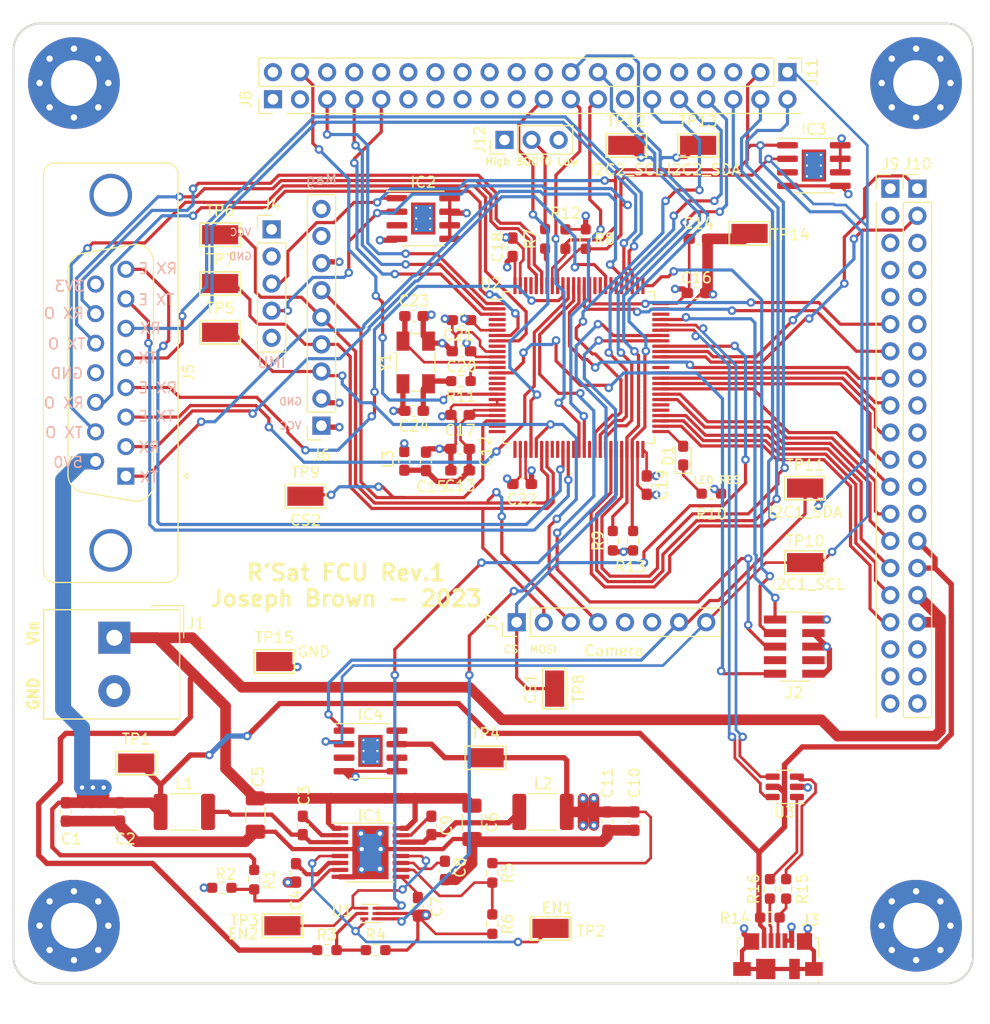
<source format=kicad_pcb>
(kicad_pcb (version 20211014) (generator pcbnew)
  (layers (0 "F.Cu" signal) (1 "In1.Cu" signal) (2 "In2.Cu" signal) (31 "B.Cu" signal) (34 "B.Paste" user) (35 "F.Paste" user) (36 "B.SilkS" user "B.Silkscreen") (37 "F.SilkS" user "F.Silkscreen") (38 "B.Mask" user) (39 "F.Mask" user) (44 "Edge.Cuts" user))
  (net 0 "")
  (net 1 "SPI1_SCK")
  (net 2 "SPI1_MOSI")
  (net 3 "SPI1_MISO")
  (net 4 "CS2")
  (net 5 "+5V")
  (net 6 "EN1")
  (net 7 "EN2")
  (net 8 "GND")
  (net 9 "I2C2_SDA")
  (net 10 "I2C2_SCL")
  (net 11 "I2C1_SDA")
  (net 12 "I2C1_SCL")
  (net 13 "CS1")
  (net 14 "VIN")
  (net 15 "BOOT0")
  (net 16 "Net-(J12-Pad2)")
  (net 17 "VFB2")
  (net 18 "Net-(J3-Pad3)")
  (net 19 "USB_CONN_D+")
  (net 20 "Net-(R3-Pad2)")
  (net 21 "USB_CONN_D-")
  (net 22 "Net-(J3-Pad2)")
  (net 23 "HSE_OUT")
  (net 24 "Net-(C24-Pad1)")
  (net 25 "Net-(D1-Pad1)")
  (net 26 "VFB1")
  (net 27 "USB_D+")
  (net 28 "USB_D-")
  (net 29 "NEN1")
  (net 30 "NEN2")
  (net 32 "+3.3V")
  (net 35 "Net-(C3-Pad2)")
  (net 36 "Net-(C3-Pad1)")
  (net 37 "Net-(C4-Pad2)")
  (net 38 "Net-(C7-Pad1)")
  (net 39 "Net-(C8-Pad1)")
  (net 40 "Net-(C9-Pad2)")
  (net 41 "Net-(C9-Pad1)")
  (net 42 "PE2")
  (net 43 "PE3")
  (net 44 "PE4")
  (net 45 "PE5")
  (net 46 "PE6")
  (net 47 "RFM_RX_OVERFLOW")
  (net 48 "RFM_TX_OVERFLOW")
  (net 49 "PC15")
  (net 50 "HSE_IN")
  (net 51 "NRST")
  (net 52 "ADC3_IN10")
  (net 53 "ADC3_IN11")
  (net 54 "ADC3_IN12")
  (net 55 "ADC3_IN13")
  (net 56 "+3.3VA")
  (net 57 "ADC3_IN1")
  (net 58 "ADC3_IN2")
  (net 59 "ADC3_IN3")
  (net 60 "DAC_OUT1")
  (net 61 "PC4")
  (net 62 "CC2500_RX_EMPTY")
  (net 63 "CC2500_TX_EMPTY")
  (net 65 "PE7")
  (net 66 "PE8")
  (net 67 "PE9")
  (net 68 "PE10")
  (net 69 "PE11")
  (net 70 "PE12")
  (net 71 "PE13")
  (net 72 "PE14")
  (net 73 "PE15")
  (net 74 "LED_STATUS")
  (net 75 "SPI2_SCK")
  (net 76 "SPI2_MISO")
  (net 77 "SPI2_MOSI")
  (net 78 "PD8")
  (net 79 "PD9")
  (net 80 "PD10")
  (net 81 "PD11")
  (net 82 "PD12")
  (net 83 "PD13")
  (net 84 "PD14")
  (net 85 "PD15")
  (net 86 "PC8")
  (net 87 "PC9")
  (net 88 "SYS_JTMS-SWDIO")
  (net 90 "SYS_JTCK-SWCLK")
  (net 92 "CC2500_UART_TX")
  (net 93 "CC2500_UART_RX")
  (net 94 "RFM_UART_TX")
  (net 95 "RFM_UART_RX")
  (net 96 "PD3")
  (net 97 "PD4")
  (net 98 "UART2_TX")
  (net 99 "UART2_RX")
  (net 100 "PD7")
  (net 101 "SYS_JTDO-TRACESWO")
  (net 102 "RFM_TX_EMPTY")
  (net 103 "RFM_RX_EMPTY")
  (net 104 "CC2500_RX_OVERFLOW")
  (net 105 "CC2500_TX_OVERFLOW")
  (net 106 "PE0")
  (net 107 "PE1")
  (footprint "Package_SO:SOIC-8-1EP_3.9x4.9mm_P1.27mm_EP2.29x3mm_ThermalVias" (layer "F.Cu") (at 173.355 126.365)
    (fp_text reference "IC4")
    (fp_text value "LM75AD,118")
  )
  (footprint "TestPoint:TestPoint_Keystone_5015_Micro-Minature" (layer "F.Cu") (at 165.1 142.748)
    (fp_text reference "TP3")
    (fp_text value "EN2")
  )
  (footprint "TestPoint:TestPoint_Keystone_5015_Micro-Minature" (layer "F.Cu") (at 190.627 120.523 -90)
    (fp_text reference "TP8")
    (fp_text value "CS1")
  )
  (footprint "Inductor_SMD:L_1812_4532Metric_Pad1.30x3.40mm_HandSolder" (layer "F.Cu") (at 155.895 132.08)
    (fp_text reference "L1")
    (fp_text value "3.3u")
  )
  (footprint "TestPoint:TestPoint_Keystone_5015_Micro-Minature" (layer "F.Cu") (at 204.089 69.596)
    (fp_text reference "TP13")
    (fp_text value "I2C2_SDA")
  )
  (footprint "Capacitor_SMD:C_0603_1608Metric_Pad1.08x0.95mm_HandSolder" (layer "F.Cu") (at 181.7635 100.076 180)
    (fp_text reference "C13")
    (fp_text value "10n")
  )
  (footprint "Capacitor_SMD:C_0603_1608Metric_Pad1.08x0.95mm_HandSolder" (layer "F.Cu") (at 177.4455 85.598)
    (fp_text reference "C23")
    (fp_text value "10p")
  )
  (footprint "Capacitor_SMD:C_0603_1608Metric_Pad1.08x0.95mm_HandSolder" (layer "F.Cu") (at 179.07 133.35 -90)
    (fp_text reference "C9")
    (fp_text value "100n")
  )
  (footprint "Capacitor_SMD:C_1206_3216Metric_Pad1.33x1.80mm_HandSolder" (layer "F.Cu") (at 182.88 133.0575 -90)
    (fp_text reference "C6")
    (fp_text value "10u")
  )
  (footprint "Resistor_SMD:R_0603_1608Metric_Pad0.98x0.95mm_HandSolder" (layer "F.Cu") (at 210.82 141.986)
    (fp_text reference "R14")
    (fp_text value "4k7")
  )
  (footprint "TestPoint:TestPoint_Keystone_5015_Micro-Minature" (layer "F.Cu") (at 159.258 77.978)
    (fp_text reference "TP6")
    (fp_text value "SPI1_MISO")
  )
  (footprint "Capacitor_SMD:C_0603_1608Metric_Pad1.08x0.95mm_HandSolder" (layer "F.Cu") (at 178.562 99.2135 90)
    (fp_text reference "C15")
    (fp_text value "1u")
  )
  (footprint "Package_SO:SOIC-8-1EP_3.9x4.9mm_P1.27mm_EP2.29x3mm_ThermalVias" (layer "F.Cu") (at 214.949 71.489)
    (fp_text reference "IC3")
    (fp_text value "LM75AD,118")
  )
  (footprint "Resistor_SMD:R_0603_1608Metric_Pad0.98x0.95mm_HandSolder" (layer "F.Cu") (at 184.785 137.795 -90)
    (fp_text reference "R5")
    (fp_text value "73.2k")
  )
  (footprint "Capacitor_SMD:C_0603_1608Metric_Pad1.08x0.95mm_HandSolder" (layer "F.Cu") (at 199.263 101.4465 -90)
    (fp_text reference "C19")
    (fp_text value "100n")
  )
  (footprint "Capacitor_SMD:C_0603_1608Metric_Pad1.08x0.95mm_HandSolder" (layer "F.Cu") (at 181.7635 94.869 180)
    (fp_text reference "C17")
    (fp_text value "10n")
  )
  (footprint "Capacitor_SMD:C_0603_1608Metric_Pad1.08x0.95mm_HandSolder" (layer "F.Cu") (at 187.579 101.346 180)
    (fp_text reference "C22")
    (fp_text value "100n")
  )
  (footprint "Capacitor_SMD:C_0603_1608Metric_Pad1.08x0.95mm_HandSolder" (layer "F.Cu") (at 198.115 132.9425 -90)
    (fp_text reference "C10")
    (fp_text value "22n")
  )
  (footprint "TestPoint:TestPoint_Keystone_5015_Micro-Minature" (layer "F.Cu") (at 190.246 143.002)
    (fp_text reference "TP2")
    (fp_text value "EN1")
  )
  (footprint "MountingHole:MountingHole_4.3mm_M4_Pad_Via" (layer "F.Cu") (at 145.542 142.748)
    (fp_text reference "H4")
    (fp_text value "MountingHole_Pad")
  )
  (footprint "LED_SMD:LED_0603_1608Metric_Pad1.05x0.95mm_HandSolder" (layer "F.Cu") (at 202.692 98.679 90)
    (fp_text reference "D1")
    (fp_text value "Red")
  )
  (footprint "Connector_PinHeader_2.54mm:PinHeader_1x20_P2.54mm_Vertical" (layer "F.Cu") (at 164.211 65.278 90)
    (fp_text reference "J8")
    (fp_text value "Conn_01x20_Male")
  )
  (footprint "Connector_PinSocket_1.27mm:PinSocket_2x05_P1.27mm_Vertical_SMD" (layer "F.Cu") (at 213.106 116.586)
    (fp_text reference "J2")
    (fp_text value "SWD")
  )
  (footprint "MountingHole:MountingHole_4.3mm_M4_Pad_Via" (layer "F.Cu") (at 224.536 63.754)
    (fp_text reference "H2")
    (fp_text value "MountingHole_Pad")
  )
  (footprint "Resistor_SMD:R_0603_1608Metric_Pad0.98x0.95mm_HandSolder" (layer "F.Cu") (at 196.088 106.6565 90)
    (fp_text reference "R9")
    (fp_text value "4k7")
  )
  (footprint "Connector_PinHeader_2.54mm:PinHeader_1x05_P2.54mm_Vertical" (layer "F.Cu") (at 164.084 77.475)
    (fp_text reference "J4")
    (fp_text value "IMU")
  )
  (footprint "Resistor_SMD:R_0603_1608Metric_Pad0.98x0.95mm_HandSolder" (layer "F.Cu") (at 181.8405 91.694 180)
    (fp_text reference "R11")
    (fp_text value "0")
  )
  (footprint "TestPoint:TestPoint_Keystone_5015_Micro-Minature" (layer "F.Cu") (at 164.338 117.983)
    (fp_text reference "TP15")
    (fp_text value "GNDA")
  )
  (footprint "Capacitor_SMD:C_0603_1608Metric_Pad1.08x0.95mm_HandSolder" (layer "F.Cu") (at 166.37 137.795 90)
    (fp_text reference "C4")
    (fp_text value "10n")
  )
  (footprint "TestPoint:TestPoint_Keystone_5015_Micro-Minature" (layer "F.Cu") (at 214.122 108.712)
    (fp_text reference "TP10")
    (fp_text value "I2C1_SCL")
  )
  (footprint "Resistor_SMD:R_0603_1608Metric_Pad0.98x0.95mm_HandSolder" (layer "F.Cu") (at 191.643 78.3825 -90)
    (fp_text reference "R12")
    (fp_text value "4k7")
  )
  (footprint "Resistor_SMD:R_0603_1608Metric_Pad0.98x0.95mm_HandSolder" (layer "F.Cu") (at 184.785 142.5975 -90)
    (fp_text reference "R6")
    (fp_text value "22.1k")
  )
  (footprint "Inductor_SMD:L_1812_4532Metric_Pad1.30x3.40mm_HandSolder" (layer "F.Cu") (at 189.545 132.08)
    (fp_text reference "L2")
    (fp_text value "2.2u")
  )
  (footprint "TestPoint:TestPoint_Keystone_5015_Micro-Minature" (layer "F.Cu") (at 167.259 102.489)
    (fp_text reference "TP9")
    (fp_text value "CS2")
  )
  (footprint "TestPoint:TestPoint_Keystone_5015_Micro-Minature" (layer "F.Cu") (at 208.915 77.851)
    (fp_text reference "TP14")
    (fp_text value "GND")
  )
  (footprint "TestPoint:TestPoint_Keystone_5015_Micro-Minature" (layer "F.Cu") (at 214.122 101.727)
    (fp_text reference "TP11")
    (fp_text value "I2C1_SDA")
  )
  (footprint "TestPoint:TestPoint_Keystone_5015_Micro-Minature" (layer "F.Cu") (at 151.384 127.508)
    (fp_text reference "TP1")
    (fp_text value "5V")
  )
  (footprint "Connector_PinHeader_2.54mm:PinHeader_1x20_P2.54mm_Vertical" (layer "F.Cu") (at 212.471 62.738 -90)
    (fp_text reference "J11")
    (fp_text value "Conn_01x20_Male")
  )
  (footprint "Resistor_SMD:R_0603_1608Metric_Pad0.98x0.95mm_HandSolder" (layer "F.Cu") (at 159.4085 139.192 180)
    (fp_text reference "R2")
    (fp_text value "22.1k")
  )
  (footprint "Connector_PinSocket_2.54mm:PinSocket_1x09_P2.54mm_Vertical" (layer "F.Cu") (at 168.758 95.875 180)
    (fp_text reference "J6")
    (fp_text value "Mag")
  )
  (footprint "Resistor_SMD:R_0603_1608Metric_Pad0.98x0.95mm_HandSolder" (layer "F.Cu") (at 212.344 139.2955 90)
    (fp_text reference "R15")
    (fp_text value "20")
  )
  (footprint "Capacitor_SMD:C_0603_1608Metric_Pad1.08x0.95mm_HandSolder" (layer "F.Cu") (at 144.78 132.08 -90)
    (fp_text reference "C1")
    (fp_text value "22n")
  )
  (footprint "Capacitor_SMD:C_0603_1608Metric_Pad1.08x0.95mm_HandSolder" (layer "F.Cu") (at 204.1155 78.359)
    (fp_text reference "C14")
    (fp_text value "4u7")
  )
  (footprint "Package_SO:SOIC-8-1EP_3.9x4.9mm_P1.27mm_EP2.29x3mm_ThermalVias" (layer "F.Cu") (at 178.308 76.454)
    (fp_text reference "IC2")
    (fp_text value "LM75AD,118")
  )
  (footprint "Capacitor_SMD:C_0603_1608Metric_Pad1.08x0.95mm_HandSolder" (layer "F.Cu") (at 167.005 133.35 90)
    (fp_text reference "C3")
    (fp_text value "100n")
  )
  (footprint "Resistor_SMD:R_0603_1608Metric_Pad0.98x0.95mm_HandSolder" (layer "F.Cu") (at 193.548 78.3825 -90)
    (fp_text reference "R8")
    (fp_text value "4k7")
  )
  (footprint "Capacitor_SMD:C_0603_1608Metric_Pad1.08x0.95mm_HandSolder" (layer "F.Cu") (at 181.8905 85.979 180)
    (fp_text reference "C21")
    (fp_text value "100n")
  )
  (footprint "Capacitor_SMD:C_0603_1608Metric_Pad1.08x0.95mm_HandSolder" (layer "F.Cu") (at 177.4455 94.488 180)
    (fp_text reference "C24")
    (fp_text value "10p")
  )
  (footprint "Resistor_SMD:R_0603_1608Metric_Pad0.98x0.95mm_HandSolder" (layer "F.Cu") (at 210.82 139.2955 -90)
    (fp_text reference "R16")
    (fp_text value "20")
  )
  (footprint "Package_QFP:LQFP-100_14x14mm_P0.5mm" (layer "F.Cu") (at 192.913 90.424)
    (fp_text reference "U2")
    (fp_text value "STM32F103VCT6")
  )
  (footprint "Capacitor_SMD:C_0603_1608Metric_Pad1.08x0.95mm_HandSolder" (layer "F.Cu") (at 186.69 79.1475 90)
    (fp_text reference "C18")
    (fp_text value "100n")
  )
  (footprint "TestPoint:TestPoint_Keystone_5015_Micro-Minature" (layer "F.Cu") (at 184.15 127)
    (fp_text reference "TP4")
    (fp_text value "3V3")
  )
  (footprint "Connector_PinHeader_2.54mm:PinHeader_1x03_P2.54mm_Vertical" (layer "F.Cu") (at 185.928 69.088 90)
    (fp_text reference "J12")
    (fp_text value "Boot Mode Select Headers")
  )
  (footprint "Resistor_SMD:R_0603_1608Metric_Pad0.98x0.95mm_HandSolder" (layer "F.Cu") (at 205.3355 102.249)
    (fp_text reference "R10")
    (fp_text value "1k")
  )
  (footprint "Resistor_SMD:R_0603_1608Metric_Pad0.98x0.95mm_HandSolder" (layer "F.Cu") (at 197.993 106.6565 90)
    (fp_text reference "R13")
    (fp_text value "4k7")
  )
  (footprint "MountingHole:MountingHole_4.3mm_M4_Pad_Via" (layer "F.Cu") (at 224.536 142.748)
    (fp_text reference "H3")
    (fp_text value "MountingHole_Pad")
  )
  (footprint "Crystal:Crystal_SMD_Abracon_ABM3B-4Pin_5.0x3.2mm" (layer "F.Cu") (at 177.603 89.948 -90)
    (fp_text reference "Y1")
    (fp_text value "ABM3B-8.000MHZ-10-1-U-T")
  )
  (footprint "Capacitor_SMD:C_0603_1608Metric_Pad1.08x0.95mm_HandSolder" (layer "F.Cu") (at 180.34 137.5675 -90)
    (fp_text reference "C8")
    (fp_text value "10n")
  )
  (footprint "Package_SO:HTSSOP-16-1EP_4.4x5mm_P0.65mm_EP3.4x5mm_Mask2.46x2.31mm_ThermalVias" (layer "F.Cu") (at 173.355 135.89)
    (fp_text reference "IC1")
    (fp_text value "TPS54295PWPR")
  )
  (footprint "TestPoint:TestPoint_Keystone_5015_Micro-Minature" (layer "F.Cu") (at 197.358 69.596)
    (fp_text reference "TP12")
    (fp_text value "I2C2_SCL")
  )
  (footprint "Resistor_SMD:R_0603_1608Metric_Pad0.98x0.95mm_HandSolder" (layer "F.Cu") (at 189.738 78.359 90)
    (fp_text reference "R7")
    (fp_text value "10k")
  )
  (footprint "MountingHole:MountingHole_4.3mm_M4_Pad_Via" (layer "F.Cu") (at 145.542 63.754)
    (fp_text reference "H1")
    (fp_text value "MountingHole_Pad")
  )
  (footprint "Inductor_SMD:L_0603_1608Metric_Pad1.05x0.95mm_HandSolder" (layer "F.Cu") (at 176.53 99.173 -90)
    (fp_text reference "L3")
    (fp_text value "39n")
  )
  (footprint "Package_TO_SOT_SMD:SOT-23-6" (layer "F.Cu") (at 212.217 129.73 180)
    (fp_text reference "U3")
    (fp_text value "USBLC6-2SC6")
  )
  (footprint "TestPoint:TestPoint_Keystone_5015_Micro-Minature" (layer "F.Cu") (at 159.258 82.55)
    (fp_text reference "TP7")
    (fp_text value "SPI1_MOSI")
  )
  (footprint "Resistor_SMD:R_0603_1608Metric_Pad0.98x0.95mm_HandSolder" (layer "F.Cu") (at 162.4475 138.43 -90)
    (fp_text reference "R1")
    (fp_text value "124k")
  )
  (footprint "Resistor_SMD:R_0603_1608Metric_Pad0.98x0.95mm_HandSolder" (layer "F.Cu") (at 173.8395 145.034)
    (fp_text reference "R4")
    (fp_text value "133k")
  )
  (footprint "TestPoint:TestPoint_Keystone_5015_Micro-Minature" (layer "F.Cu") (at 159.258 87.122)
    (fp_text reference "TP5")
    (fp_text value "SPI1_SCK")
  )
  (footprint "Resistor_SMD:R_0603_1608Metric_Pad0.98x0.95mm_HandSolder" (layer "F.Cu") (at 169.2675 145.034)
    (fp_text reference "R3")
    (fp_text value "162k")
  )
  (footprint "Connector_PinHeader_2.54mm:PinHeader_1x08_P2.54mm_Vertical" (layer "F.Cu") (at 187.071 114.3 90)
    (fp_text reference "J7")
    (fp_text value "Camera")
  )
  (footprint "Capacitor_SMD:C_1206_3216Metric_Pad1.33x1.80mm_HandSolder" (layer "F.Cu") (at 162.56 132.3725 -90)
    (fp_text reference "C5")
    (fp_text value "10u")
  )
  (footprint "Capacitor_SMD:C_0603_1608Metric_Pad1.08x0.95mm_HandSolder" (layer "F.Cu") (at 181.8905 88.9 180)
    (fp_text reference "C20")
    (fp_text value "100n")
  )
  (footprint "Capacitor_SMD:C_0603_1608Metric_Pad1.08x0.95mm_HandSolder" (layer "F.Cu") (at 181.7635 98.044 180)
    (fp_text reference "C12")
    (fp_text value "1u")
  )
  (footprint "Connector_Dsub:DSUB-15_Female_Vertical_P2.77x2.84mm_MountingHoles" (layer "F.Cu") (at 150.415331 100.607 -90)
    (fp_text reference "J5")
    (fp_text value "L77TSAH15SOL2RM8")
  )
  (footprint "Capacitor_SMD:C_0603_1608Metric_Pad1.08x0.95mm_HandSolder" (layer "F.Cu") (at 203.9355 83.439)
    (fp_text reference "C16")
    (fp_text value "100n")
  )
  (footprint "TerminalBlock_Altech:Altech_AK300_1x02_P5.00mm_45-Degree" (layer "F.Cu") (at 149.3325 115.7525 -90)
    (fp_text reference "J1")
    (fp_text value "Screw_Terminal_01x02")
  )
  (footprint "Connector_PinHeader_2.54mm:PinHeader_1x20_P2.54mm_Vertical" (layer "F.Cu") (at 224.663 73.66)
    (fp_text reference "J10")
    (fp_text value "Conn_01x20_Male")
  )
  (footprint "Connector_USB:USB_Micro-B_Molex_47346-0001" (layer "F.Cu") (at 211.582 145.605)
    (fp_text reference "J3")
    (fp_text value "USB_B_Micro")
  )
  (footprint "Package_SON:WSON-6_1.5x1.5mm_P0.5mm" (layer "F.Cu") (at 173.355 141.605 180)
    (fp_text reference "U1")
    (fp_text value "SN74LVC2G04DCKR")
  )
  (footprint "Capacitor_SMD:C_0603_1608Metric_Pad1.08x0.95mm_HandSolder" (layer "F.Cu") (at 177.8 140.97 -90)
    (fp_text reference "C7")
    (fp_text value "1u")
  )
  (footprint "Capacitor_SMD:C_0603_1608Metric_Pad1.08x0.95mm_HandSolder" (layer "F.Cu") (at 149.86 132.08 -90)
    (fp_text reference "C2")
    (fp_text value "22n")
  )
  (footprint "Capacitor_SMD:C_0603_1608Metric_Pad1.08x0.95mm_HandSolder" (layer "F.Cu") (at 195.58 132.9425 -90)
    (fp_text reference "C11")
    (fp_text value "22n")
  )
  (footprint "Connector_PinHeader_2.54mm:PinHeader_1x20_P2.54mm_Vertical" (layer "F.Cu") (at 222.123 73.66)
    (fp_text reference "J9")
    (fp_text value "Conn_01x20_Male")
  )
  (gr_line (start 227.33 148.166) (end 142.41 148.166) (layer "Edge.Cuts") (width 0.2))
  (gr_line (start 229.87 60.706) (end 229.87 145.626) (layer "Edge.Cuts") (width 0.2))
  (gr_arc (start 227.33 58.166) (mid 229.126051 58.909949) (end 229.87 60.706) (layer "Edge.Cuts") (width 0.2))
  (gr_line (start 139.87 145.626) (end 139.87 60.706) (layer "Edge.Cuts") (width 0.2))
  (gr_arc (start 229.87 145.626) (mid 229.126051 147.422051) (end 227.33 148.166) (layer "Edge.Cuts") (width 0.2))
  (gr_arc (start 142.41 148.166) (mid 140.613949 147.422051) (end 139.87 145.626) (layer "Edge.Cuts") (width 0.2))
  (gr_line (start 142.41 58.166) (end 227.33 58.166) (layer "Edge.Cuts") (width 0.2))
  (gr_arc (start 139.87 60.706) (mid 140.613949 58.909949) (end 142.41 58.166) (layer "Edge.Cuts") (width 0.2))
  (gr_text "TX" (at 153.543 100.711) (layer "B.SilkS") (effects (font (size 1 1)) (justify left mirror)))
  (gr_text "GND\n\nVCC" (at 165.862 94.742) (layer "B.SilkS") (effects (font (size 0.7 0.7) (thickness 0.125)) (justify mirror)))
  (gr_text "RX E" (at 155.321 81.153) (layer "B.SilkS") (effects (font (size 1 1)) (justify left mirror)))
  (gr_text "TX" (at 153.416 89.535) (layer "B.SilkS") (effects (font (size 1 1)) (justify left mirror)))
  (gr_text "GND" (at 143.256 90.98) (layer "B.SilkS") (effects (font (size 1 1)) (justify right mirror)))
  (gr_text "TX O" (at 143.002 88.21) (layer "B.SilkS") (effects (font (size 1 1)) (justify right mirror)))
  (gr_text "VCC\n\nGND" (at 161.163 78.867) (layer "B.SilkS") (effects (font (size 0.7 0.7) (thickness 0.125)) (justify mirror)))
  (gr_text "RX E" (at 155.321 92.329) (layer "B.SilkS") (effects (font (size 1 1)) (justify left mirror)))
  (gr_text "TX E" (at 155.067 94.996) (layer "B.SilkS") (effects (font (size 1 1)) (justify left mirror)))
  (gr_text "TX O" (at 142.748 96.52) (layer "B.SilkS") (effects (font (size 1 1)) (justify right mirror)))
  (gr_text "3V3" (at 143.637 82.804) (layer "B.SilkS") (effects (font (size 1 1)) (justify right mirror)))
  (gr_text "RX" (at 153.797 86.741) (layer "B.SilkS") (effects (font (size 1 1)) (justify left mirror)))
  (gr_text "RX O" (at 142.621 85.344) (layer "B.SilkS") (effects (font (size 1 1)) (justify right mirror)))
  (gr_text "5V0" (at 143.51 99.314) (layer "B.SilkS") (effects (font (size 1 1)) (justify right mirror)))
  (gr_text "RX" (at 153.67 97.905) (layer "B.SilkS") (effects (font (size 1 1)) (justify left mirror)))
  (gr_text "TX E" (at 155.067 84.074) (layer "B.SilkS") (effects (font (size 1 1)) (justify left mirror)))
  (gr_text "RX O" (at 142.621 93.75) (layer "B.SilkS") (effects (font (size 1 1)) (justify right mirror)))
  (gr_text "R'Sat FCU Rev.1\nJoseph Brown - 2023" (at 171.069 110.871) (layer "F.SilkS") (effects (font (size 1.5 1.5) (thickness 0.3))))
  (gr_text "CS  MOSI" (at 188.341 116.84) (layer "F.SilkS") (effects (font (size 0.7 0.7) (thickness 0.125))))
  (gr_text "High BOOT0 Low\n" (at 188.468 71.12) (layer "F.SilkS") (effects (font (size 0.7 0.7))))
  (gr_text "EN2" (at 161.417 143.51) (layer "F.SilkS") (effects (font (size 1 1))))
  (gr_text "GND\n" (at 168.021 117.094) (layer "F.SilkS") (effects (font (size 1 1))))
  (gr_text "EN1" (at 190.881 141.097) (layer "F.SilkS") (effects (font (size 1 1))))
  (gr_text "LED RES\n" (at 205.867 100.965) (layer "F.SilkS") (effects (font (size 0.7 0.7) (thickness 0.125))))
  (gr_text "GND    Vin" (at 141.732 118.364 90) (layer "F.SilkS") (effects (font (size 1 1) (thickness 0.25))))
  (segment (start 168.758 90.795) (end 164.201 90.795) (width 0.3) (layer "F.Cu") (net 1))
  (segment (start 190.246 95.758) (end 188.913 97.091) (width 0.3) (layer "F.Cu") (net 1))
  (segment (start 190.119 105.326954) (end 190.119 109.728) (width 0.3) (layer "F.Cu") (net 1))
  (segment (start 190.119 109.728) (end 194.691 114.3) (width 0.3) (layer "F.Cu") (net 1))
  (segment (start 188.913 97.091) (end 188.913 98.099) (width 0.3) (layer "F.Cu") (net 1))
  (segment (start 160.528 87.122) (end 159.258 87.122) (width 0.3) (layer "F.Cu") (net 1))
  (segment (start 164.201 90.795) (end 160.528 87.122) (width 0.3) (layer "F.Cu") (net 1))
  (segment (start 170.7085 91.186) (end 169.149 91.186) (width 0.3) (layer "F.Cu") (net 1))
  (segment (start 169.149 91.186) (end 168.758 90.795) (width 0.3) (layer "F.Cu") (net 1))
  (segment (start 190.839477 104.606477) (end 190.119 105.326954) (width 0.3) (layer "F.Cu") (net 1))
  (via (at 170.7085 91.186) (size 0.8) (drill 0.4) (layers "F.Cu" "B.Cu") (net 1))
  (via (at 190.246 95.758) (size 0.8) (drill 0.4) (layers "F.Cu" "B.Cu") (net 1))
  (via (at 190.839477 104.606477) (size 0.8) (drill 0.4) (layers "F.Cu" "B.Cu") (net 1))
  (segment (start 170.7085 91.9685) (end 170.7085 91.186) (width 0.3) (layer "B.Cu") (net 1))
  (segment (start 175.514 95.758) (end 173.482 93.726) (width 0.3) (layer "B.Cu") (net 1))
  (segment (start 191.389 95.758) (end 190.246 95.758) (width 0.3) (layer "B.Cu") (net 1))
  (segment (start 173.482 93.726) (end 172.466 93.726) (width 0.3) (layer "B.Cu") (net 1))
  (segment (start 172.466 93.726) (end 170.7085 91.9685) (width 0.3) (layer "B.Cu") (net 1))
  (segment (start 192.662617 97.031617) (end 191.389 95.758) (width 0.3) (layer "B.Cu") (net 1))
  (segment (start 190.839477 104.606477) (end 192.662617 102.783337) (width 0.3) (layer "B.Cu") (net 1))
  (segment (start 192.662617 102.783337) (end 192.662617 97.031617) (width 0.3) (layer "B.Cu") (net 1))
  (segment (start 190.246 95.758) (end 175.514 95.758) (width 0.3) (layer "B.Cu") (net 1))
  (segment (start 171.458 101.608) (end 171.458 89.408) (width 0.3) (layer "F.Cu") (net 2))
  (segment (start 162.814 86.36) (end 162.052 85.598) (width 0.3) (layer "F.Cu") (net 2))
  (segment (start 189.611 113.03) (end 183.896 107.315) (width 0.3) (layer "F.Cu") (net 2))
  (segment (start 170.305 88.255) (end 168.758 88.255) (width 0.3) (layer "F.Cu") (net 2))
  (segment (start 190.5 100.33) (end 190.5 103.069107) (width 0.3) (layer "F.Cu") (net 2))
  (segment (start 189.913 99.743) (end 190.5 100.33) (width 0.3) (layer "F.Cu") (net 2))
  (segment (start 173.482 103.632) (end 171.458 101.608) (width 0.3) (layer "F.Cu") (net 2))
  (segment (start 162.052 85.598) (end 162.052 84.074) (width 0.3) (layer "F.Cu") (net 2))
  (segment (start 160.528 82.55) (end 159.258 82.55) (width 0.3) (layer "F.Cu") (net 2))
  (segment (start 165.354 86.36) (end 162.814 86.36) (width 0.3) (layer "F.Cu") (net 2))
  (segment (start 162.052 84.074) (end 160.528 82.55) (width 0.3) (layer "F.Cu") (net 2))
  (segment (start 182.372 103.632) (end 173.482 103.632) (width 0.3) (layer "F.Cu") (net 2))
  (segment (start 189.937107 103.632) (end 183.896 103.632) (width 0.3) (layer "F.Cu") (net 2))
  (segment (start 183.896 103.632) (end 182.372 103.632) (width 0.3) (layer "F.Cu") (net 2))
  (segment (start 183.896 107.315) (end 183.896 103.632) (width 0.3) (layer "F.Cu") (net 2))
  (segment (start 189.913 98.099) (end 189.913 99.743) (width 0.3) (layer "F.Cu") (net 2))
  (segment (start 190.5 103.069107) (end 189.937107 103.632) (width 0.3) (layer "F.Cu") (net 2))
  (segment (start 167.249 88.255) (end 165.354 86.36) (width 0.3) (layer "F.Cu") (net 2))
  (segment (start 171.458 89.408) (end 170.305 88.255) (width 0.3) (layer "F.Cu") (net 2))
  (segment (start 168.758 88.255) (end 167.249 88.255) (width 0.3) (layer "F.Cu") (net 2))
  (segment (start 189.611 114.3) (end 189.611 113.03) (width 0.3) (layer "F.Cu") (net 2))
  (segment (start 189.992 100.584) (end 189.413 100.005) (width 0.3) (layer "F.Cu") (net 3))
  (segment (start 192.151 114.3) (end 185.674 107.823) (width 0.3) (layer "F.Cu") (net 3))
  (segment (start 184.404 103.124) (end 189.738 103.124) (width 0.3) (layer "F.Cu") (net 3))
  (segment (start 173.736 103.124) (end 184.404 103.124) (width 0.3) (layer "F.Cu") (net 3))
  (segment (start 162.56 79.248) (end 161.29 77.978) (width 0.3) (layer "F.Cu") (net 3))
  (segment (start 171.958 88.915) (end 171.958 101.346) (width 0.3) (layer "F.Cu") (net 3))
  (segment (start 168.758 85.715) (end 171.958 88.915) (width 0.3) (layer "F.Cu") (net 3))
  (segment (start 189.992 102.87) (end 189.992 100.584) (width 0.3) (layer "F.Cu") (net 3))
  (segment (start 166.878 83.835) (end 163.083 83.835) (width 0.3) (layer "F.Cu") (net 3))
  (segment (start 171.958 101.346) (end 173.736 103.124) (width 0.3) (layer "F.Cu") (net 3))
  (segment (start 185.166 102.108) (end 184.404 102.87) (width 0.3) (layer "F.Cu") (net 3))
  (segment (start 185.674 107.823) (end 185.674 104.3815) (width 0.3) (layer "F.Cu") (net 3))
  (segment (start 161.29 77.978) (end 159.258 77.978) (width 0.3) (layer "F.Cu") (net 3))
  (segment (start 168.758 85.715) (end 166.878 83.835) (width 0.3) (layer "F.Cu") (net 3))
  (segment (start 189.738 103.124) (end 189.992 102.87) (width 0.3) (layer "F.Cu") (net 3))
  (segment (start 163.083 83.835) (end 162.56 83.312) (width 0.3) (layer "F.Cu") (net 3))
  (segment (start 189.413 100.005) (end 189.413 98.099) (width 0.3) (layer "F.Cu") (net 3))
  (segment (start 162.56 83.312) (end 162.56 79.248) (width 0.3) (layer "F.Cu") (net 3))
  (segment (start 184.404 102.87) (end 184.404 103.124) (width 0.3) (layer "F.Cu") (net 3))
  (via (at 185.166 102.108) (size 0.8) (drill 0.4) (layers "F.Cu" "B.Cu") (net 3))
  (via (at 185.674 104.3815) (size 0.8) (drill 0.4) (layers "F.Cu" "B.Cu") (net 3))
  (segment (start 185.674 104.3815) (end 185.674 102.616) (width 0.3) (layer "B.Cu") (net 3))
  (segment (start 185.674 102.616) (end 185.166 102.108) (width 0.3) (layer "B.Cu") (net 3))
  (segment (start 185.238 95.424) (end 184.23 95.424) (width 0.3) (layer "F.Cu") (net 4))
  (segment (start 174.625 101.727) (end 174.498 101.6) (width 0.3) (layer "F.Cu") (net 4))
  (segment (start 169.672 102.362) (end 167.386 102.362) (width 0.3) (layer "F.Cu") (net 4))
  (segment (start 173.935106 102.616) (end 172.466 101.146894) (width 0.3) (layer "F.Cu") (net 4))
  (segment (start 176.53 102.616) (end 175.514 102.616) (width 0.3) (layer "F.Cu") (net 4))
  (segment (start 172.466 86.883) (end 168.758 83.175) (width 0.3) (layer "F.Cu") (net 4))
  (segment (start 176.53 102.616) (end 173.935106 102.616) (width 0.3) (layer "F.Cu") (net 4))
  (segment (start 174.498 101.6) (end 174.117 101.6) (width 0.3) (layer "F.Cu") (net 4))
  (segment (start 175.514 102.616) (end 174.625 101.727) (width 0.3) (layer "F.Cu") (net 4))
  (segment (start 183.896 100.838) (end 182.118 102.616) (width 0.3) (layer "F.Cu") (net 4))
  (segment (start 167.386 102.362) (end 167.259 102.489) (width 0.3) (layer "F.Cu") (net 4))
  (segment (start 182.118 102.616) (end 176.53 102.616) (width 0.3) (layer "F.Cu") (net 4))
  (segment (start 172.466 101.146894) (end 172.466 86.883) (width 0.3) (layer "F.Cu") (net 4))
  (segment (start 184.23 95.424) (end 183.896 95.758) (width 0.3) (layer "F.Cu") (net 4))
  (segment (start 183.896 95.758) (end 183.896 100.838) (width 0.3) (layer "F.Cu") (net 4))
  (via (at 169.672 102.362) (size 0.8) (drill 0.4) (layers "F.Cu" "B.Cu") (net 4))
  (via (at 174.117 101.6) (size 0.8) (drill 0.4) (layers "F.Cu" "B.Cu") (net 4))
  (segment (start 170.434 101.6) (end 169.672 102.362) (width 0.3) (layer "B.Cu") (net 4))
  (segment (start 174.117 101.6) (end 170.434 101.6) (width 0.3) (layer "B.Cu") (net 4))
  (segment (start 226.641502 125.984) (end 227.838 124.787502) (width 0.5) (layer "F.Cu") (net 5))
  (segment (start 151.638 127.508) (end 151.384 127.508) (width 0.5) (layer "F.Cu") (net 5))
  (segment (start 146.304 129.794) (end 146.304 131.117) (width 1) (layer "F.Cu") (net 5))
  (segment (start 198.628 124.714) (end 185.42 124.714) (width 0.5) (layer "F.Cu") (net 5))
  (segment (start 148.336 130.81) (end 147.9285 131.2175) (width 1) (layer "F.Cu") (net 5))
  (segment (start 212.192 130.281472) (end 212.192 127.66) (width 0.5) (layer "F.Cu") (net 5))
  (segment (start 147.32 129.794) (end 147.32 131.064) (width 1) (layer "F.Cu") (net 5))
  (segment (start 210.282 143.055) (end 209.9075 142.6805) (width 0.4) (layer "F.Cu") (net 5))
  (segment (start 162.4475 136.5395) (end 162.4475 137.5175) (width 0.4) (layer "F.Cu") (net 5))
  (segment (start 144.272 136.144) (end 162.052 136.144) (width 0.4) (layer "F.Cu") (net 5))
  (segment (start 226.314 108.331) (end 224.663 106.68) (width 0.5) (layer "F.Cu") (net 5))
  (segment (start 162.052 136.144) (end 162.4475 136.5395) (width 0.4) (layer "F.Cu") (net 5))
  (segment (start 227.838 124.787502) (end 227.838 110.744) (width 0.5) (layer "F.Cu") (net 5))
  (segment (start 184.404 124.714) (end 181.61 121.92) (width 0.5) (layer "F.Cu") (net 5))
  (segment (start 213.868 125.984) (end 226.641502 125.984) (width 0.5) (layer "F.Cu") (net 5))
  (segment (start 146.4045 131.2175) (end 144.78 131.2175) (width 1) (layer "F.Cu") (net 5))
  (segment (start 143.51 131.826) (end 143.51 135.382) (width 0.4) (layer "F.Cu") (net 5))
  (segment (start 212.192 127.66) (end 213.868 125.984) (width 0.5) (layer "F.Cu") (net 5))
  (segment (start 158.242 126.746) (end 156.464 126.746) (width 0.5) (layer "F.Cu") (net 5))
  (segment (start 149.86 131.2175) (end 147.9285 131.2175) (width 1) (layer "F.Cu") (net 5))
  (segment (start 152.8075 131.2175) (end 153.67 132.08) (width 1) (layer "F.Cu") (net 5))
  (segment (start 226.314 109.22) (end 226.314 108.331) (width 0.5) (layer "F.Cu") (net 5))
  (segment (start 162.306 124.46) (end 161.798 124.968) (width 0.5) (layer "F.Cu") (net 5))
  (segment (start 209.804 135.89) (end 209.804 141.8825) (width 0.5) (layer "F.Cu") (net 5))
  (segment (start 209.9075 142.6805) (end 209.9075 141.986) (width 0.4) (layer "F.Cu") (net 5))
  (segment (start 156.464 126.746) (end 153.67 129.54) (width 0.5) (layer "F.Cu") (net 5))
  (segment (start 164.846 121.92) (end 162.306 124.46) (width 0.5) (layer "F.Cu") (net 5))
  (segment (start 210.282 144.145) (end 210.282 143.055) (width 0.4) (layer "F.Cu") (net 5))
  (segment (start 211.0795 129.73) (end 211.640528 129.73) (width 0.5) (layer "F.Cu") (net 5))
  (segment (start 149.86 131.2175) (end 152.8075 131.2175) (width 1) (layer "F.Cu") (net 5))
  (segment (start 181.61 121.92) (end 164.846 121.92) (width 0.5) (layer "F.Cu") (net 5))
  (segment (start 147.1665 130.9635) (end 147.1665 131.2175) (width 1) (layer "F.Cu") (net 5))
  (segment (start 153.67 129.54) (end 153.67 132.08) (width 0.5) (layer "F.Cu") (net 5))
  (segment (start 144.78 131.2175) (end 144.1185 131.2175) (width 0.4) (layer "F.Cu") (net 5))
  (segment (start 146.304 131.117) (end 146.4045 131.2175) (width 1) (layer "F.Cu") (net 5))
  (segment (start 143.51 135.382) (end 144.272 136.144) (width 0.4) (layer "F.Cu") (net 5))
  (segment (start 209.804 135.89) (end 198.628 124.714) (width 0.5) (layer "F.Cu") (net 5))
  (segment (start 146.304 129.794) (end 146.304 130.048) (width 1) (layer "F.Cu") (net 5))
  (segment (start 146.304 130.048) (end 147.32 131.064) (width 1) (layer "F.Cu") (net 5))
  (segment (start 211.640528 129.73) (end 212.192 130.281472) (width 0.5) (layer "F.Cu") (net 5))
  (segment (start 153.67 129.54) (end 151.638 127.508) (width 0.5) (layer "F.Cu") (net 5))
  (segment (start 226.314 109.22) (end 224.663 109.22) (width 0.5) (layer "F.Cu") (net 5))
  (segment (start 212.192 133.502) (end 209.804 135.89) (width 0.5) (layer "F.Cu") (net 5))
  (segment (start 209.804 141.8825) (end 209.9075 141.986) (width 0.5) (layer "F.Cu") (net 5))
  (segment (start 147.9285 131.2175) (end 147.1665 131.2175) (width 1) (layer "F.Cu") (net 5))
  (segment (start 144.1185 131.2175) (end 143.51 131.826) (width 0.4) (layer "F.Cu") (net 5))
  (segment (start 212.192 130.281472) (end 212.192 133.502) (width 0.5) (layer "F.Cu") (net 5))
  (segment (start 147.1665 131.2175) (end 146.4045 131.2175) (width 1) (layer "F.Cu") (net 5))
  (segment (start 185.42 124.714) (end 184.404 124.714) (width 0.5) (layer "F.Cu") (net 5))
  (segment (start 147.32 131.064) (end 147.1665 131.2175) (width 1) (layer "F.Cu") (net 5))
  (segment (start 148.336 129.794) (end 147.1665 130.9635) (width 1) (layer "F.Cu") (net 5))
  (segment (start 227.838 110.744) (end 226.314 109.22) (width 0.5) (layer "F.Cu") (net 5))
  (segment (start 148.336 129.794) (end 148.336 130.81) (width 1) (layer "F.Cu") (net 5))
  (via (at 158.242 126.746) (size 0.8) (drill 0.4) (layers "F.Cu" "B.Cu") (net 5))
  (via (at 146.304 129.794) (size 0.8) (drill 0.4) (layers "F.Cu" "B.Cu") (net 5))
  (via (at 161.798 124.968) (size 0.8) (drill 0.4) (layers "F.Cu" "B.Cu") (net 5))
  (via (at 148.336 129.794) (size 0.8) (drill 0.4) (layers "F.Cu" "B.Cu") (net 5))
  (via (at 147.32 129.794) (size 0.8) (drill 0.4) (layers "F.Cu" "B.Cu") (net 5))
  (segment (start 146.304 129.794) (end 148.336 129.794) (width 1.5) (layer "B.Cu") (net 5))
  (segment (start 161.798 124.968) (end 160.02 124.968) (width 0.5) (layer "B.Cu") (net 5))
  (segment (start 144.526 122.428) (end 146.304 124.206) (width 1.5) (layer "B.Cu") (net 5))
  (segment (start 146.269 99.222) (end 144.526 100.965) (width 1.5) (layer "B.Cu") (net 5))
  (segment (start 147.575331 99.222) (end 146.269 99.222) (width 1.5) (layer "B.Cu") (net 5))
  (segment (start 160.02 124.968) (end 158.242 126.746) (width 0.5) (layer "B.Cu") (net 5))
  (segment (start 146.304 124.206) (end 146.304 129.794) (width 1.5) (layer "B.Cu") (net 5))
  (segment (start 144.526 100.965) (end 144.526 122.428) (width 1.5) (layer "B.Cu") (net 5))
  (segment (start 172.72 142.165) (end 172.78 142.105) (width 0.25) (layer "F.Cu") (net 6))
  (segment (start 168.585 136.215) (end 167.894 136.906) (width 0.25) (layer "F.Cu") (net 6))
  (segment (start 172.72 142.494) (end 172.72 142.165) (width 0.25) (layer "F.Cu") (net 6))
  (segment (start 171.958 143.256) (end 172.72 142.494) (width 0.25) (layer "F.Cu") (net 6))
  (segment (start 170.4925 136.215) (end 168.585 136.215) (width 0.25) (layer "F.Cu") (net 6))
  (segment (start 187.198 144.272) (end 188.976 144.272) (width 0.25) (layer "F.Cu") (net 6))
  (segment (start 188.976 144.272) (end 190.246 143.002) (width 0.25) (layer "F.Cu") (net 6))
  (via (at 167.894 136.906) (size 0.8) (drill 0.4) (layers "F.Cu" "B.Cu") (net 6))
  (via (at 187.198 144.272) (size 0.8) (drill 0.4) (layers "F.Cu" "B.Cu") (net 6))
  (via (at 171.958 143.256) (size 0.8) (drill 0.4) (layers "F.Cu" "B.Cu") (net 6))
  (segment (start 167.894 136.906) (end 167.894 139.192) (width 0.25) (layer "B.Cu") (net 6))
  (segment (start 170.434 141.732) (end 171.958 143.256) (width 0.25) (layer "B.Cu") (net 6))
  (segment (start 172.974 144.272) (end 171.958 143.256) (width 0.25) (layer "B.Cu") (net 6))
  (segment (start 187.198 144.272) (end 172.974 144.272) (width 0.25) (layer "B.Cu") (net 6))
  (segment (start 167.894 139.192) (end 170.434 141.732) (width 0.25) (layer "B.Cu") (net 6))
  (segment (start 171.704 139.954) (end 172.212 139.446) (width 0.25) (layer "F.Cu") (net 7))
  (segment (start 171.839 141.105) (end 171.704 140.97) (width 0.25) (layer "F.Cu") (net 7))
  (segment (start 172.78 141.105) (end 171.839 141.105) (width 0.25) (layer "F.Cu") (net 7))
  (segment (start 176.022 139.446) (end 176.276 139.446) (width 0.25) (layer "F.Cu") (net 7))
  (segment (start 171.704 140.716) (end 171.704 139.954) (width 0.25) (layer "F.Cu") (net 7))
  (segment (start 178.125 136.215) (end 176.2175 136.215) (width 0.25) (layer "F.Cu") (net 7))
  (segment (start 171.704 140.97) (end 171.704 140.716) (width 0.25) (layer "F.Cu") (net 7))
  (segment (start 169.926 142.748) (end 165.1 142.748) (width 0.25) (layer "F.Cu") (net 7))
  (segment (start 172.212 139.446) (end 176.022 139.446) (width 0.25) (layer "F.Cu") (net 7))
  (segment (start 178.562 136.652) (end 178.125 136.215) (width 0.25) (layer "F.Cu") (net 7))
  (segment (start 176.276 139.446) (end 176.374951 139.347049) (width 0.25) (layer "F.Cu") (net 7))
  (segment (start 171.704 140.97) (end 169.926 142.748) (width 0.25) (layer "F.Cu") (net 7))
  (via (at 176.374951 139.347049) (size 0.8) (drill 0.4) (layers "F.Cu" "B.Cu") (net 7))
  (via (at 178.562 136.652) (size 0.8) (drill 0.4) (layers "F.Cu" "B.Cu") (net 7))
  (segment (start 178.562 137.16) (end 178.562 136.652) (width 0.25) (layer "B.Cu") (net 7))
  (segment (start 176.374951 139.347049) (end 178.562 137.16) (width 0.25) (layer "B.Cu") (net 7))
  (segment (start 216.154 116.586) (end 214.906 116.586) (width 0.5) (layer "F.Cu") (net 8))
  (segment (start 144.78 132.9425) (end 149.86 132.9425) (width 1) (layer "F.Cu") (net 8))
  (segment (start 166.497 118.491) (end 164.846 118.491) (width 0.5) (layer "F.Cu") (net 8))
  (segment (start 210.432 146.805) (end 208.207 146.805) (width 0.4) (layer "F.Cu") (net 8))
  (segment (start 204.978 78.359) (end 208.407 78.359) (width 1) (layer "F.Cu") (net 8))
  (segment (start 212.232 144.145) (end 212.882 144.145) (width 0.4) (layer "F.Cu") (net 8))
  (segment (start 170.434 93.726) (end 169.149 93.726) (width 0.5) (layer "F.Cu") (net 8))
  (segment (start 204.978 83.259) (end 204.798 83.439) (width 1) (layer "F.Cu") (net 8))
  (segment (start 180.901 85.852) (end 181.028 85.979) (width 0.5) (layer "F.Cu") (net 8))
  (segment (start 181.356 88.572) (end 181.028 88.9) (width 0.25) (layer "F.Cu") (net 8))
  (segment (start 214.957 146.805) (end 213.132 146.805) (width 0.4) (layer "F.Cu") (net 8))
  (segment (start 208.407 143.002) (end 208.407 143.5425) (width 0.5) (layer "F.Cu") (net 8))
  (segment (start 179.4775 143.51) (end 177.8 141.8325) (width 0.25) (layer "F.Cu") (net 8))
  (segment (start 180.086 88.138) (end 180.266 88.138) (width 0.5) (layer "F.Cu") (net 8))
  (segment (start 187.413 80.619995) (end 187.706 80.326995) (width 0.25) (layer "F.Cu") (net 8))
  (segment (start 183.642 87.884) (end 183.642 88.392) (width 0.25) (layer "F.Cu") (net 8))
  (segment (start 164.415 133.935) (end 162.56 133.935) (width 0.4) (layer "F.Cu") (net 8))
  (segment (start 176.2175 135.565) (end 180.157 135.565) (width 0.4) (layer "F.Cu") (net 8))
  (segment (start 166.3435 138.684) (end 166.37 138.6575) (width 1) (layer "F.Cu") (net 8))
  (segment (start 180.901 94.869) (end 181.356 95.324) (width 0.25) (layer "F.Cu") (net 8))
  (segment (start 149.86 132.9425) (end 149.86 133.35) (width 1) (layer "F.Cu") (net 8))
  (segment (start 179.832 98.044) (end 180.901 98.044) (width 0.5) (layer "F.Cu") (net 8))
  (segment (start 205.486 83.566) (end 204.925 83.566) (width 0.5) (layer "F.Cu") (net 8))
  (segment (start 202.920995 84.924) (end 200.588 84.924) (width 0.25) (layer "F.Cu") (net 8))
  (segment (start 204.978 78.359) (end 204.978 83.259) (width 1) (layer "F.Cu") (net 8))
  (segment (start 181.158 93.924) (end 180.901 94.181) (width 0.25) (layer "F.Cu") (net 8))
  (segment (start 184.174 88.924) (end 185.238 88.924) (width 0.25) (layer "F.Cu") (net 8))
  (segment (start 181.356 87.376) (end 181.61 87.122) (width 0.25) (layer "F.Cu") (net 8))
  (segment (start 187.413 98.099) (end 187.413 100.6495) (width 0.25) (layer "F.Cu") (net 8))
  (segment (start 214.957 145.1175) (end 214.0695 144.23) (width 0.4) (layer "F.Cu") (net 8))
  (segment (start 175.706 78.486) (end 175.833 78.359) (width 0.5) (layer "F.Cu") (net 8))
  (segment (start 179.07 85.471) (end 178.435 85.471) (width 0.5) (layer "F.Cu") (net 8))
  (segment (start 181.028 87.048) (end 181.028 85.979) (width 0.25) (layer "F.Cu") (net 8))
  (segment (start 168.875 80.518) (end 168.758 80.635) (width 0.5) (layer "F.Cu") (net 8))
  (segment (start 198.413 98.099) (end 198.413 101.459) (width 0.25) (layer "F.Cu") (net 8))
  (segment (start 187.413 82.749) (end 187.413 80.619995) (width 0.25) (layer "F.Cu") (net 8))
  (segment (start 195.58 134.366) (end 195.072 134.874) (width 1) (layer "F.Cu") (net 8))
  (segment (start 174.244 78.486) (end 175.706 78.486) (width 0.5) (layer "F.Cu") (net 8))
  (segment (start 184.785 143.51) (end 179.4775 143.51) (width 0.25) (layer "F.Cu") (net 8))
  (segment (start 157.734 139.192) (end 158.496 139.192) (width 0.5) (layer "F.Cu") (net 8))
  (segment (start 176.403 91.948) (end 176.403 94.308) (width 0.5) (layer "F.Cu") (net 8))
  (segment (start 182.88 87.122) (end 183.642 87.884) (width 0.25) (layer "F.Cu") (net 8))
  (segment (start 180.901 98.044) (end 180.901 100.076) (width 0.5) (layer "F.Cu") (net 8))
  (segment (start 178.993 88.138) (end 178.803 87.948) (width 0.5) (layer "F.Cu") (net 8))
  (segment (start 214.312 129.73) (end 213.3545 129.73) (width 0.5) (layer "F.Cu") (net 8))
  (segment (start 187.706 80.326995) (end 187.706 79.301) (width 0.25) (layer "F.Cu") (net 8))
  (segment (start 216.406 118.62) (end 215.9 119.126) (width 0.5) (layer "F.Cu") (net 8))
  (segment (start 177.8 144.018) (end 177.8 141.8325) (width 0.3) (layer "F.Cu") (net 8))
  (segment (start 173.03 135.565) (end 173.355 135.89) (width 0.4) (layer "F.Cu") (net 8))
  (segment (start 216.406 116.838) (end 216.406 118.62) (width 0.5) (layer "F.Cu") (net 8))
  (segment (start 176.784 145.034) (end 177.8 144.018) (width 0.3) (layer "F.Cu") (net 8))
  (segment (start 214.906 115.316) (end 214.906 115.338) (width 0.5) (layer "F.Cu") (net 8))
  (segment (start 165.608 138.684) (end 166.3435 138.684) (width 1) (layer "F.Cu") (net 8))
  (segment (start 149.86 133.35) (end 151.384 134.874) (width 1) (layer "F.Cu") (net 8))
  (segment (start 177.5725 141.605) (end 177.8 141.8325) (width 0.3) (layer "F.Cu") (net 8))
  (segment (start 172.5235 137.4715) (end 172.605 137.39) (width 0.5) (layer "F.Cu") (net 8))
  (segment (start 180.157 135.565) (end 181.102 134.62) (width 0.4) (layer "F.Cu") (net 8))
  (segment (start 214.906 115.338) (end 216.154 116.586) (width 0.5) (layer "F.Cu") (net 8))
  (segment (start 178.435 85.471) (end 178.308 85.598) (width 0.5) (layer "F.Cu") (net 8))
  (segment (start 208.407 143.5425) (end 209.0945 144.23) (width 0.5) (layer "F.Cu") (net 8))
  (segment (start 212.852 142.855498) (end 212.852 144.115) (width 0.5) (layer "F.Cu") (net 8))
  (segment (start 169.149 93.726) (end 168.758 93.335) (width 0.5) (layer "F.Cu") (net 8))
  (segment (start 171.83 138.165) (end 172.5235 137.4715) (width 0.5) (layer "F.Cu") (net 8))
  (segment (start 176.403 94.308) (end 176.583 94.488) (width 0.5) (layer "F.Cu") (net 8))
  (segment (start 173.68 135.565) (end 173.355 135.89) (width 0.4) (layer "F.Cu") (net 8))
  (segment (start 175.514 94.488) (end 176.583 94.488) (width 0.5) (layer "F.Cu") (net 8))
  (segment (start 182.88 136.906) (end 182.88 134.62) (width 1) (layer "F.Cu") (net 8))
  (segment (start 183.642 88.392) (end 184.174 88.924) (width 0.25) (layer "F.Cu") (net 8))
  (segment (start 174.752 145.034) (end 176.784 145.034) (width 0.3) (layer "F.Cu") (net 8))
  (segment (start 181.356 95.324) (end 181.356 97.589) (width 0.25) (layer "F.Cu") (net 8))
  (segment (start 171.388 128.778) (end 170.88 128.27) (width 0.5) (layer "F.Cu") (net 8))
  (segment (start 181.356 87.376) (end 181.356 88.572) (width 0.25) (layer "F.Cu") (net 8))
  (segment (start 178.869 98.044) (end 178.562 98.351) (width 0.5) (layer "F.Cu") (net 8))
  (segment (start 206.064808 102.249) (end 206.248 102.249) (width 0.5) (layer "F.Cu") (net 8))
  (segment (start 204.798 83.439) (end 204.405995 83.439) (width 0.25) (layer "F.Cu") (net 8))
  (segment (start 170.4925 135.565) (end 172.537 135.565) (width 0.4) (layer "F.Cu") (net 8))
  (segment (start 187.706 79.301) (end 186.69 78.285) (width 0.25) (layer "F.Cu") (net 8))
  (segment (start 214.376 143.002) (end 214.376 143.9235) (width 0.5) (layer "F.Cu") (net 8))
  (segment (start 208.207 145.1175) (end 209.0945 144.23) (width 0.4) (layer "F.Cu") (net 8))
  (segment (start 210.432 146.805) (end 213.132 146.805) (width 0.4) (layer "F.Cu") (net 8))
  (segment (start 170.4925 135.565) (end 166.045 135.565) (width 0.4) (layer "F.Cu") (net 8))
  (segment (start 180.34 85.852) (end 180.901 85.852) (width 0.5) (layer "F.Cu") (net 8))
  (segment (start 180.901 94.181) (end 180.901 94.869) (width 0.25) (layer "F.Cu") (net 8))
  (segment (start 208.207 146.805) (end 208.207 145.1175) (width 0.4) (layer "F.Cu") (net 8))
  (segment (start 181.356 97.589) (end 180.901 98.044) (width 0.25) (layer "F.Cu") (net 8))
  (segment (start 171.958 128.778) (end 171.388 128.778) (width 0.5) (layer "F.Cu") (net 8))
  (segment (start 185.238 93.424) (end 185.238 93.924) (width 0.25) (layer "F.Cu") (net 8))
  (segment (start 181.61 87.122) (end 182.88 87.122) (width 0.25) (layer "F.Cu") (net 8))
  (segment (start 216.154 116.586) (end 216.406 116.838) (width 0.5) (layer "F.Cu") (net 8))
  (segment (start 174.315 135.565) (end 173.68 135.565) (width 0.4) (layer "F.Cu") (net 8))
  (segment (start 181.102 134.62) (end 182.88 134.62) (width 0.4) (layer "F.Cu") (net 8))
  (segment (start 166.045 135.565) (end 164.415 133.935) (width 0.4) (layer "F.Cu") (net 8))
  (segment (start 186.055 78.232) (end 186.108 78.285) (width 0.5) (layer "F.Cu") (net 8))
  (segment (start 212.852 144.115) (end 212.882 144.145) (width 0.5) (layer "F.Cu") (net 8))
  (segment (start 180.34 138.43) (end 181.356 138.43) (width 1) (layer "F.Cu") (net 8))
  (segment (start 172.537 135.565) (end 173.03 135.565) (width 0.4) (layer "F.Cu") (net 8))
  (segment (start 198.115 133.805) (end 195.58 133.805) (width 1) (layer "F.Cu") (net 8))
  (segment (start 218.186 74.168) (end 218.186 74.156) (width 0.261112) (layer "F.Cu") (net 8))
  (segment (start 164.846 118.491) (end 164.338 117.983) (width 0.5) (layer "F.Cu") (net 8))
  (segment (start 180.266 88.138) (end 181.028 88.9) (width 0.5) (layer "F.Cu") (net 8))
  (segment (start 178.308 85.598) (end 178.308 87.453) (width 0.5) (layer "F.Cu") (net 8))
  (segment (start 161.621 134.874) (end 162.56 133.935) (width 1) (layer "F.Cu") (net 8))
  (segment (start 214.376 143.9235) (end 214.0695 144.23) (width 0.5) (layer "F.Cu") (net 8))
  (segment (start 185.238 93.924) (end 181.158 93.924) (width 0.25) (layer "F.Cu") (net 8))
  (segment (start 170.4925 138.165) (end 171.83 138.165) (width 0.5) (layer "F.Cu") (net 8))
  (segment (start 177.9005 141.732) (end 177.8 141.8325) (width 1) (layer "F.Cu") (net 8))
  (segment (start 187.413 100.6495) (end 186.7165 101.346) (width 0.25) (layer "F.Cu") (net 8))
  (segment (start 195.58 133.805) (end 195.58 134.366) (width 1) (layer "F.Cu") (net 8))
  (segment (start 170.434 80.518) (end 168.875 80.518) (width 0.5) (layer "F.Cu") (net 8))
  (segment (start 217.424 73.394) (end 212.474 73.394) (width 0.3) (layer "F.Cu") (net 8))
  (segment (start 181.356 87.376) (end 181.028 87.048) (width 0.25) (layer "F.Cu") (net 8))
  (segment (start 200.152 102.362) (end 199.316 102.362) (width 0.5) (layer "F.Cu") (net 8))
  (segment (start 178.308 87.453) (end 178.803 87.948) (width 0.5) (layer "F.Cu") (net 8))
  (segment (start 178.562 141.732) (end 177.9005 141.732) (width 1) (layer "F.Cu") (net 8))
  (segment (start 170.88 128.27) (end 175.83 128.27) (width 0.3) (layer "F.Cu") (net 8))
  (segment (start 204.925 83.566) (end 204.798 83.439) (width 0.5) (layer "F.Cu") (net 8))
  (segment (start 173.93 141.605) (end 177.5725 141.605) (width 0.3) (layer "F.Cu") (net 8))
  (segment (start 186.108 78.285) (end 186.69 78.285) (width 0.5) (layer "F.Cu") (net 8))
  (segment (start 151.384 134.874) (end 161.621 134.874) (width 1) (layer "F.Cu") (net 8))
  (segment (start 214.376 129.794) (end 214.312 129.73) (width 0.5) (layer "F.Cu") (net 8))
  (segment (start 215.9 119.126) (end 214.906 119.126) (width 0.5) (layer "F.Cu") (net 8))
  (segment (start 199.316 102.362) (end 199.263 102.309) (width 0.5) (layer "F.Cu") (net 8))
  (segment (start 181.356 138.43) (end 182.88 136.906) (width 1) (layer "F.Cu") (net 8))
  (segment (start 214.957 146.805) (end 214.957 145.1175) (width 0.4) (layer "F.Cu") (net 8))
  (segment (start 179.832 98.044) (end 178.869 98.044) (width 0.5) (layer "F.Cu") (net 8))
  (segment (start 176.2175 135.565) (end 174.315 135.565) (width 0.4) (layer "F.Cu") (net 8))
  (segment (start 218.186 74.156) (end 217.424 73.394) (width 0.261112) (layer "F.Cu") (net 8))
  (segment (start 195.072 134.874) (end 183.134 134.874) (width 1) (layer "F.Cu") (net 8))
  (segment (start 175.83 127) (end 175.83 128.27) (width 0.3) (layer "F.Cu") (net 8))
  (segment (start 198.413 101.459) (end 199.263 102.309) (width 0.25) (layer "F.Cu") (net 8))
  (segment (start 180.086 88.138) (end 178.993 88.138) (width 0.5) (layer "F.Cu") (net 8))
  (segment (start 204.405995 83.439) (end 202.920995 84.924) (width 0.25) (layer "F.Cu") (net 8))
  (segment (start 208.407 78.359) (end 208.915 77.851) (width 1) (layer "F.Cu") (net 8))
  (segment (start 183.134 134.874) (end 182.88 134.62) (width 1) (layer "F.Cu") (net 8))
  (segment (start 205.6255 101.809692) (end 206.064808 102.249) (width 0.5) (layer "F.Cu") (net 8))
  (via (at 218.186 74.168) (size 0.8) (drill 0.4) (layers "F.Cu" "B.Cu") (net 8))
  (via (at 178.562 141.732) (size 0.8) (drill 0.4) (layers "F.Cu" "B.Cu") (net 8))
  (via (at 174.315 135.565) (size 0.8) (drill 0.4) (layers "F.Cu" "B.Cu") (net 8))
  (via (at 165.608 138.684) (size 0.8) (drill 0.4) (layers "F.Cu" "B.Cu") (net 8))
  (via (at 172.537 135.565) (size 0.8) (drill 0.4) (layers "F.Cu" "B.Cu") (net 8))
  (via (at 174.244 134.112) (size 0.8) (drill 0.4) (layers "F.Cu" "B.Cu") (net 8))
  (via (at 172.5235 137.4715) (size 0.8) (drill 0.4) (layers "F.Cu" "B.Cu") (net 8))
  (via (at 180.34 85.852) (size 0.8) (drill 0.4) (layers "F.Cu" "B.Cu") (net 8))
  (via (at 175.514 94.488) (size 0.8) (drill 0.4) (layers "F.Cu" "B.Cu") (net 8))
  (via (at 179.832 98.044) (size 0.8) (drill 0.4) (layers "F.Cu" "B.Cu") (net 8))
  (via (at 174.244 137.414) (size 0.8) (drill 0.4) (layers "F.Cu" "B.Cu") (net 8))
  (via (at 200.152 102.362) (size 0.8) (drill 0.4) (layers "F.Cu" "B.Cu") (net 8))
  (via (at 170.434 80.518) (size 0.8) (drill 0.4) (layers "F.Cu" "B.Cu") (net 8))
  (via (at 179.07 85.471) (size 0.8) (drill 0.4) (layers "F.Cu" "B.Cu") (net 8))
  (via (at 208.407 143.002) (size 0.8) (drill 0.4) (layers "F.Cu" "B.Cu") (net 8))
  (via (at 180.086 88.138) (size 0.8) (drill 0.4) (layers "F.Cu" "B.Cu") (net 8))
  (via (at 214.376 143.002) (size 0.8) (drill 0.4) (layers "F.Cu" "B.Cu") (net 8))
  (via (at 174.244 78.486) (size 0.8) (drill 0.4) (layers "F.Cu" "B.Cu") (net 8))
  (via (at 186.182 100.838) (size 0.8) (drill 0.4) (layers "F.Cu" "B.Cu") (net 8))
  (via (at 172.466 134.112) (size 0.8) (drill 0.4) (layers "F.Cu" "B.Cu") (net 8))
  (via (at 166.497 118.491) (size 0.8) (drill 0.4) (layers "F.Cu" "B.Cu") (net 8))
  (via (at 186.055 78.232) (size 0.8) (drill 0.4) (layers "F.Cu" "B.Cu") (net 8))
  (via (at 157.734 139.192) (size 0.8) (drill 0.4) (layers "F.Cu" "B.Cu") (net 8))
  (via (at 170.434 93.726) (size 0.8) (drill 0.4) (layers "F.Cu" "B.Cu") (net 8))
  (via (at 205.486 83.566) (size 0.8) (drill 0.4) (layers "F.Cu" "B.Cu") (net 8))
  (via (at 212.852 142.855498) (size 0.8) (drill 0.4) (layers "F.Cu" "B.Cu") (net 8))
  (via (at 205.6255 101.809692) (size 0.8) (drill 0.4) (layers "F.Cu" "B.Cu") (net 8))
  (via (at 171.958 128.778) (size 0.8) (drill 0.4) (layers "F.Cu" "B.Cu") (net 8))
  (via (at 180.086 94.996) (size 0.8) (drill 0.4) (layers "F.Cu" "B.Cu") (net 8))
  (via (at 216.154 116.586) (size 0.8) (drill 0.4) (layers "F.Cu" "B.Cu") (net 8))
  (via (at 214.376 129.794) (size 0.8) (drill 0.4) (layers "F.Cu" "B.Cu") (net 8))
  (segment (start 202.946 70.739) (end 204.089 69.596) (width 0.3) (layer "F.Cu") (net 9))
  (segment (start 197.913 97.197959) (end 199.098959 96.012) (width 0.3) (layer "F.Cu") (net 9))
  (segment (start 197.913 98.099) (end 197.913 105.664) (width 0.3) (layer "F.Cu") (net 9))
  (segment (start 199.098959 88.974169) (end 199.1885 88.884628) (width 0.3) (layer "F.Cu") (net 9))
  (segment (start 199.098959 96.012) (end 199.098959 88.974169) (width 0.3) (layer "F.Cu") (net 9))
  (segment (start 197.913 98.099) (end 197.913 97.197959) (width 0.3) (layer "F.Cu") (net 9))
  (segment (start 197.913 105.664) (end 197.993 105.744) (width 0.3) (layer "F.Cu") (net 9))
  (segment (start 199.1885 88.884628) (end 199.1885 88.9) (width 0.3) (layer "F.Cu") (net 9))
  (segment (start 202.057 70.739) (end 202.946 70.739) (width 0.3) (layer "F.Cu") (net 9))
  (via (at 202.057 70.739) (size 0.8) (drill 0.4) (layers "F.Cu" "B.Cu") (net 9))
  (via (at 199.1885 88.884628) (size 0.8) (drill 0.4) (layers "F.Cu" "B.Cu") (net 9))
  (segment (start 204.978 76.073) (end 200.533 71.628) (width 0.3) (layer "B.Cu") (net 9))
  (segment (start 197.612 84.074) (end 204.978 76.708) (width 0.3) (layer "B.Cu") (net 9))
  (segment (start 200.533 70.993) (end 200.533 70.104) (width 0.3) (layer "B.Cu") (net 9))
  (segment (start 197.866 61.214) (end 193.675 61.214) (width 0.3) (layer "B.Cu") (net 9))
  (segment (start 199.1885 88.884628) (end 199.1885 87.6825) (width 0.3) (layer "B.Cu") (net 9))
  (segment (start 193.675 61.214) (end 192.151 62.738) (width 0.3) (layer "B.Cu") (net 9))
  (segment (start 200.787 70.739) (end 202.057 70.739) (width 0.3) (layer "B.Cu") (net 9))
  (segment (start 200.533 70.993) (end 200.787 70.739) (width 0.3) (layer "B.Cu") (net 9))
  (segment (start 200.533 70.104) (end 198.501 68.072) (width 0.3) (layer "B.Cu") (net 9))
  (segment (start 204.978 76.708) (end 204.978 76.073) (width 0.3) (layer "B.Cu") (net 9))
  (segment (start 198.501 61.849) (end 197.866 61.214) (width 0.3) (layer "B.Cu") (net 9))
  (segment (start 200.533 71.628) (end 200.533 70.993) (width 0.3) (layer "B.Cu") (net 9))
  (segment (start 199.1885 87.6825) (end 197.612 86.106) (width 0.3) (layer "B.Cu") (net 9))
  (segment (start 198.501 68.072) (end 198.501 61.849) (width 0.3) (layer "B.Cu") (net 9))
  (segment (start 197.612 86.106) (end 197.612 84.074) (width 0.3) (layer "B.Cu") (net 9))
  (segment (start 198.501 95.885) (end 198.501 89.281) (width 0.3) (layer "F.Cu") (net 10))
  (segment (start 197.413 98.099) (end 197.413 96.973) (width 0.3) (layer "F.Cu") (net 10))
  (segment (start 198.501 89.281) (end 198.12 88.9) (width 0.3) (layer "F.Cu") (net 10))
  (segment (start 198.501 70.739) (end 197.358 69.596) (width 0.3) (layer "F.Cu") (net 10))
  (segment (start 197.413 103.069) (end 196.088 104.394) (width 0.3) (layer "F.Cu") (net 10))
  (segment (start 197.413 98.099) (end 197.413 103.069) (width 0.3) (layer "F.Cu") (net 10))
  (segment (start 196.088 104.394) (end 196.088 105.744) (width 0.3) (layer "F.Cu") (net 10))
  (segment (start 197.413 96.973) (end 198.501 95.885) (width 0.3) (layer "F.Cu") (net 10))
  (segment (start 198.755 70.739) (end 198.501 70.739) (width 0.3) (layer "F.Cu") (net 10))
  (via (at 198.12 88.9) (size 0.8) (drill 0.4) (layers "F.Cu" "B.Cu") (net 10))
  (via (at 198.755 70.739) (size 0.8) (drill 0.4) (layers "F.Cu" "B.Cu") (net 10))
  (segment (start 195.961 64.008) (end 194.691 62.738) (width 0.3) (layer "B.Cu") (net 10))
  (segment (start 195.961 66.294) (end 195.961 64.008) (width 0.3) (layer "B.Cu") (net 10))
  (segment (start 199.644 70.739) (end 198.755 70.739) (width 0.3) (layer "B.Cu") (net 10))
  (segment (start 198.12 88.9) (end 197.112 87.892) (width 0.3) (layer "B.Cu") (net 10))
  (segment (start 200.025 71.12) (end 199.644 70.739) (width 0.3) (layer "B.Cu") (net 10))
  (segment (start 197.112 87.892) (end 197.112 83.685) (width 0.3) (layer "B.Cu") (net 10))
  (segment (start 200.025 70.358) (end 195.961 66.294) (width 0.3) (layer "B.Cu") (net 10))
  (segment (start 204.216 76.018106) (end 200.025 71.827106) (width 0.3) (layer "B.Cu") (net 10))
  (segment (start 204.216 76.581) (end 204.216 76.018106) (width 0.3) (layer "B.Cu") (net 10))
  (segment (start 197.112 83.685) (end 204.216 76.581) (width 0.3) (layer "B.Cu") (net 10))
  (segment (start 200.025 71.827106) (end 200.025 71.12) (width 0.3) (layer "B.Cu") (net 10))
  (segment (start 200.025 71.12) (end 200.025 70.358) (width 0.3) (layer "B.Cu") (net 10))
  (segment (start 214.122 101.727) (end 214.122 104.14) (width 0.3) (layer "F.Cu") (net 11))
  (segment (start 209.931 62.738) (end 208.731 63.938) (width 0.3) (layer "F.Cu") (net 11))
  (segment (start 171.814503 74.946497) (end 173.99 74.946497) (width 0.3) (layer "F.Cu") (net 11))
  (segment (start 209.042 69.596) (end 208.731 69.907) (width 0.3) (layer "F.Cu") (net 11))
  (segment (start 209.931 69.596) (end 209.042 69.596) (width 0.3) (layer "F.Cu") (net 11))
  (segment (start 209.943 69.584) (end 212.474 69.584) (width 0.3) (layer "F.Cu") (net 11))
  (segment (start 164.841 82.555) (end 165.608 81.788) (width 0.3) (layer "F.Cu") (net 11))
  (segment (start 196.342 72.898) (end 196.342 72.136) (width 0.3) (layer "F.Cu") (net 11))
  (segment (start 169.418 122.998) (end 170.88 124.46) (width 0.3) (layer "F.Cu") (net 11))
  (segment (start 215.392 102.997) (end 214.122 101.727) (width 0.3) (layer "F.Cu") (net 11))
  (segment (start 168.320943 76.835) (end 169.926 76.835) (width 0.3) (layer "F.Cu") (net 11))
  (segment (start 175.833 74.549) (end 174.387497 74.549) (width 0.3) (layer "F.Cu") (net 11))
  (segment (start 207.772 71.882) (end 208.731 70.923) (width 0.3) (layer "F.Cu") (net 11))
  (segment (start 205.994 112.268) (end 205.185943 112.268) (width 0.3) (layer "F.Cu") (net 11))
  (segment (start 196.342 72.136) (end 196.596 71.882) (width 0.3) (layer "F.Cu") (net 11))
  (segment (start 196.596 71.882) (end 207.772 71.882) (width 0.3) (layer "F.Cu") (net 11))
  (segment (start 174.387497 74.549) (end 173.99 74.946497) (width 0.3) (layer "F.Cu") (net 11))
  (segment (start 192.0525 78.4575) (end 191.643 78.867) (width 0.3) (layer "F.Cu") (net 11))
  (segment (start 209.931 69.596) (end 209.943 69.584) (width 0.3) (layer "F.Cu") (net 11))
  (segment (start 205.185943 112.268) (end 203.153943 114.3) (width 0.3) (layer "F.Cu") (net 11))
  (segment (start 191.643 79.883) (end 190.413 81.113) (width 0.25) (layer "F.Cu") (net 11))
  (segment (start 214.122 104.14) (end 205.994 112.268) (width 0.3) (layer "F.Cu") (net 11))
  (segment (start 195.1005 78.4575) (end 192.0525 78.4575) (width 0.3) (layer "F.Cu") (net 11))
  (segment (start 208.731 70.923) (end 208.731 69.907) (width 0.3) (layer "F.Cu") (net 11))
  (segment (start 191.643 78.867) (end 191.643 79.295) (width 0.3) (layer "F.Cu") (net 11))
  (segment (start 165.608 81.788) (end 165.608 79.547943) (width 0.3) (layer "F.Cu") (net 11))
  (segment (start 215.392 103.378) (end 215.392 102.997) (width 0.3) (layer "F.Cu") (net 11))
  (segment (start 169.926 76.835) (end 171.814503 74.946497) (width 0.3) (layer "F.Cu") (net 11))
  (segment (start 191.643 79.295) (end 191.643 79.883) (width 0.25) (layer "F.Cu") (net 11))
  (segment (start 164.084 82.555) (end 164.841 82.555) (width 0.3) (layer "F.Cu") (net 11))
  (segment (start 208.731 63.938) (end 208.731 69.907) (width 0.3) (layer "F.Cu") (net 11))
  (segment (start 196.342 72.898) (end 195.326 72.898) (width 0.3) (layer "F.Cu") (net 11))
  (segment (start 196.342 77.216) (end 195.1005 78.4575) (width 0.3) (layer "F.Cu") (net 11))
  (segment (start 203.153943 114.3) (end 202.311 114.3) (width 0.3) (layer "F.Cu") (net 11))
  (segment (start 169.418 122.936) (end 169.418 122.998) (width 0.3) (layer "F.Cu") (net 11))
  (segment (start 196.342 72.898) (end 196.342 77.216) (width 0.3) (layer "F.Cu") (net 11))
  (segment (start 165.608 79.547943) (end 168.320943 76.835) (width 0.3) (layer "F.Cu") (net 11))
  (segment (start 190.413 81.113) (end 190.413 82.749) (width 0.25) (layer "F.Cu") (net 11))
  (via (at 215.392 103.378) (size 0.8) (drill 0.4) (layers "F.Cu" "B.Cu") (net 11))
  (via (at 169.418 122.936) (size 0.8) (drill 0.4) (layers "F.Cu" "B.Cu") (net 11))
  (via (at 173.99 74.946497) (size 0.8) (drill 0.4) (layers "F.Cu" "B.Cu") (net 11))
  (via (at 209.931 69.596) (size 0.8) (drill 0.4) (layers "F.Cu" "B.Cu") (net 11))
  (via (at 195.326 72.898) (size 0.8) (drill 0.4) (layers "F.Cu" "B.Cu") (net 11))
  (segment (start 209.931 69.596) (end 209.931 71.164661) (width 0.3) (layer "B.Cu") (net 11))
  (segment (start 195.326 72.898) (end 182.372 72.898) (width 0.3) (layer "B.Cu") (net 11))
  (segment (start 175.276497 73.66) (end 173.99 74.946497) (width 0.3) (layer "B.Cu") (net 11))
  (segment (start 219.456 77.724) (end 219.456 99.314) (width 0.3) (layer "B.Cu") (net 11))
  (segment (start 202.311 114.3) (end 198.755 117.856) (width 0.3) (layer "B.Cu") (net 11))
  (segment (start 182.372 72.898) (end 181.61 73.66) (width 0.3) (layer "B.Cu") (net 11))
  (segment (start 209.931 71.164661) (end 214.585339 75.819) (width 0.3) (layer "B.Cu") (net 11))
  (segment (start 214.585339 75.819) (end 217.551 75.819) (width 0.3) (layer "B.Cu") (net 11))
  (segment (start 219.456 99.314) (end 215.392 103.378) (width 0.3) (layer "B.Cu") (net 11))
  (segment (start 198.755 117.856) (end 171.577 117.856) (width 0.3) (layer "B.Cu") (net 11))
  (segment (start 217.551 75.819) (end 219.456 77.724) (width 0.3) (layer "B.Cu") (net 11))
  (segment (start 169.418 120.015) (end 169.418 122.936) (width 0.3) (layer "B.Cu") (net 11))
  (segment (start 171.577 117.856) (end 169.418 120.015) (width 0.3) (layer "B.Cu") (net 11))
  (segment (start 181.61 73.66) (end 175.276497 73.66) (width 0.3) (layer "B.Cu") (net 11))
  (segment (start 215.646 108.712) (end 216.662 107.696) (width 0.25) (layer "F.Cu") (net 12))
  (segment (start 192.993 79.295) (end 190.913 81.375) (width 0.25) (layer "F.Cu") (net 12))
  (segment (start 214.122 108.712) (end 215.646 108.712) (width 0.25) (layer "F.Cu") (net 12))
  (segment (start 195.533 79.295) (end 193.548 79.295) (width 0.3) (layer "F.Cu") (net 12))
  (segment (start 165.608 85.09) (end 165.603 85.095) (width 0.3) (layer "F.Cu") (net 12))
  (segment (start 196.85 77.978) (end 195.533 79.295) (width 0.3) (layer "F.Cu") (net 12))
  (segment (start 196.85 75.184) (end 196.85 72.898) (width 0.3) (layer "F.Cu") (net 12))
  (segment (start 209.169 72.39) (end 210.693 70.866) (width 0.3) (layer "F.Cu") (net 12))
  (segment (start 197.358 72.39) (end 209.169 72.39) (width 0.3) (layer "F.Cu") (net 12))
  (segment (start 210.693 70.866) (end 212.462 70.866) (width 0.25) (layer "F.Cu") (net 12))
  (segment (start 212.462 70.866) (end 212.474 70.854) (width 0.25) (layer "F.Cu") (net 12))
  (segment (start 173.99 75.946) (end 171.323 78.613) (width 0.3) (layer "F.Cu") (net 12))
  (segment (start 174.117 75.819) (end 173.99 75.946) (width 0.3) (layer "F.Cu") (net 12))
  (segment (start 165.603 85.095) (end 164.084 85.095) (width 0.3) (layer "F.Cu") (net 12))
  (segment (start 170.626 125.476) (end 170.88 125.73) (width 0.25) (layer "F.Cu") (net 12))
  (segment (start 190.913 81.375) (end 190.913 82.749) (width 0.25) (layer "F.Cu") (net 12))
  (segment (start 171.323 78.613) (end 171.323 81.534) (width 0.3) (layer "F.Cu") (net 12))
  (segment (start 196.85 75.184) (end 196.85 77.978) (width 0.3) (layer "F.Cu") (net 12))
  (segment (start 196.85 75.184) (end 197.485 75.184) (width 0.3) (layer "F.Cu") (net 12))
  (segment (start 193.548 79.295) (end 192.993 79.295) (width 0.25) (layer "F.Cu") (net 12))
  (segment (start 214.122 108.712) (end 210.439 108.712) (width 0.25) (layer "F.Cu") (net 12))
  (segment (start 196.85 72.898) (end 197.358 72.39) (width 0.3) (layer "F.Cu") (net 12))
  (segment (start 169.164 125.476) (end 170.626 125.476) (width 0.25) (layer "F.Cu") (net 12))
  (segment (start 210.439 108.712) (end 204.851 114.3) (width 0.25) (layer "F.Cu") (net 12))
  (segment (start 175.833 75.819) (end 174.117 75.819) (width 0.3) (layer "F.Cu") (net 12))
  (via (at 210.693 70.866) (size 0.8) (drill 0.4) (layers "F.Cu" "B.Cu") (net 12))
  (via (at 216.662 107.696) (size 0.8) (drill 0.4) (layers "F.Cu" "B.Cu") (net 12))
  (via (at 171.323 81.534) (size 0.8) (drill 0.4) (layers "F.Cu" "B.Cu") (net 12))
  (via (at 197.485 75.184) (size 0.8) (drill 0.4) (layers "F.Cu" "B.Cu") (net 12))
  (via (at 165.608 85.09) (size 0.8) (drill 0.4) (layers "F.Cu" "B.Cu") (net 12))
  (via (at 173.99 75.946) (size 0.8) (drill 0.4) (layers "F.Cu" "B.Cu") (net 12))
  (via (at 169.164 125.476) (size 0.8) (drill 0.4) (layers "F.Cu" "B.Cu") (net 12))
  (segment (start 169.291 125.603) (end 169.164 125.476) (width 0.25) (layer "B.Cu") (net 12))
  (segment (start 171.740752 118.364) (end 170.688 119.416752) (width 0.25) (layer "B.Cu") (net 12))
  (segment (start 200.787 118.364) (end 171.740752 118.364) (width 0.25) (layer "B.Cu") (net 12))
  (segment (start 170.882 81.975) (end 167.961 81.975) (width 0.3) (layer "B.Cu") (net 12))
  (segment (start 177.292 74.168) (end 175.514 75.946) (width 0.3) (layer "B.Cu") (net 12))
  (segment (start 195.949 73.648) (end 189.726 73.648) (width 0.3) (layer "B.Cu") (net 12))
  (segment (start 216.662 107.696) (end 219.964 104.394) (width 0.25) (layer "B.Cu") (net 12))
  (segment (start 182.634 73.398) (end 181.864 74.168) (width 0.3) (layer "B.Cu") (net 12))
  (segment (start 175.514 75.946) (end 173.99 75.946) (width 0.3) (layer "B.Cu") (net 12))
  (segment (start 217.932 75.184) (end 219.964 77.216) (width 0.25) (layer "B.Cu") (net 12))
  (segment (start 181.864 74.168) (end 177.292 74.168) (width 0.3) (layer "B.Cu") (net 12))
  (segment (start 210.693 70.866) (end 214.921 75.094) (width 0.25) (layer "B.Cu") (net 12))
  (segment (start 213.106 62.738) (end 212.471 62.738) (width 0.25) (layer "B.Cu") (net 12))
  (segment (start 189.726 73.648) (end 189.476 73.398) (width 0.3) (layer "B.Cu") (net 12))
  (segment (start 204.851 114.3) (end 200.787 118.364) (width 0.25) (layer "B.Cu") (net 12))
  (segment (start 216.916 75.184) (end 217.932 75.184) (width 0.25) (layer "B.Cu") (net 12))
  (segment (start 170.688 119.416752) (end 170.688 125.603) (width 0.25) (layer "B.Cu") (net 12))
  (segment (start 219.964 104.394) (end 219.964 77.216) (width 0.25) (layer "B.Cu") (net 12))
  (segment (start 171.323 81.534) (end 170.882 81.975) (width 0.3) (layer "B.Cu") (net 12))
  (segment (start 189.476 73.398) (end 182.634 73.398) (width 0.3) (layer "B.Cu") (net 12))
  (segment (start 214.921 75.094) (end 216.826 75.094) (width 0.25) (layer "B.Cu") (net 12))
  (segment (start 219.964 69.596) (end 213.106 62.738) (width 0.25) (layer "B.Cu") (net 12))
  (segment (start 167.961 81.975) (end 165.608 84.328) (width 0.3) (layer "B.Cu") (net 12))
  (segment (start 219.964 77.216) (end 219.964 69.596) (width 0.25) (layer "B.Cu") (net 12))
  (segment (start 197.485 75.184) (end 195.949 73.648) (width 0.3) (layer "B.Cu") (net 12))
  (segment (start 170.688 125.603) (end 169.291 125.603) (width 0.25) (layer "B.Cu") (net 12))
  (segment (start 165.608 84.328) (end 165.608 85.09) (width 0.3) (layer "B.Cu") (net 12))
  (segment (start 216.826 75.094) (end 216.916 75.184) (width 0.25) (layer "B.Cu") (net 12))
  (segment (start 207.518 88.392) (end 207.486 88.424) (width 0.3) (layer "F.Cu") (net 13))
  (segment (start 203.327 103.378) (end 199.009 107.696) (width 0.3) (layer "F.Cu") (net 13))
  (segment (start 188.087 120.523) (end 187.071 119.507) (width 0.3) (layer "F.Cu") (net 13))
  (segment (start 199.009 107.696) (end 199.009 108.712) (width 0.3) (layer "F.Cu") (net 13))
  (segment (start 208.534 101.28135) (end 206.43735 103.378) (width 0.3) (layer "F.Cu") (net 13))
  (segment (start 187.071 119.507) (end 187.071 114.3) (width 0.3) (layer "F.Cu") (net 13))
  (segment (start 207.486 88.424) (end 200.588 88.424) (width 0.3) (layer "F.Cu") (net 13))
  (segment (start 206.43735 103.378) (end 203.327 103.378) (width 0.3) (layer "F.Cu") (net 13))
  (segment (start 190.627 120.523) (end 188.087 120.523) (width 0.3) (layer "F.Cu") (net 13))
  (segment (start 208.534 99.06) (end 208.534 101.28135) (width 0.3) (layer "F.Cu") (net 13))
  (via (at 208.534 99.06) (size 0.8) (drill 0.4) (layers "F.Cu" "B.Cu") (net 13))
  (via (at 207.518 88.392) (size 0.8) (drill 0.4) (layers "F.Cu" "B.Cu") (net 13))
  (via (at 199.009 108.712) (size 0.8) (drill 0.4) (layers "F.Cu" "B.Cu") (net 13))
  (segment (start 199.009 108.712) (end 190.966106 108.712) (width 0.3) (layer "B.Cu") (net 13))
  (segment (start 208.534 99.06) (end 208.534 89.408) (width 0.3) (layer "B.Cu") (net 13))
  (segment (start 187.071 112.607106) (end 187.071 114.3) (width 0.3) (layer "B.Cu") (net 13))
  (segment (start 190.966106 108.712) (end 187.071 112.607106) (width 0.3) (layer "B.Cu") (net 13))
  (segment (start 208.534 89.408) (end 207.518 88.392) (width 0.3) (layer "B.Cu") (net 13))
  (segment (start 182.88 131.495) (end 182.195 130.81) (width 1) (layer "F.Cu") (net 14))
  (segment (start 153.3445 115.7525) (end 156.845 119.253) (width 1) (layer "F.Cu") (net 14))
  (segment (start 224.663 111.76) (end 226.822 113.919) (width 1) (layer "F.Cu") (net 14))
  (segment (start 169.937 133.615) (end 169.418 133.096) (width 0.5) (layer "F.Cu") (net 14))
  (segment (start 143.002 136.906) (end 152.908 136.906) (width 0.5) (layer "F.Cu") (net 14))
  (segment (start 142.24 131.318) (end 142.24 136.144) (width 0.5) (layer "F.Cu") (net 14))
  (segment (start 177.546 132.842) (end 177.546 130.81) (width 0.5) (layer "F.Cu") (net 14))
  (segment (start 159.766 122.174) (end 159.766 128.016) (width 1) (layer "F.Cu") (net 14))
  (segment (start 156.845 119.253) (end 156.464 119.634) (width 0.5) (layer "F.Cu") (net 14))
  (segment (start 144.272 129.286) (end 142.24 131.318) (width 0.5) (layer "F.Cu") (net 14))
  (segment (start 156.6465 115.7525) (end 161.29 120.396) (width 1) (layer "F.Cu") (net 14))
  (segment (start 169.672 130.81) (end 174.752 130.81) (width 1) (layer "F.Cu") (net 14))
  (segment (start 182.626 120.396) (end 185.674 123.444) (width 1) (layer "F.Cu") (net 14))
  (segment (start 215.646 123.444) (end 217.17 124.968) (width 1) (layer "F.Cu") (net 14))
  (segment (start 217.17 124.968) (end 226.314 124.968) (width 1) (layer "F.Cu") (net 14))
  (segment (start 154.94 124.714) (end 144.78 124.714) (width 0.5) (layer "F.Cu") (net 14))
  (segment (start 169.418 131.064) (end 169.672 130.81) (width 0.5) (layer "F.Cu") (net 14))
  (segment (start 176.773 133.615) (end 177.546 132.842) (width 0.5) (layer "F.Cu") (net 14))
  (segment (start 156.464 119.634) (end 156.464 123.19) (width 0.5) (layer "F.Cu") (net 14))
  (segment (start 226.822 114.3) (end 224.663 114.3) (width 1) (layer "F.Cu") (net 14))
  (segment (start 152.908 136.906) (end 161.036 145.034) (width 0.5) (layer "F.Cu") (net 14))
  (segment (start 156.464 123.19) (end 154.94 124.714) (width 0.5) (layer "F.Cu") (net 14))
  (segment (start 169.418 133.096) (end 169.418 131.064) (width 0.5) (layer "F.Cu") (net 14))
  (segment (start 185.674 123.444) (end 215.646 123.444) (width 1) (layer "F.Cu") (net 14))
  (segment (start 159.766 128.016) (end 162.56 130.81) (width 1) (layer "F.Cu") (net 14))
  (segment (start 176.276 130.81) (end 174.752 130.81) (width 1) (layer "F.Cu") (net 14))
  (segment (start 162.56 130.81) (end 169.672 130.81) (width 1) (layer "F.Cu") (net 14))
  (segment (start 161.29 120.396) (end 182.626 120.396) (width 1) (layer "F.Cu") (net 14))
  (segment (start 149.3325 115.7525) (end 156.6465 115.7525) (width 1) (layer "F.Cu") (net 14))
  (segment (start 142.24 136.144) (end 143.002 136.906) (width 0.5) (layer "F.Cu") (net 14))
  (segment (start 177.546 130.81) (end 176.276 130.81) (width 1) (layer "F.Cu") (net 14))
  (segment (start 226.314 124.968) (end 226.822 124.46) (width 1) (layer "F.Cu") (net 14))
  (segment (start 144.78 124.714) (end 144.272 125.222) (width 0.5) (layer "F.Cu") (net 14))
  (segment (start 149.3325 115.7525) (end 153.3445 115.7525) (width 1) (layer "F.Cu") (net 14))
  (segment (start 156.845 119.253) (end 159.766 122.174) (width 1) (layer "F.Cu") (net 14))
  (segment (start 182.195 130.81) (end 177.546 130.81) (width 1) (layer "F.Cu") (net 14))
  (segment (start 144.272 125.222) (end 144.272 129.286) (width 0.5) (layer "F.Cu") (net 14))
  (segment (start 170.4925 133.615) (end 169.937 133.615) (width 0.5) (layer "F.Cu") (net 14))
  (segment (start 226.822 124.46) (end 226.822 114.3) (width 1) (layer "F.Cu") (net 14))
  (segment (start 226.822 113.919) (end 226.822 114.3) (width 1) (layer "F.Cu") (net 14))
  (segment (start 176.2175 133.615) (end 176.773 133.615) (width 0.5) (layer "F.Cu") (net 14))
  (segment (start 161.036 145.034) (end 168.355 145.034) (width 0.5) (layer "F.Cu") (net 14))
  (segment (start 189.738 80.264) (end 189.913 80.439) (width 0.25) (layer "F.Cu") (net 15))
  (segment (start 189.913 80.439) (end 189.913 82.749) (width 0.25) (layer "F.Cu") (net 15))
  (segment (start 189.738 79.2715) (end 189.738 80.264) (width 0.25) (layer "F.Cu") (net 15))
  (segment (start 189.738 77.4465) (end 189.738 70.358) (width 0.3) (layer "F.Cu") (net 16))
  (segment (start 189.738 70.358) (end 188.468 69.088) (width 0.3) (layer "F.Cu") (net 16))
  (segment (start 181.864 139.954) (end 179.832 139.954) (width 0.25) (layer "F.Cu") (net 17))
  (segment (start 179.832 139.954) (end 177.393 137.515) (width 0.25) (layer "F.Cu") (net 17))
  (segment (start 183.1105 138.7075) (end 181.864 139.954) (width 0.25) (layer "F.Cu") (net 17))
  (segment (start 184.785 138.7075) (end 183.1105 138.7075) (width 0.25) (layer "F.Cu") (net 17))
  (segment (start 177.393 137.515) (end 176.2175 137.515) (width 0.25) (layer "F.Cu") (net 17))
  (segment (start 184.785 138.7075) (end 184.785 141.685) (width 0.25) (layer "F.Cu") (net 17))
  (segment (start 211.582 141.859) (end 212.344 141.097) (width 0.261112) (layer "F.Cu") (net 18))
  (segment (start 212.344 141.097) (end 212.344 140.208) (width 0.261112) (layer "F.Cu") (net 18))
  (segment (start 211.582 144.145) (end 211.582 141.859) (width 0.261112) (layer "F.Cu") (net 18))
  (segment (start 213.673944 129.099444) (end 214.037393 129.099444) (width 0.261112) (layer "F.Cu") (net 19))
  (segment (start 214.037393 129.099444) (end 214.073393 129.063444) (width 0.261112) (layer "F.Cu") (net 19))
  (segment (start 213.3545 128.78) (end 213.673944 129.099444) (width 0.261112) (layer "F.Cu") (net 19))
  (segment (start 214.678607 129.063444) (end 215.106556 129.491393) (width 0.261112) (layer "F.Cu") (net 19))
  (segment (start 215.106556 130.270053) (end 213.818812 131.557797) (width 0.261112) (layer "F.Cu") (net 19))
  (segment (start 213.818812 131.557797) (end 213.818812 136.040825) (width 0.261112) (layer "F.Cu") (net 19))
  (segment (start 214.073393 129.063444) (end 214.678607 129.063444) (width 0.261112) (layer "F.Cu") (net 19))
  (segment (start 215.106556 129.491393) (end 215.106556 130.270053) (width 0.261112) (layer "F.Cu") (net 19))
  (segment (start 213.818812 136.040825) (end 212.344 137.515637) (width 0.261112) (layer "F.Cu") (net 19))
  (segment (start 212.344 137.515637) (end 212.344 138.383) (width 0.261112) (layer "F.Cu") (net 19))
  (segment (start 172.065 141.605) (end 172.78 141.605) (width 0.3) (layer "F.Cu") (net 20))
  (segment (start 170.18 145.034) (end 170.18 143.49) (width 0.3) (layer "F.Cu") (net 20))
  (segment (start 170.18 143.49) (end 172.065 141.605) (width 0.3) (layer "F.Cu") (net 20))
  (segment (start 172.927 145.034) (end 170.18 145.034) (width 0.3) (layer "F.Cu") (net 20))
  (segment (start 213.3545 130.68) (end 213.3545 135.8485) (width 0.261112) (layer "F.Cu") (net 21))
  (segment (start 213.3545 135.8485) (end 210.82 138.383) (width 0.261112) (layer "F.Cu") (net 21))
  (segment (start 210.932 144.145) (end 210.932 142.86) (width 0.261112) (layer "F.Cu") (net 22))
  (segment (start 210.82 142.748) (end 210.82 140.208) (width 0.261112) (layer "F.Cu") (net 22))
  (segment (start 210.932 142.86) (end 210.82 142.748) (width 0.261112) (layer "F.Cu") (net 22))
  (segment (start 185.238 90.424) (end 183.134 90.424) (width 0.25) (layer "F.Cu") (net 23))
  (segment (start 183.134 90.424) (end 182.753 90.805) (width 0.25) (layer "F.Cu") (net 23))
  (segment (start 182.753 90.805) (end 182.753 91.694) (width 0.25) (layer "F.Cu") (net 23))
  (segment (start 180.928 91.694) (end 179.057 91.694) (width 0.5) (layer "F.Cu") (net 24))
  (segment (start 179.057 91.694) (end 178.803 91.948) (width 0.5) (layer "F.Cu") (net 24))
  (segment (start 178.308 92.443) (end 178.803 91.948) (width 0.5) (layer "F.Cu") (net 24))
  (segment (start 178.308 94.488) (end 178.308 92.443) (width 0.5) (layer "F.Cu") (net 24))
  (segment (start 202.692 99.554) (end 202.692 100.518) (width 0.25) (layer "F.Cu") (net 25))
  (segment (start 202.692 100.518) (end 204.423 102.249) (width 0.25) (layer "F.Cu") (net 25))
  (segment (start 160.4715 139.3425) (end 160.321 139.192) (width 0.3) (layer "F.Cu") (net 26))
  (segment (start 162.513 139.408) (end 162.4475 139.3425) (width 0.3) (layer "F.Cu") (net 26))
  (segment (start 162.4475 139.3425) (end 160.4715 139.3425) (width 0.3) (layer "F.Cu") (net 26))
  (segment (start 162.513 140.415) (end 162.513 139.408) (width 0.3) (layer "F.Cu") (net 26))
  (segment (start 170.4925 137.515) (end 169.571 137.515) (width 0.3) (layer "F.Cu") (net 26))
  (segment (start 169.571 137.515) (end 166.671 140.415) (width 0.3) (layer "F.Cu") (net 26))
  (segment (start 166.671 140.415) (end 162.513 140.415) (width 0.3) (layer "F.Cu") (net 26))
  (segment (start 208.004157 125.314543) (end 208.2736 125.0451) (width 0.261112) (layer "F.Cu") (net 27))
  (segment (start 204.189634 86.767315) (end 203.864162 86.441843) (width 0.261112) (layer "F.Cu") (net 27))
  (segment (start 209.948137 128.78) (end 208.004157 126.83602) (width 0.261112) (layer "F.Cu") (net 27))
  (segment (start 203.864162 86.441843) (end 200.605843 86.441843) (width 0.261112) (layer "F.Cu") (net 27))
  (segment (start 208.004157 126.83602) (end 208.004157 125.314543) (width 0.261112) (layer "F.Cu") (net 27))
  (segment (start 204.570685 86.767315) (end 204.189634 86.767315) (width 0.261112) (layer "F.Cu") (net 27))
  (segment (start 200.605843 86.441843) (end 200.588 86.424) (width 0.261112) (layer "F.Cu") (net 27))
  (segment (start 211.1915 128.78) (end 209.948137 128.78) (width 0.261112) (layer "F.Cu") (net 27))
  (via (at 204.570685 86.767315) (size 0.8) (drill 0.4) (layers "F.Cu" "B.Cu") (net 27))
  (via (at 208.2736 125.0451) (size 0.8) (drill 0.4) (layers "F.Cu" "B.Cu") (net 27))
  (segment (start 207.645 124.386537) (end 207.645 90.222681) (width 0.261112) (layer "B.Cu") (net 27))
  (segment (start 204.570685 87.148366) (end 204.570685 86.767315) (width 0.261112) (layer "B.Cu") (net 27))
  (segment (start 208.000956 124.742493) (end 207.645 124.386537) (width 0.261112) (layer "B.Cu") (net 27))
  (segment (start 208.2736 125.0451) (end 208.000956 124.772456) (width 0.261112) (layer "B.Cu") (net 27))
  (segment (start 207.645 90.222681) (end 204.570685 87.148366) (width 0.261112) (layer "B.Cu") (net 27))
  (segment (start 208.000956 124.772456) (end 208.000956 124.742493) (width 0.261112) (layer "B.Cu") (net 27))
  (segment (start 200.605843 86.906157) (end 200.588 86.924) (width 0.261112) (layer "F.Cu") (net 28))
  (segment (start 203.861315 87.476685) (end 203.861315 87.095634) (width 0.261112) (layer "F.Cu") (net 28))
  (segment (start 207.539843 127.028343) (end 207.539843 125.314543) (width 0.261112) (layer "F.Cu") (net 28))
  (segment (start 209.929 129.4175) (end 207.539843 127.028343) (width 0.261112) (layer "F.Cu") (net 28))
  (segment (start 203.861315 87.095634) (end 203.671838 86.906157) (width 0.261112) (layer "F.Cu") (net 28))
  (segment (start 210.36834 130.63) (end 209.929 130.19066) (width 0.261112) (layer "F.Cu") (net 28))
  (segment (start 203.671838 86.906157) (end 200.605843 86.906157) (width 0.261112) (layer "F.Cu") (net 28))
  (segment (start 207.539843 125.314543) (end 207.2704 125.0451) (width 0.261112) (layer "F.Cu") (net 28))
  (segment (start 211.1415 130.63) (end 210.36834 130.63) (width 0.261112) (layer "F.Cu") (net 28))
  (segment (start 209.929 130.19066) (end 209.929 129.4175) (width 0.261112) (layer "F.Cu") (net 28))
  (via (at 203.861315 87.476685) (size 0.8) (drill 0.4) (layers "F.Cu" "B.Cu") (net 28))
  (via (at 207.2704 125.0451) (size 0.8) (drill 0.4) (layers "F.Cu" "B.Cu") (net 28))
  (segment (start 207.01 90.244319) (end 204.242366 87.476685) (width 0.261112) (layer "B.Cu") (net 28))
  (segment (start 207.01 124.7847) (end 207.01 90.244319) (width 0.261112) (layer "B.Cu") (net 28))
  (segment (start 207.2704 125.0451) (end 207.01 124.7847) (width 0.261112) (layer "B.Cu") (net 28))
  (segment (start 204.242366 87.476685) (end 203.861315 87.476685) (width 0.261112) (layer "B.Cu") (net 28))
  (segment (start 194.762925 87.88599) (end 194.800935 87.924) (width 0.3) (layer "F.Cu") (net 29))
  (segment (start 173.88 142.105) (end 176.0265 142.105) (width 0.3) (layer "F.Cu") (net 29))
  (segment (start 176.0265 142.105) (end 176.276 142.3545) (width 0.3) (layer "F.Cu") (net 29))
  (segment (start 182.626 115.57) (end 186.817 111.379) (width 0.3) (layer "F.Cu") (net 29))
  (segment (start 194.800935 87.924) (end 200.588 87.924) (width 0.3) (layer "F.Cu") (net 29))
  (segment (start 182.626 119.253) (end 182.626 115.57) (width 0.3) (layer "F.Cu") (net 29))
  (via (at 176.276 142.3545) (size 0.8) (drill 0.4) (layers "F.Cu" "B.Cu") (net 29))
  (via (at 186.817 111.379) (size 0.8) (drill 0.4) (layers "F.Cu" "B.Cu") (net 29))
  (via (at 182.626 119.253) (size 0.8) (drill 0.4) (layers "F.Cu" "B.Cu") (net 29))
  (via (at 194.762925 87.88599) (size 0.8) (drill 0.4) (layers "F.Cu" "B.Cu") (net 29))
  (segment (start 196.342 94.361) (end 196.342 102.629) (width 0.3) (layer "B.Cu") (net 29))
  (segment (start 194.762925 87.88599) (end 193.421 89.227915) (width 0.3) (layer "B.Cu") (net 29))
  (segment (start 182.626 136.0045) (end 176.276 142.3545) (width 0.3) (layer "B.Cu") (net 29))
  (segment (start 193.421 89.227915) (end 193.421 91.44) (width 0.3) (layer "B.Cu") (net 29))
  (segment (start 187.592 111.379) (end 186.817 111.379) (width 0.3) (layer "B.Cu") (net 29))
  (segment (start 182.626 119.253) (end 182.626 136.0045) (width 0.3) (layer "B.Cu") (net 29))
  (segment (start 193.421 91.44) (end 196.342 94.361) (width 0.3) (layer "B.Cu") (net 29))
  (segment (start 196.342 102.629) (end 187.592 111.379) (width 0.3) (layer "B.Cu") (net 29))
  (segment (start 176.0265 141.105) (end 176.276 140.8555) (width 0.3) (layer "F.Cu") (net 30))
  (segment (start 175.641 119.253) (end 175.641 116.84) (width 0.3) (layer "F.Cu") (net 30))
  (segment (start 173.93 141.105) (end 176.0265 141.105) (width 0.3) (layer "F.Cu") (net 30))
  (segment (start 196.136 87.424) (end 200.588 87.424) (width 0.3) (layer "F.Cu") (net 30))
  (segment (start 175.641 116.84) (end 183.769 108.712) (width 0.3) (layer "F.Cu") (net 30))
  (segment (start 194.691 86.36) (end 195.072 86.36) (width 0.3) (layer "F.Cu") (net 30))
  (segment (start 195.072 86.36) (end 196.136 87.424) (width 0.3) (layer "F.Cu") (net 30))
  (via (at 176.276 140.8555) (size 0.8) (drill 0.4) (layers "F.Cu" "B.Cu") (net 30))
  (via (at 175.641 119.253) (size 0.8) (drill 0.4) (layers "F.Cu" "B.Cu") (net 30))
  (via (at 183.769 108.712) (size 0.8) (drill 0.4) (layers "F.Cu" "B.Cu") (net 30))
  (via (at 194.691 86.36) (size 0.8) (drill 0.4) (layers "F.Cu" "B.Cu") (net 30))
  (segment (start 175.624951 139.036388) (end 175.624951 140.204451) (width 0.3) (layer "B.Cu") (net 30))
  (segment (start 175.641 119.253) (end 175.641 139.020339) (width 0.3) (layer "B.Cu") (net 30))
  (segment (start 189.103 108.712) (end 183.769 108.712) (width 0.3) (layer "B.Cu") (net 30))
  (segment (start 195.453 102.394161) (end 191.179161 106.668) (width 0.3) (layer "B.Cu") (net 30))
  (segment (start 175.641 139.020339) (end 175.624951 139.036388) (width 0.3) (layer "B.Cu") (net 30))
  (segment (start 191.179161 106.668) (end 191.147 106.668) (width 0.3) (layer "B.Cu") (net 30))
  (segment (start 195.453 94.189339) (end 195.453 102.394161) (width 0.3) (layer "B.Cu") (net 30))
  (segment (start 192.651 91.387339) (end 195.453 94.189339) (width 0.3) (layer "B.Cu") (net 30))
  (segment (start 191.147 106.668) (end 189.103 108.712) (width 0.3) (layer "B.Cu") (net 30))
  (segment (start 192.651 88.4) (end 192.651 91.387339) (width 0.3) (layer "B.Cu") (net 30))
  (segment (start 175.624951 140.204451) (end 176.276 140.8555) (width 0.3) (layer "B.Cu") (net 30))
  (segment (start 194.691 86.36) (end 192.651 88.4) (width 0.3) (layer "B.Cu") (net 30))
  (segment (start 203.073 83.439) (end 202.088 84.424) (width 0.25) (layer "F.Cu") (net 32))
  (segment (start 199.263 98.449) (end 198.913 98.099) (width 0.25) (layer "F.Cu") (net 32))
  (segment (start 199.263 100.584) (end 199.263 98.449) (width 0.25) (layer "F.Cu") (net 32))
  (segment (start 182.165 85.852) (end 182.626 85.852) (width 0.5) (layer "F.Cu") (net 32))
  (segment (start 217.424 70.854) (end 217.424 72.124) (width 0.261112) (layer "F.Cu") (net 32))
  (segment (start 187.913 98.099) (end 187.913 100.8175) (width 0.25) (layer "F.Cu") (net 32))
  (segment (start 203.253 78.359) (end 203.253 83.259) (width 0.25) (layer "F.Cu") (net 32))
  (segment (start 175.83 124.46) (end 175.83 125.73) (width 0.3) (layer "F.Cu") (net 32))
  (segment (start 202.088 84.424) (end 200.588 84.424) (width 0.25) (layer "F.Cu") (net 32))
  (segment (start 195.58 132.08) (end 198.115 132.08) (width 1) (layer "F.Cu") (net 32))
  (segment (start 180.783 75.819) (end 180.783 77.089) (width 0.3) (layer "F.Cu") (net 32))
  (segment (start 193.294 133.35) (end 193.294 132.334) (width 1) (layer "F.Cu") (net 32))
  (segment (start 185.238 89.424) (end 183.277 89.424) (width 0.25) (layer "F.Cu") (net 32))
  (segment (start 191.77 132.08) (end 193.548 132.08) (width 1) (layer "F.Cu") (net 32))
  (segment (start 185.238 86.924) (end 183.698 86.924) (width 0.25) (layer "F.Cu") (net 32))
  (segment (start 194.31 132.08) (end 195.58 132.08) (width 1) (layer "F.Cu") (net 32))
  (segment (start 193.548 132.08) (end 194.31 132.08) (width 1) (layer "F.Cu") (net 32))
  (segment (start 182.372 75.946) (end 180.91 75.946) (width 0.5) (layer "F.Cu") (net 32))
  (segment (start 199.1595 136.8825) (end 199.644 136.398) (width 0.25) (layer "F.Cu") (net 32))
  (segment (start 196.215 107.696) (end 196.088 107.569) (width 0.5) (layer "F.Cu") (net 32))
  (segment (start 170.434 96.012) (end 168.895 96.012) (width 0.5) (layer "F.Cu") (net 32))
  (segment (start 180.34 127) (end 179.07 125.73) (width 0.5) (layer "F.Cu") (net 32))
  (segment (start 186.913 82.749) (end 186.913 80.233) (width 0.25) (layer "F.Cu") (net 32))
  (segment (start 176.53 97.536) (end 176.53 98.298) (width 0.5) (layer "F.Cu") (net 32))
  (segment (start 217.551 69.457) (end 217.424 69.584) (width 0.261112) (layer "F.Cu") (net 32))
  (segment (start 197.104 107.696) (end 197.231 107.569) (width 0.5) (layer "F.Cu") (net 32))
  (segment (start 191.77 127.254) (end 191.77 132.08) (width 0.5) (layer "F.Cu") (net 32))
  (segment (start 182.626 85.852) (end 182.753 85.979) (width 0.5) (layer "F.Cu") (net 32))
  (segment (start 197.104 107.696) (end 196.215 107.696) (width 0.5) (layer "F.Cu") (net 32))
  (segment (start 202.692 83.058) (end 203.073 83.439) (width 0.5) (layer "F.Cu") (net 32))
  (segment (start 199.644 136.398) (end 199.644 132.588) (width 0.25) (layer "F.Cu") (net 32))
  (segment (start 180.91 75.946) (end 180.783 75.819) (width 0.5) (layer "F.Cu") (net 32))
  (segment (start 193.548 76.2) (end 193.548 77.47) (width 0.5) (layer "F.Cu") (net 32))
  (segment (start 193.294 130.81) (end 193.294 131.826) (width 1) (layer "F.Cu") (net 32))
  (segment (start 168.895 96.012) (end 168.758 95.875) (width 0.5) (layer "F.Cu") (net 32))
  (segment (start 193.294 132.334) (end 193.548 132.08) (width 1) (layer "F.Cu") (net 32))
  (segment (start 194.31 133.35) (end 194.31 132.08) (width 1) (layer "F.Cu") (net 32))
  (segment (start 188.468 100.076) (end 188.468 101.3195) (width 0.5) (layer "F.Cu") (net 32))
  (segment (start 201.93 83.058) (end 202.692 83.058) (width 0.5) (layer "F.Cu") (net 32))
  (segment (start 180.783 74.549) (end 180.783 75.819) (width 0.3) (layer "F.Cu") (net 32))
  (segment (start 186.182 80.518) (end 186.69 80.01) (width 0.5) (layer "F.Cu") (net 32))
  (segment (start 199.136 132.08) (end 198.115 132.08) (width 0.25) (layer "F.Cu") (net 32))
  (segment (start 200.152 100.584) (end 199.263 100.584) (width 0.5) (layer "F.Cu") (net 32))
  (segment (start 187.913 100.8175) (end 188.4415 101.346) (width 0.25) (layer "F.Cu") (net 32))
  (segment (start 217.424 69.584) (end 217.424 70.854) (width 0.261112) (layer "F.Cu") (net 32))
  (segment (start 203.253 83.259) (end 203.073 83.439) (width 0.25) (layer "F.Cu") (net 32))
  (segment (start 197.231 107.569) (end 197.993 107.569) (width 0.5) (layer "F.Cu") (net 32))
  (segment (start 216.154 114.046) (end 214.906 114.046) (width 0.5) (layer "F.Cu") (net 32))
  (segment (start 191.77 127.254) (end 191.516 127) (width 0.5) (layer "F.Cu") (net 32))
  (segment (start 188.468 101.3195) (end 188.4415 101.346) (width 0.5) (layer "F.Cu") (net 32))
  (segment (start 191.643 77.47) (end 193.548 77.47) (width 0.25) (layer "F.Cu") (net 32))
  (segment (start 180.783 78.359) (end 180.783 77.089) (width 0.3) (layer "F.Cu") (net 32))
  (segment (start 194.31 130.81) (end 194.31 132.08) (width 1) (layer "F.Cu") (net 32))
  (segment (start 217.551 68.961) (end 217.551 69.457) (width 0.261112) (layer "F.Cu") (net 32))
  (segment (start 186.182 81.026) (end 186.182 80.518) (width 0.5) (layer "F.Cu") (net 32))
  (segment (start 191.516 127) (end 184.15 127) (width 0.5) (layer "F.Cu") (net 32))
  (segment (start 199.644 132.588) (end 199.136 132.08) (width 0.25) (layer "F.Cu") (net 32))
  (segment (start 183.698 86.924) (end 182.753 85.979) (width 0.25) (layer "F.Cu") (net 32))
  (segment (start 183.277 89.424) (end 182.753 88.9) (width 0.25) (layer "F.Cu") (net 32))
  (segment (start 184.15 127) (end 180.34 127) (width 0.5) (layer "F.Cu") (net 32))
  (segment (start 186.913 80.233) (end 186.69 80.01) (width 0.25) (layer "F.Cu") (net 32))
  (segment (start 179.07 125.73) (end 175.83 125.73) (width 0.5) (layer "F.Cu") (net 32))
  (segment (start 184.785 136.8825) (end 199.1595 136.8825) (width 0.25) (layer "F.Cu") (net 32))
  (segment (start 193.294 131.826) (end 193.548 132.08) (width 1) (layer "F.Cu") (net 32))
  (via (at 182.165 85.852) (size 0.8) (drill 0.4) (layers "F.Cu" "B.Cu") (net 32))
  (via (at 186.182 81.026) (size 0.8) (drill 0.4) (layers "F.Cu" "B.Cu") (net 32))
  (via (at 188.468 100.076) (size 0.8) (drill 0.4) (layers "F.Cu" "B.Cu") (net 32))
  (via (at 176.53 97.536) (size 0.8) (drill 0.4) (layers "F.Cu" "B.Cu") (net 32))
  (via (at 201.93 83.058) (size 0.8) (drill 0.4) (layers "F.Cu" "B.Cu") (net 32))
  (via (at 193.294 133.35) (size 0.8) (drill 0.4) (layers "F.Cu" "B.Cu") (net 32))
  (via (at 193.548 76.2) (size 0.8) (drill 0.4) (layers "F.Cu" "B.Cu") (net 32))
  (via (at 197.104 107.696) (size 0.8) (drill 0.4) (layers "F.Cu" "B.Cu") (net 32))
  (via (at 217.551 68.961) (size 0.8) (drill 0.4) (layers "F.Cu" "B.Cu") (net 32))
  (via (at 194.31 133.35) (size 0.8) (drill 0.4) (layers "F.Cu" "B.Cu") (net 32))
  (via (at 194.31 130.81) (size 0.8) (drill 0.4) (layers "F.Cu" "B.Cu") (net 32))
  (via (at 182.372 88.138) (size 0.8) (drill 0.4) (layers "F.Cu" "B.Cu") (net 32))
  (via (at 193.294 130.81) (size 0.8) (drill 0.4) (layers "F.Cu" "B.Cu") (net 32))
  (via (at 170.434 96.012) (size 0.8) (drill 0.4) (layers "F.Cu" "B.Cu") (net 32))
  (via (at 200.152 100.584) (size 0.8) (drill 0.4) (layers "F.Cu" "B.Cu") (net 32))
  (via (at 216.154 114.046) (size 0.8) (drill 0.4) (layers "F.Cu" "B.Cu") (net 32))
  (via (at 182.372 75.946) (size 0.8) (drill 0.4) (layers "F.Cu" "B.Cu") (net 32))
  (segment (start 168.7825 134.265) (end 167.005 132.4875) (width 0.4) (layer "F.Cu") (net 35))
  (segment (start 170.4925 134.265) (end 168.7825 134.265) (width 0.4) (layer "F.Cu") (net 35))
  (segment (start 164.084 132.334) (end 160.274 132.334) (width 0.4) (layer "F.Cu") (net 36))
  (segment (start 170.4925 134.915) (end 167.7075 134.915) (width 0.4) (layer "F.Cu") (net 36))
  (segment (start 160.274 132.334) (end 160.02 132.08) (width 0.4) (layer "F.Cu") (net 36))
  (segment (start 167.005 134.2125) (end 165.9625 134.2125) (width 0.4) (layer "F.Cu") (net 36))
  (segment (start 165.9625 134.2125) (end 164.084 132.334) (width 0.4) (layer "F.Cu") (net 36))
  (segment (start 160.02 132.08) (end 158.12 132.08) (width 0.4) (layer "F.Cu") (net 36))
  (segment (start 167.7075 134.915) (end 167.005 134.2125) (width 0.4) (layer "F.Cu") (net 36))
  (segment (start 169.443182 136.865) (end 168.386182 137.922) (width 0.4) (layer "F.Cu") (net 37))
  (segment (start 170.4925 136.865) (end 169.443182 136.865) (width 0.4) (layer "F.Cu") (net 37))
  (segment (start 167.3595 137.922) (end 166.37 136.9325) (width 0.4) (layer "F.Cu") (net 37))
  (segment (start 168.386182 137.922) (end 167.3595 137.922) (width 0.4) (layer "F.Cu") (net 37))
  (segment (start 177.8 140.1075) (end 177.8 139.7475) (width 0.25) (layer "F.Cu") (net 38))
  (segment (start 177.8 139.7475) (end 176.2175 138.165) (width 0.25) (layer "F.Cu") (net 38))
  (segment (start 180.18 136.865) (end 179.619 136.865) (width 0.25) (layer "F.Cu") (net 39))
  (segment (start 179.07 137.414) (end 177.928396 137.414) (width 0.25) (layer "F.Cu") (net 39))
  (segment (start 177.928396 137.414) (end 177.379396 136.865) (width 0.25) (layer "F.Cu") (net 39))
  (segment (start 177.379396 136.865) (end 176.2175 136.865) (width 0.25) (layer "F.Cu") (net 39))
  (segment (start 179.619 136.865) (end 179.07 137.414) (width 0.25) (layer "F.Cu") (net 39))
  (segment (start 180.34 136.705) (end 180.18 136.865) (width 0.25) (layer "F.Cu") (net 39))
  (segment (start 181.356 133.096) (end 186.304 133.096) (width 0.5) (layer "F.Cu") (net 40))
  (segment (start 178.3675 134.915) (end 179.07 134.2125) (width 0.5) (layer "F.Cu") (net 40))
  (segment (start 179.07 134.2125) (end 180.2395 134.2125) (width 0.5) (layer "F.Cu") (net 40))
  (segment (start 180.2395 134.2125) (end 181.356 133.096) (width 0.5) (layer "F.Cu") (net 40))
  (segment (start 176.2175 134.915) (end 178.3675 134.915) (width 0.5) (layer "F.Cu") (net 40))
  (segment (start 186.304 133.096) (end 187.32 132.08) (width 0.5) (layer "F.Cu") (net 40))
  (segment (start 178.9165 132.4875) (end 177.139 134.265) (width 0.3) (layer "F.Cu") (net 41))
  (segment (start 177.139 134.265) (end 176.2175 134.265) (width 0.3) (layer "F.Cu") (net 41))
  (segment (start 179.07 132.4875) (end 178.9165 132.4875) (width 0.3) (layer "F.Cu") (net 41))
  (segment (start 169.291 68.58) (end 169.291 65.278) (width 0.3) (layer "F.Cu") (net 42))
  (segment (start 179.197 79.756) (end 176.657 79.756) (width 0.3) (layer "F.Cu") (net 42))
  (segment (start 184.246 84.424) (end 183.642 83.82) (width 0.3) (layer "F.Cu") (net 42))
  (segment (start 179.578 79.756) (end 179.197 79.756) (width 0.3) (layer "F.Cu") (net 42))
  (segment (start 185.238 84.424) (end 184.246 84.424) (width 0.3) (layer "F.Cu") (net 42))
  (segment (start 183.642 83.82) (end 179.578 79.756) (width 0.3) (layer "F.Cu") (net 42))
  (via (at 176.657 79.756) (size 0.8) (drill 0.4) (layers "F.Cu" "B.Cu") (net 42))
  (via (at 169.291 68.58) (size 0.8) (drill 0.4) (layers "F.Cu" "B.Cu") (net 42))
  (segment (start 174.117 79.756) (end 176.657 79.756) (width 0.3) (layer "B.Cu") (net 42))
  (segment (start 172.085 68.58) (end 173.101 69.596) (width 0.3) (layer "B.Cu") (net 42))
  (segment (start 169.291 68.58) (end 172.085 68.58) (width 0.3) (layer "B.Cu") (net 42))
  (segment (start 173.101 69.596) (end 173.101 78.74) (width 0.3) (layer "B.Cu") (net 42))
  (segment (start 173.101 78.74) (end 174.117 79.756) (width 0.3) (layer "B.Cu") (net 42))
  (segment (start 171.831 69.469) (end 171.831 65.278) (width 0.3) (layer "F.Cu") (net 43))
  (segment (start 180.621447 81.506553) (end 179.870397 80.755503) (width 0.3) (layer "F.Cu") (net 43))
  (segment (start 179.870397 80.755503) (end 176.657 80.755503) (width 0.3) (layer "F.Cu") (net 43))
  (segment (start 184.038894 84.924) (end 180.621447 81.506553) (width 0.3) (layer "F.Cu") (net 43))
  (segment (start 171.958 69.596) (end 171.831 69.469) (width 0.3) (layer "F.Cu") (net 43))
  (segment (start 185.238 84.924) (end 184.038894 84.924) (width 0.3) (layer "F.Cu") (net 43))
  (via (at 176.657 80.755503) (size 0.8) (drill 0.4) (layers "F.Cu" "B.Cu") (net 43))
  (via (at 171.958 69.596) (size 0.8) (drill 0.4) (layers "F.Cu" "B.Cu") (net 43))
  (segment (start 172.593 78.939106) (end 172.593 70.231) (width 0.3) (layer "B.Cu") (net 43))
  (segment (start 176.657 80.755503) (end 174.409397 80.755503) (width 0.3) (layer "B.Cu") (net 43))
  (segment (start 174.409397 80.755503) (end 172.593 78.939106) (width 0.3) (layer "B.Cu") (net 43))
  (segment (start 172.593 70.231) (end 171.958 69.596) (width 0.3) (layer "B.Cu") (net 43))
  (segment (start 185.238 85.424) (end 183.722 85.424) (width 0.3) (layer "F.Cu") (net 44))
  (segment (start 174.371 68.326) (end 174.371 65.278) (width 0.3) (layer "F.Cu") (net 44))
  (segment (start 182.372 84.074) (end 179.959 81.661) (width 0.3) (layer "F.Cu") (net 44))
  (segment (start 171.8435 70.8535) (end 174.371 68.326) (width 0.3) (layer "F.Cu") (net 44))
  (segment (start 171.8435 71.247) (end 171.8435 70.8535) (width 0.3) (layer "F.Cu") (net 44))
  (segment (start 183.722 85.424) (end 182.372 84.074) (width 0.3) (layer "F.Cu") (net 44))
  (segment (start 179.959 81.661) (end 175.641 81.661) (width 0.3) (layer "F.Cu") (net 44))
  (via (at 175.641 81.661) (size 0.8) (drill 0.4) (layers "F.Cu" "B.Cu") (net 44))
  (via (at 171.8435 71.247) (size 0.8) (drill 0.4) (layers "F.Cu" "B.Cu") (net 44))
  (segment (start 171.8435 71.247) (end 172.093 71.4965) (width 0.3) (layer "B.Cu") (net 44))
  (segment (start 172.093 79.256) (end 174.498 81.661) (width 0.3) (layer "B.Cu") (net 44))
  (segment (start 174.498 81.661) (end 175.641 81.661) (width 0.3) (layer "B.Cu") (net 44))
  (segment (start 172.093 71.4965) (end 172.093 79.256) (width 0.3) (layer "B.Cu") (net 44))
  (segment (start 184.1495 83.5655) (end 183.642 83.058) (width 0.3) (layer "F.Cu") (net 47))
  (segment (start 184.531 83.5655) (end 184.1495 83.5655) (width 0.3) (layer "F.Cu") (net 47))
  (segment (start 182.611 73.899) (end 165.369 73.899) (width 0.3) (layer "F.Cu") (net 47))
  (segment (start 163.83 75.438) (end 157.48 75.438) (width 0.3) (layer "F.Cu") (net 47))
  (segment (start 187.198 86.741) (end 187.198 85.598) (width 0.3) (layer "F.Cu") (net 47))
  (segment (start 183.642 74.93) (end 182.611 73.899) (width 0.3) (layer "F.Cu") (net 47))
  (segment (start 187.198 85.598) (end 186.944 85.344) (width 0.3) (layer "F.Cu") (net 47))
  (segment (start 186.515 87.424) (end 185.238 87.424) (width 0.3) (layer "F.Cu") (net 47))
  (segment (start 157.48 75.438) (end 156.718 76.2) (width 0.3) (layer "F.Cu") (net 47))
  (segment (start 187.198 86.741) (end 186.515 87.424) (width 0.3) (layer "F.Cu") (net 47))
  (segment (start 165.369 73.899) (end 163.83 75.438) (width 0.3) (layer "F.Cu") (net 47))
  (segment (start 183.642 83.058) (end 183.642 74.93) (width 0.3) (layer "F.Cu") (net 47))
  (via (at 184.531 83.5655) (size 0.8) (drill 0.4) (layers "F.Cu" "B.Cu") (net 47))
  (via (at 156.718 76.2) (size 0.8) (drill 0.4) (layers "F.Cu" "B.Cu") (net 47))
  (via (at 186.944 85.344) (size 0.8) (drill 0.4) (layers "F.Cu" "B.Cu") (net 47))
  (segment (start 186.944 85.344) (end 185.1655 83.5655) (width 0.3) (layer "B.Cu") (net 47))
  (segment (start 148.38 93.682) (end 147.575331 93.682) (width 0.3) (layer "B.Cu") (net 47))
  (segment (start 153.805985 76.2) (end 149.098 80.907985) (width 0.3) (layer "B.Cu") (net 47))
  (segment (start 185.1655 83.5655) (end 184.531 83.5655) (width 0.3) (layer "B.Cu") (net 47))
  (segment (start 156.718 76.2) (end 153.805985 76.2) (width 0.3) (layer "B.Cu") (net 47))
  (segment (start 149.098 92.964) (end 148.38 93.682) (width 0.3) (layer "B.Cu") (net 47))
  (segment (start 149.098 80.907985) (end 149.098 92.964) (width 0.3) (layer "B.Cu") (net 47))
  (segment (start 187.96 87.249) (end 187.285 87.924) (width 0.3) (layer "F.Cu") (net 48))
  (segment (start 187.285 87.924) (end 185.238 87.924) (width 0.3) (layer "F.Cu") (net 48))
  (segment (start 156.000661 74.93) (end 157.734 74.93) (width 0.3) (layer "F.Cu") (net 48))
  (segment (start 165.161894 73.399) (end 183.072106 73.399) (width 0.3) (layer "F.Cu") (net 48))
  (segment (start 183.072106 73.399) (end 184.15 74.476894) (width 0.3) (layer "F.Cu") (net 48))
  (segment (start 157.742 74.938) (end 163.622894 74.938) (width 0.3) (layer "F.Cu") (net 48))
  (segment (start 146.812 79.248) (end 147.32 78.74) (width 0.3) (layer "F.Cu") (net 48))
  (segment (start 147.32 78.74) (end 152.190661 78.74) (width 0.3) (layer "F.Cu") (net 48))
  (segment (start 187.96 85.197041) (end 187.96 87.249) (width 0.3) (layer "F.Cu") (net 48))
  (segment (start 157.734 74.93) (end 157.742 74.938) (width 0.3) (layer "F.Cu") (net 48))
  (segment (start 163.622894 74.938) (end 165.161894 73.399) (width 0.3) (layer "F.Cu") (net 48))
  (segment (start 184.15 81.387041) (end 187.96 85.197041) (width 0.3) (layer "F.Cu") (net 48))
  (segment (start 184.15 74.476894) (end 184.15 81.387041) (width 0.3) (layer "F.Cu") (net 48))
  (segment (start 152.190661 78.74) (end 156.000661 74.93) (width 0.3) (layer "F.Cu") (net 48))
  (via (at 146.812 79.248) (size 0.8) (drill 0.4) (layers "F.Cu" "B.Cu") (net 48))
  (segment (start 146.812 79.248) (end 145.288 80.772) (width 0.3) (layer "B.Cu") (net 48))
  (segment (start 145.288 80.772) (end 145.288 94.164669) (width 0.3) (layer "B.Cu") (net 48))
  (segment (start 145.288 94.164669) (end 147.575331 96.452) (width 0.3) (layer "B.Cu") (net 48))
  (segment (start 178.379 89.924) (end 185.238 89.924) (width 0.25) (layer "F.Cu") (net 50))
  (segment (start 176.403 87.948) (end 178.379 89.924) (width 0.25) (layer "F.Cu") (net 50))
  (segment (start 176.583 87.768) (end 176.403 87.948) (width 0.5) (layer "F.Cu") (net 50))
  (segment (start 176.583 85.598) (end 176.583 87.768) (width 0.5) (layer "F.Cu") (net 50))
  (segment (start 187.706 89.916) (end 186.698 90.924) (width 0.3) (layer "F.Cu") (net 51))
  (segment (start 186.698 90.924) (end 185.238 90.924) (width 0.3) (layer "F.Cu") (net 51))
  (segment (start 195.707 92.329) (end 195.465 92.087) (width 0.3) (layer "F.Cu") (net 51))
  (segment (start 206.502 119.126) (end 211.306 119.126) (width 0.3) (layer "F.Cu") (net 51))
  (segment (start 195.465 92.087) (end 193.052 92.087) (width 0.3) (layer "F.Cu") (net 51))
  (segment (start 190.7665 89.8015) (end 190.7665 87.884) (width 0.3) (layer "F.Cu") (net 51))
  (segment (start 193.052 92.087) (end 190.7665 89.8015) (width 0.3) (layer "F.Cu") (net 51))
  (segment (start 187.706 89.027) (end 187.706 89.916) (width 0.3) (layer "F.Cu") (net 51))
  (segment (start 206.248 118.872) (end 206.502 119.126) (width 0.3) (layer "F.Cu") (net 51))
  (via (at 187.706 89.027) (size 0.8) (drill 0.4) (layers "F.Cu" "B.Cu") (net 51))
  (via (at 190.7665 87.884) (size 0.8) (drill 0.4) (layers "F.Cu" "B.Cu") (net 51))
  (via (at 195.707 92.329) (size 0.8) (drill 0.4) (layers "F.Cu" "B.Cu") (net 51))
  (via (at 206.248 118.872) (size 0.8) (drill 0.4) (layers "F.Cu" "B.Cu") (net 51))
  (segment (start 190.3855 88.265) (end 188.468 88.265) (width 0.3) (layer "B.Cu") (net 51))
  (segment (start 190.7665 87.884) (end 190.3855 88.265) (width 0.3) (layer "B.Cu") (net 51))
  (segment (start 195.707 92.329) (end 197.104 90.932) (width 0.3) (layer "B.Cu") (net 51))
  (segment (start 203.962 90.932) (end 206.3755 93.3455) (width 0.3) (layer "B.Cu") (net 51))
  (segment (start 188.468 88.265) (end 187.706 89.027) (width 0.3) (layer "B.Cu") (net 51))
  (segment (start 197.104 90.932) (end 203.962 90.932) (width 0.3) (layer "B.Cu") (net 51))
  (segment (start 206.3755 93.3455) (end 206.3755 118.7445) (width 0.3) (layer "B.Cu") (net 51))
  (segment (start 206.3755 118.7445) (end 206.248 118.872) (width 0.3) (layer "B.Cu") (net 51))
  (segment (start 174.498 87.63) (end 174.498 84.328) (width 0.3) (layer "F.Cu") (net 55))
  (segment (start 180.761 92.924) (end 180.213 93.472) (width 0.3) (layer "F.Cu") (net 55))
  (segment (start 167.951 69.399) (end 167.951 63.938) (width 0.3) (layer "F.Cu") (net 55))
  (segment (start 168.529 69.977) (end 167.951 69.399) (width 0.3) (layer "F.Cu") (net 55))
  (segment (start 174.498 84.328) (end 173.863 83.693) (width 0.3) (layer "F.Cu") (net 55))
  (segment (start 185.238 92.924) (end 180.761 92.924) (width 0.3) (layer "F.Cu") (net 55))
  (segment (start 167.951 63.938) (end 166.751 62.738) (width 0.3) (layer "F.Cu") (net 55))
  (via (at 173.863 83.693) (size 0.8) (drill 0.4) (layers "F.Cu" "B.Cu") (net 55))
  (via (at 168.529 69.977) (size 0.8) (drill 0.4) (layers "F.Cu" "B.Cu") (net 55))
  (via (at 174.498 87.63) (size 0.8) (drill 0.4) (layers "F.Cu" "B.Cu") (net 55))
  (via (at 180.213 93.472) (size 0.8) (drill 0.4) (layers "F.Cu" "B.Cu") (net 55))
  (segment (start 174.498 92.837) (end 174.498 87.63) (width 0.3) (layer "B.Cu") (net 55))
  (segment (start 175.133 93.472) (end 175.006 93.345) (width 0.3) (layer "B.Cu") (net 55))
  (segment (start 171.323 72.771) (end 168.529 69.977) (width 0.3) (layer "B.Cu") (net 55))
  (segment (start 180.213 93.472) (end 175.133 93.472) (width 0.3) (layer "B.Cu") (net 55))
  (segment (start 173.863 83.693) (end 173.863 81.915) (width 0.3) (layer "B.Cu") (net 55))
  (segment (start 171.577 79.629) (end 171.323 79.375) (width 0.3) (layer "B.Cu") (net 55))
  (segment (start 171.323 73.025) (end 171.323 72.771) (width 0.3) (layer "B.Cu") (net 55))
  (segment (start 175.006 93.345) (end 174.498 92.837) (width 0.3) (layer "B.Cu") (net 55))
  (segment (start 173.863 81.915) (end 171.577 79.629) (width 0.3) (layer "B.Cu") (net 55))
  (segment (start 171.323 79.375) (end 171.323 73.025) (width 0.3) (layer "B.Cu") (net 55))
  (segment (start 182.681 94.924) (end 182.626 94.869) (width 0.25) (layer "F.Cu") (net 56))
  (segment (start 181.806 95.689) (end 181.806 97.224) (width 0.25) (layer "F.Cu") (net 56))
  (segment (start 176.53 100.048) (end 178.534 100.048) (width 0.5) (layer "F.Cu") (net 56))
  (segment (start 185.238 94.924) (end 182.681 94.924) (width 0.25) (layer "F.Cu") (net 56))
  (segment (start 185.238 94.424) (end 183.071 94.424) (width 0.25) (layer "F.Cu") (net 56))
  (segment (start 181.806 97.224) (end 182.626 98.044) (width 0.25) (layer "F.Cu") (net 56))
  (segment (start 182.626 94.869) (end 181.806 95.689) (width 0.25) (layer "F.Cu") (net 56))
  (segment (start 182.626 100.076) (end 182.626 98.044) (width 0.5) (layer "F.Cu") (net 56))
  (segment (start 179.578 101.092) (end 178.562 100.076) (width 0.5) (layer "F.Cu") (net 56))
  (segment (start 183.071 94.424) (end 182.626 94.869) (width 0.25) (layer "F.Cu") (net 56))
  (segment (start 182.626 100.076) (end 181.61 101.092) (width 0.5) (layer "F.Cu") (net 56))
  (segment (start 178.534 100.048) (end 178.562 100.076) (width 0.5) (layer "F.Cu") (net 56))
  (segment (start 181.61 101.092) (end 179.578 101.092) (width 0.5) (layer "F.Cu") (net 56))
  (segment (start 188.413 93.527) (end 188.976 92.964) (width 0.3) (layer "F.Cu") (net 60))
  (segment (start 187.268 70.047) (end 187.268 67.621) (width 0.3) (layer "F.Cu") (net 60))
  (segment (start 188.595 76.073) (end 188.595 71.374) (width 0.3) (layer "F.Cu") (net 60))
  (segment (start 187.268 67.621) (end 189.611 65.278) (width 0.3) (layer "F.Cu") (net 60))
  (segment (start 188.595 71.374) (end 187.268 70.047) (width 0.3) (layer "F.Cu") (net 60))
  (segment (start 188.413 98.099) (end 188.413 93.527) (width 0.3) (layer "F.Cu") (net 60))
  (via (at 188.976 92.964) (size 0.8) (drill 0.4) (layers "F.Cu" "B.Cu") (net 60))
  (via (at 188.595 76.073) (size 0.8) (drill 0.4) (layers "F.Cu" "B.Cu") (net 60))
  (segment (start 186.436 90.424) (end 186.436 88.011) (width 0.3) (layer "B.Cu") (net 60))
  (segment (start 188.976 92.964) (end 186.436 90.424) (width 0.3) (layer "B.Cu") (net 60))
  (segment (start 189.992 77.47) (end 188.595 76.073) (width 0.3) (layer "B.Cu") (net 60))
  (segment (start 186.436 88.011) (end 189.992 84.455) (width 0.3) (layer "B.Cu") (net 60))
  (segment (start 189.992 84.455) (end 189.992 77.47) (width 0.3) (layer "B.Cu") (net 60))
  (segment (start 153.924 88.392) (end 154.432 87.884) (width 0.3) (layer "F.Cu") (net 62))
  (segment (start 191.163117 99.980677) (end 191.413 99.730794) (width 0.3) (layer "F.Cu") (net 62))
  (segment (start 154.432 83.566) (end 152.083 81.217) (width 0.3) (layer "F.Cu") (net 62))
  (segment (start 191.413 99.730794) (end 191.413 98.099) (width 0.3) (layer "F.Cu") (net 62))
  (segment (start 154.432 87.884) (end 154.432 83.566) (width 0.3) (layer "F.Cu") (net 62))
  (segment (start 152.083 81.217) (end 150.415331 81.217) (width 0.3) (layer "F.Cu") (net 62))
  (via (at 191.163117 99.980677) (size 0.8) (drill 0.4) (layers "F.Cu" "B.Cu") (net 62))
  (via (at 153.924 88.392) (size 0.8) (drill 0.4) (layers "F.Cu" "B.Cu") (net 62))
  (segment (start 191.163117 101.952883) (end 187.9845 105.1315) (width 0.3) (layer "B.Cu") (net 62))
  (segment (start 187.9845 105.1315) (end 153.6455 105.1315) (width 0.3) (layer "B.Cu") (net 62))
  (segment (start 191.163117 99.980677) (end 191.163117 101.952883) (width 0.3) (layer "B.Cu") (net 62))
  (segment (start 153.6455 105.1315) (end 153.416 104.902) (width 0.3) (layer "B.Cu") (net 62))
  (segment (start 153.416 88.9) (end 153.924 88.392) (width 0.3) (layer "B.Cu") (net 62))
  (segment (start 153.416 104.902) (end 153.416 88.9) (width 0.3) (layer "B.Cu") (net 62))
  (segment (start 152.527 88.138) (end 152.527 86.098669) (width 0.3) (layer "F.Cu") (net 63))
  (segment (start 191.913 100.964617) (end 191.913 98.099) (width 0.3) (layer "F.Cu") (net 63))
  (segment (start 152.527 86.098669) (end 150.415331 83.987) (width 0.3) (layer "F.Cu") (net 63))
  (segment (start 191.912617 100.965) (end 191.913 100.964617) (width 0.3) (layer "F.Cu") (net 63))
  (via (at 152.527 88.138) (size 0.8) (drill 0.4) (layers "F.Cu" "B.Cu") (net 63))
  (via (at 191.912617 100.965) (size 0.8) (drill 0.4) (layers "F.Cu" "B.Cu") (net 63))
  (segment (start 153.162 105.664) (end 188.722 105.664) (width 0.3) (layer "B.Cu") (net 63))
  (segment (start 188.722 105.664) (end 191.912617 102.473383) (width 0.3) (layer "B.Cu") (net 63))
  (segment (start 191.912617 102.473383) (end 191.912617 100.965) (width 0.3) (layer "B.Cu") (net 63))
  (segment (start 152.527 88.138) (end 152.654 88.265) (width 0.3) (layer "B.Cu") (net 63))
  (segment (start 152.654 105.156) (end 153.162 105.664) (width 0.3) (layer "B.Cu") (net 63))
  (segment (start 152.654 88.265) (end 152.654 105.156) (width 0.3) (layer "B.Cu") (net 63))
  (segment (start 193.001 66.128) (end 192.151 65.278) (width 0.3) (layer "F.Cu") (net 65))
  (segment (start 191.008 93.726) (end 192.913 95.631) (width 0.3) (layer "F.Cu") (net 65))
  (segment (start 190.754 78.359) (end 190.754 72.39) (width 0.3) (layer "F.Cu") (net 65))
  (segment (start 193.001 70.143) (end 193.001 66.128) (width 0.3) (layer "F.Cu") (net 65))
  (segment (start 190.754 72.39) (end 193.001 70.143) (width 0.3) (layer "F.Cu") (net 65))
  (segment (start 192.913 95.631) (end 192.913 98.099) (width 0.3) (layer "F.Cu") (net 65))
  (via (at 190.754 78.359) (size 0.8) (drill 0.4) (layers "F.Cu" "B.Cu") (net 65))
  (via (at 191.008 93.726) (size 0.8) (drill 0.4) (layers "F.Cu" "B.Cu") (net 65))
  (segment (start 190.754 82.55) (end 190.754 78.359) (width 0.3) (layer "B.Cu") (net 65))
  (segment (start 191.008 93.726) (end 191.516 93.218) (width 0.3) (layer "B.Cu") (net 65))
  (segment (start 191.516 83.312) (end 190.754 82.55) (width 0.3) (layer "B.Cu") (net 65))
  (segment (start 191.516 93.218) (end 191.516 83.312) (width 0.3) (layer "B.Cu") (net 65))
  (segment (start 193.413 95.028183) (end 193.368317 94.9835) (width 0.3) (layer "F.Cu") (net 66))
  (segment (start 194.945 75.692) (end 193.929 74.676) (width 0.3) (layer "F.Cu") (net 66))
  (segment (start 194.945 77.47) (end 194.945 75.692) (width 0.3) (layer "F.Cu") (net 66))
  (segment (start 193.929 74.676) (end 193.929 66.04) (width 0.3) (layer "F.Cu") (net 66))
  (segment (start 193.413 98.099) (end 193.413 95.028183) (width 0.3) (layer "F.Cu") (net 66))
  (segment (start 193.929 66.04) (end 194.691 65.278) (width 0.3) (layer "F.Cu") (net 66))
  (via (at 193.368317 94.9835) (size 0.8) (drill 0.4) (layers "F.Cu" "B.Cu") (net 66))
  (via (at 194.945 77.47) (size 0.8) (drill 0.4) (layers "F.Cu" "B.Cu") (net 66))
  (segment (start 192.151 85.598) (end 193.802 83.947) (width 0.3) (layer "B.Cu") (net 66))
  (segment (start 193.802 78.613) (end 194.945 77.47) (width 0.3) (layer "B.Cu") (net 66))
  (segment (start 193.802 83.947) (end 193.802 78.613) (width 0.3) (layer "B.Cu") (net 66))
  (segment (start 192.151 93.766183) (end 192.151 85.598) (width 0.3) (layer "B.Cu") (net 66))
  (segment (start 193.368317 94.9835) (end 192.151 93.766183) (width 0.3) (layer "B.Cu") (net 66))
  (segment (start 194.413 96.526788) (end 194.413 98.099) (width 0.3) (layer "F.Cu") (net 68))
  (segment (start 201.041 74.803) (end 202.057 73.787) (width 0.3) (layer "F.Cu") (net 68))
  (segment (start 194.437 89.154) (end 196.85 91.567) (width 0.3) (layer "F.Cu") (net 68))
  (segment (start 196.85 94.615) (end 196.58 94.885) (width 0.3) (layer "F.Cu") (net 68))
  (segment (start 196.58 94.885) (end 196.054787 94.885) (width 0.3) (layer "F.Cu") (net 68))
  (segment (start 194.183 89.154) (end 194.437 89.154) (width 0.3) (layer "F.Cu") (net 68))
  (segment (start 192.659 86.741) (end 192.659 87.63) (width 0.3) (layer "F.Cu") (net 68))
  (segment (start 193.294 86.106) (end 192.659 86.741) (width 0.3) (layer "F.Cu") (net 68))
  (segment (start 196.054787 94.885) (end 194.413 96.526788) (width 0.3) (layer "F.Cu") (net 68))
  (segment (start 202.057 73.787) (end 204.216 73.787) (width 0.3) (layer "F.Cu") (net 68))
  (segment (start 192.659 87.63) (end 194.183 89.154) (width 0.3) (layer "F.Cu") (net 68))
  (segment (start 196.85 91.567) (end 196.85 94.615) (width 0.3) (layer "F.Cu") (net 68))
  (via (at 201.041 74.803) (size 0.8) (drill 0.4) (layers "F.Cu" "B.Cu") (net 68))
  (via (at 193.294 86.106) (size 0.8) (drill 0.4) (layers "F.Cu" "B.Cu") (net 68))
  (via (at 204.216 73.787) (size 0.8) (drill 0.4) (layers "F.Cu" "B.Cu") (net 68))
  (segment (start 204.216 73.787) (end 204.216 69.088) (width 0.3) (layer "B.Cu") (net 68))
  (segment (start 195.58 82.931) (end 195.634894 82.931) (width 0.3) (layer "B.Cu") (net 68))
  (segment (start 200.787 75.057) (end 201.041 74.803) (width 0.3) (layer "B.Cu") (net 68))
  (segment (start 193.294 85.217) (end 195.58 82.931) (width 0.3) (layer "B.Cu") (net 68))
  (segment (start 202.565 67.437) (end 200.66 67.437) (width 0.3) (layer "B.Cu") (net 68))
  (segment (start 200.787 77.778894) (end 200.787 75.057) (width 0.3) (layer "B.Cu") (net 68))
  (segment (start 204.216 69.088) (end 202.565 67.437) (width 0.3) (layer "B.Cu") (net 68))
  (segment (start 195.634894 82.931) (end 200.787 77.778894) (width 0.3) (layer "B.Cu") (net 68))
  (segment (start 199.771 66.548) (end 199.771 65.278) (width 0.3) (layer "B.Cu") (net 68))
  (segment (start 200.66 67.437) (end 199.771 66.548) (width 0.3) (layer "B.Cu") (net 68))
  (segment (start 193.294 86.106) (end 193.294 85.217) (width 0.3) (layer "B.Cu") (net 68))
  (segment (start 197.358 94.996) (end 197.358 90.678) (width 0.3) (layer "F.Cu") (net 69))
  (segment (start 196.261894 95.385) (end 196.969 95.385) (width 0.3) (layer "F.Cu") (net 69))
  (segment (start 194.913 98.099) (end 194.913 96.733894) (width 0.3) (layer "F.Cu") (net 69))
  (segment (start 205.613 74.803) (end 203.2 74.803) (width 0.3) (layer "F.Cu") (net 69))
  (segment (start 196.969 95.385) (end 197.358 94.996) (width 0.3) (layer "F.Cu") (net 69))
  (segment (start 194.913 96.733894) (end 196.261894 95.385) (width 0.3) (layer "F.Cu") (net 69))
  (segment (start 203.2 74.803) (end 201.803 76.2) (width 0.3) (layer "F.Cu") (net 69))
  (segment (start 197.358 90.678) (end 195.707 89.027) (width 0.3) (layer "F.Cu") (net 69))
  (via (at 195.707 89.027) (size 0.8) (drill 0.4) (layers "F.Cu" "B.Cu") (net 69))
  (via (at 201.803 76.2) (size 0.8) (drill 0.4) (layers "F.Cu" "B.Cu") (net 69))
  (via (at 205.613 74.803) (size 0.8) (drill 0.4) (layers "F.Cu" "B.Cu") (net 69))
  (segment (start 203.962 66.929) (end 204.597 67.564) (width 0.3) (layer "B.Cu") (net 69))
  (segment (start 201.803 77.47) (end 195.834 83.439) (width 0.3) (layer "B.Cu") (net 69))
  (segment (start 204.597 67.564) (end 205.613 67.564) (width 0.3) (layer "B.Cu") (net 69))
  (segment (start 201.803 76.2) (end 201.803 77.089) (width 0.3) (layer "B.Cu") (net 69))
  (segment (start 195.834 83.439) (end 195.834 88.138) (width 0.3) (layer "B.Cu") (net 69))
  (segment (start 202.311 65.278) (end 203.962 66.929) (width 0.3) (layer "B.Cu") (net 69))
  (segment (start 206.256 69.215) (end 206.256 74.16) (width 0.3) (layer "B.Cu") (net 69))
  (segment (start 195.834 88.9) (end 195.707 89.027) (width 0.3) (layer "B.Cu") (net 69))
  (segment (start 195.834 88.138) (end 195.834 88.9) (width 0.3) (layer "B.Cu") (net 69))
  (segment (start 201.803 77.089) (end 201.803 77.47) (width 0.3) (layer "B.Cu") (net 69))
  (segment (start 205.613 67.564) (end 206.256 68.207) (width 0.3) (layer "B.Cu") (net 69))
  (segment (start 206.256 68.207) (end 206.256 69.215) (width 0.3) (layer "B.Cu") (net 69))
  (segment (start 206.256 74.16) (end 205.613 74.803) (width 0.3) (layer "B.Cu") (net 69))
  (segment (start 203.835 75.819) (end 202.819 76.835) (width 0.3) (layer "F.Cu") (net 70))
  (segment (start 195.413 96.941) (end 195.413 98.099) (width 0.3) (layer "F.Cu") (net 70))
  (segment (start 197.866 90.043) (end 197.866 95.377) (width 0.3) (layer "F.Cu") (net 70))
  (segment (start 196.469 95.885) (end 195.413 96.941) (width 0.3) (layer "F.Cu") (net 70))
  (segment (start 196.85 89.027) (end 197.866 90.043) (width 0.3) (layer "F.Cu") (net 70))
  (segment (start 197.358 95.885) (end 196.469 95.885) (width 0.3) (layer "F.Cu") (net 70))
  (segment (start 206.121 75.819) (end 203.835 75.819) (width 0.3) (layer "F.Cu") (net 70))
  (segment (start 197.866 95.377) (end 197.358 95.885) (width 0.3) (layer "F.Cu") (net 70))
  (via (at 196.85 89.027) (size 0.8) (drill 0.4) (layers "F.Cu" "B.Cu") (net 70))
  (via (at 202.819 76.835) (size 0.8) (drill 0.4) (layers "F.Cu" "B.Cu") (net 70))
  (via (at 206.121 75.819) (size 0.8) (drill 0.4) (layers "F.Cu" "B.Cu") (net 70))
  (segment (start 202.819 76.835) (end 202.819 77.216) (width 0.3) (layer "B.Cu") (net 70))
  (segment (start 206.756 75.184) (end 206.121 75.819) (width 0.3) (layer "B.Cu") (net 70))
  (segment (start 206.756 67.183) (end 206.756 75.184) (width 0.3) (layer "B.Cu") (net 70))
  (segment (start 196.596 88.773) (end 196.85 89.027) (width 0.3) (layer "B.Cu") (net 70))
  (segment (start 196.596 83.439) (end 196.596 88.773) (width 0.3) (layer "B.Cu") (net 70))
  (segment (start 202.819 77.216) (end 196.596 83.439) (width 0.3) (layer "B.Cu") (net 70))
  (segment (start 204.851 65.278) (end 206.756 67.183) (width 0.3) (layer "B.Cu") (net 70))
  (segment (start 194.056 104.775) (end 194.072 104.791) (width 0.3) (layer "F.Cu") (net 71))
  (segment (start 208.661 105.275) (end 210.193 105.275) (width 0.3) (layer "F.Cu") (net 71))
  (segment (start 201.422 108.077) (end 204.216 105.283) (width 0.3) (layer "F.Cu") (net 71))
  (segment (start 195.334 110.99) (end 196.088 110.99) (width 0.3) (layer "F.Cu") (net 71))
  (segment (start 204.216 105.283) (end 204.224 105.275) (width 0.3) (layer "F.Cu") (net 71))
  (segment (start 195.913 98.099) (end 195.913 102.138788) (width 0.3) (layer "F.Cu") (net 71))
  (segment (start 194.072 108.839) (end 194.072 109.744) (width 0.3) (layer "F.Cu") (net 71))
  (segment (start 201.422 108.331) (end 201.422 108.077) (width 0.3) (layer "F.Cu") (net 71))
  (segment (start 201.422 109.546107) (end 201.422 108.331) (width 0.3) (layer "F.Cu") (net 71))
  (segment (start 195.913 102.138788) (end 195.126894 102.924894) (width 0.3) (layer "F.Cu") (net 71))
  (segment (start 194.072 107.442) (end 194.072 108.839) (width 0.3) (layer "F.Cu") (net 71))
  (segment (start 194.072 104.791) (end 194.072 107.442) (width 0.3) (layer "F.Cu") (net 71))
  (segment (start 195.326 110.998) (end 195.334 110.99) (width 0.3) (layer "F.Cu") (net 71))
  (segment (start 204.224 105.275) (end 208.661 105.275) (width 0.3) (layer "F.Cu") (net 71))
  (segment (start 195.126894 102.924894) (end 194.056 103.995788) (width 0.3) (layer "F.Cu") (net 71))
  (segment (start 199.978107 110.99) (end 201.422 109.546107) (width 0.3) (layer "F.Cu") (net 71))
  (segment (start 194.056 103.995788) (end 194.056 104.775) (width 0.3) (layer "F.Cu") (net 71))
  (segment (start 196.088 110.99) (end 199.978107 110.99) (width 0.3) (layer "F.Cu") (net 71))
  (segment (start 194.072 109.744) (end 195.326 110.998) (width 0.3) (layer "F.Cu") (net 71))
  (segment (start 210.193 105.275) (end 211.074 104.394) (width 0.3) (layer "F.Cu") (net 71))
  (via (at 211.074 104.394) (size 0.8) (drill 0.4) (layers "F.Cu" "B.Cu") (net 71))
  (segment (start 211.074 104.394) (end 210.82 104.14) (width 0.3) (layer "B.Cu") (net 71))
  (segment (start 211.074 98.860893) (end 211.074 75.819) (width 0.3) (layer "B.Cu") (net 71))
  (segment (start 210.82 104.14) (end 210.82 103.505) (width 0.3) (layer "B.Cu") (net 71))
  (segment (start 207.391 72.136) (end 207.391 65.278) (width 0.3) (layer "B.Cu") (net 71))
  (segment (start 210.82 103.505) (end 210.705 103.39) (width 0.3) (layer "B.Cu") (net 71))
  (segment (start 210.705 103.39) (end 210.705 99.229893) (width 0.3) (layer "B.Cu") (net 71))
  (segment (start 211.074 75.819) (end 207.391 72.136) (width 0.3) (layer "B.Cu") (net 71))
  (segment (start 210.705 99.229893) (end 211.074 98.860893) (width 0.3) (layer "B.Cu") (net 71))
  (segment (start 199.771 110.49) (end 200.787 109.474) (width 0.3) (layer "F.Cu") (net 72))
  (segment (start 200.787 107.95) (end 203.962 104.775) (width 0.3) (layer "F.Cu") (net 72))
  (segment (start 195.634893 110.49) (end 198.12 110.49) (width 0.3) (layer "F.Cu") (net 72))
  (segment (start 198.12 110.49) (end 199.771 110.49) (width 0.3) (layer "F.Cu") (net 72))
  (segment (start 196.413 98.099) (end 196.413 102.345894) (width 0.3) (layer "F.Cu") (net 72))
  (segment (start 194.572 109.427107) (end 194.654947 109.510054) (width 0.3) (layer "F.Cu") (net 72))
  (segment (start 209.423 104.775) (end 211.455 102.743) (width 0.3) (layer "F.Cu") (net 72))
  (segment (start 203.962 104.775) (end 205.74 104.775) (width 0.3) (layer "F.Cu") (net 72))
  (segment (start 195.480447 103.278447) (end 194.572 104.186893) (width 0.3) (layer "F.Cu") (net 72))
  (segment (start 196.413 102.345894) (end 195.480447 103.278447) (width 0.3) (layer "F.Cu") (net 72))
  (segment (start 194.654947 109.510054) (end 195.634893 110.49) (width 0.3) (layer "F.Cu") (net 72))
  (segment (start 200.787 109.474) (end 200.787 107.95) (width 0.3) (layer "F.Cu") (net 72))
  (segment (start 194.572 104.186893) (end 194.572 109.427107) (width 0.3) (layer "F.Cu") (net 72))
  (segment (start 205.74 104.775) (end 209.423 104.775) (width 0.3) (layer "F.Cu") (net 72))
  (via (at 211.455 102.743) (size 0.8) (drill 0.4) (layers "F.Cu" "B.Cu") (net 72))
  (segment (start 211.455 99.187) (end 211.59 99.052) (width 0.3) (layer "B.Cu") (net 72))
  (segment (start 209.931 67.183) (end 209.931 65.278) (width 0.3) (layer "B.Cu") (net 72))
  (segment (start 208.161 68.953) (end 209.931 67.183) (width 0.3) (layer "B.Cu") (net 72))
  (segment (start 208.161 72.017) (end 208.161 68.953) (width 0.3) (layer "B.Cu") (net 72))
  (segment (start 211.455 102.743) (end 211.455 99.187) (width 0.3) (layer "B.Cu") (net 72))
  (segment (start 211.59 75.446) (end 208.161 72.017) (width 0.3) (layer "B.Cu") (net 72))
  (segment (start 211.59 99.052) (end 211.59 75.446) (width 0.3) (layer "B.Cu") (net 72))
  (segment (start 208.788 104.14) (end 203.581 104.14) (width 0.3) (layer "F.Cu") (net 73))
  (segment (start 203.581 104.14) (end 200.279 107.442) (width 0.3) (layer "F.Cu") (net 73))
  (segment (start 211.582 100.457) (end 211.582 101.346) (width 0.3) (layer "F.Cu") (net 73))
  (segment (start 212.217 99.822) (end 211.582 100.457) (width 0.3) (layer "F.Cu") (net 73))
  (segment (start 199.517 109.982) (end 195.834 109.982) (width 0.3) (layer "F.Cu") (net 73))
  (segment (start 195.834 109.982) (end 195.072 109.22) (width 0.3) (layer "F.Cu") (net 73))
  (segment (start 200.279 109.22) (end 199.517 109.982) (width 0.3) (layer "F.Cu") (net 73))
  (segment (start 195.072 104.394) (end 196.913 102.553) (width 0.3) (layer "F.Cu") (net 73))
  (segment (start 196.913 102.553) (end 196.913 98.099) (width 0.3) (layer "F.Cu") (net 73))
  (segment (start 200.279 107.442) (end 200.279 109.22) (width 0.3) (layer "F.Cu") (net 73))
  (segment (start 195.072 109.22) (end 195.072 104.394) (width 0.3) (layer "F.Cu") (net 73))
  (segment (start 211.582 101.346) (end 208.788 104.14) (width 0.3) (layer "F.Cu") (net 73))
  (via (at 212.217 99.822) (size 0.8) (drill 0.4) (layers "F.Cu" "B.Cu") (net 73))
  (segment (start 212.09 74.93) (end 208.661 71.501) (width 0.3) (layer "B.Cu") (net 73))
  (segment (start 211.836 68.199) (end 212.471 67.564) (width 0.3) (layer "B.Cu") (net 73))
  (segment (start 208.661 71.501) (end 208.661 69.215) (width 0.3) (layer "B.Cu") (net 73))
  (segment (start 208.661 69.215) (end 209.677 68.199) (width 0.3) (layer "B.Cu") (net 73))
  (segment (start 212.217 99.822) (end 212.09 99.695) (width 0.3) (layer "B.Cu") (net 73))
  (segment (start 209.677 68.199) (end 211.836 68.199) (width 0.3) (layer "B.Cu") (net 73))
  (segment (start 212.09 99.695) (end 212.09 74.93) (width 0.3) (layer "B.Cu") (net 73))
  (segment (start 212.471 67.564) (end 212.471 65.278) (width 0.3) (layer "B.Cu") (net 73))
  (segment (start 201.312 96.424) (end 202.692 97.804) (width 0.25) (layer "F.Cu") (net 74))
  (segment (start 200.588 96.424) (end 201.312 96.424) (width 0.25) (layer "F.Cu") (net 74))
  (segment (start 204.36468 97.774) (end 210.206682 97.774) (width 0.3) (layer "F.Cu") (net 75))
  (segment (start 215.865576 99.06) (end 218.383894 101.578318) (width 0.3) (layer "F.Cu") (net 75))
  (segment (start 202.514682 95.924) (end 204.36468 97.774) (width 0.3) (layer "F.Cu") (net 75))
  (segment (start 220.218 113.03) (end 221.488 114.3) (width 0.3) (layer "F.Cu") (net 75))
  (segment (start 210.206682 97.774) (end 211.492682 99.06) (width 0.3) (layer "F.Cu") (net 75))
  (segment (start 218.383894 101.578318) (end 218.383894 107.131894) (width 0.3) (layer "F.Cu") (net 75))
  (segment (start 220.218 108.966) (end 220.218 113.03) (width 0.3) (layer "F.Cu") (net 75))
  (segment (start 211.492682 99.06) (end 215.865576 99.06) (width 0.3) (layer "F.Cu") (net 75))
  (segment (start 221.488 114.3) (end 222.123 114.3) (width 0.3) (layer "F.Cu") (net 75))
  (segment (start 200.588 95.924) (end 202.514682 95.924) (width 0.3) (layer "F.Cu") (net 75))
  (segment (start 218.383894 107.131894) (end 220.218 108.966) (width 0.3) (layer "F.Cu") (net 75))
  (segment (start 202.721788 95.424) (end 204.571787 97.274) (width 0.3) (layer "F.Cu") (net 76))
  (segment (start 220.726 108.712) (end 220.726 110.363) (width 0.3) (layer "F.Cu") (net 76))
  (segment (start 200.588 95.424) (end 202.721788 95.424) (width 0.3) (layer "F.Cu") (net 76))
  (segment (start 204.571787 97.274) (end 210.413788 97.274) (width 0.3) (layer "F.Cu") (net 76))
  (segment (start 220.726 110.363) (end 222.123 111.76) (width 0.3) (layer "F.Cu") (net 76))
  (segment (start 218.883894 101.371212) (end 218.883894 106.869894) (width 0.3) (layer "F.Cu") (net 76))
  (segment (start 216.056682 98.544) (end 218.883894 101.371212) (width 0.3) (layer "F.Cu") (net 76))
  (segment (start 211.683788 98.544) (end 216.056682 98.544) (width 0.3) (layer "F.Cu") (net 76))
  (segment (start 210.413788 97.274) (end 211.683788 98.544) (width 0.3) (layer "F.Cu") (net 76))
  (segment (start 218.883894 106.869894) (end 220.726 108.712) (width 0.3) (layer "F.Cu") (net 76))
  (segment (start 200.588 94.924) (end 202.928894 94.924) (width 0.3) (layer "F.Cu") (net 77))
  (segment (start 216.263788 98.044) (end 219.383894 101.164106) (width 0.3) (layer "F.Cu") (net 77))
  (segment (start 210.620894 96.774) (end 211.890894 98.044) (width 0.3) (layer "F.Cu") (net 77))
  (segment (start 204.778894 96.774) (end 210.620894 96.774) (width 0.3) (layer "F.Cu") (net 77))
  (segment (start 202.928894 94.924) (end 204.778894 96.774) (width 0.3) (layer "F.Cu") (net 77))
  (segment (start 211.890894 98.044) (end 216.263788 98.044) (width 0.3) (layer "F.Cu") (net 77))
  (segment (start 219.383894 106.480894) (end 222.123 109.22) (width 0.3) (layer "F.Cu") (net 77))
  (segment (start 219.383894 101.164106) (end 219.383894 106.480894) (width 0.3) (layer "F.Cu") (net 77))
  (segment (start 220.218 101.291106) (end 220.218 104.775) (width 0.3) (layer "F.Cu") (net 80))
  (segment (start 202.136 93.424) (end 204.724 96.012) (width 0.3) (layer "F.Cu") (net 80))
  (segment (start 204.724 96.012) (end 210.566 96.012) (width 0.3) (layer "F.Cu") (net 80))
  (segment (start 220.218 104.775) (end 222.123 106.68) (width 0.3) (layer "F.Cu") (net 80))
  (segment (start 216.462894 97.536) (end 220.218 101.291106) (width 0.3) (layer "F.Cu") (net 80))
  (segment (start 212.09 97.536) (end 216.462894 97.536) (width 0.3) (layer "F.Cu") (net 80))
  (segment (start 210.566 96.012) (end 212.09 97.536) (width 0.3) (layer "F.Cu") (net 80))
  (segment (start 200.588 93.424) (end 202.136 93.424) (width 0.3) (layer "F.Cu") (net 80))
  (segment (start 204.978 95.504) (end 210.874894 95.504) (width 0.3) (layer "F.Cu") (net 81))
  (segment (start 220.726 101.092) (end 220.726 103.886) (width 0.3) (layer "F.Cu") (net 81))
  (segment (start 220.98 104.14) (end 222.123 104.14) (width 0.3) (layer "F.Cu") (net 81))
  (segment (start 216.662 97.028) (end 220.726 101.092) (width 0.3) (layer "F.Cu") (net 81))
  (segment (start 210.874894 95.504) (end 212.398894 97.028) (width 0.3) (layer "F.Cu") (net 81))
  (segment (start 220.726 103.886) (end 220.98 104.14) (width 0.3) (layer "F.Cu") (net 81))
  (segment (start 200.588 92.924) (end 202.398 92.924) (width 0.3) (layer "F.Cu") (net 81))
  (segment (start 202.398 92.924) (end 204.978 95.504) (width 0.3) (layer "F.Cu") (net 81))
  (segment (start 212.398894 97.028) (end 216.662 97.028) (width 0.3) (layer "F.Cu") (net 81))
  (segment (start 209.264 92.424) (end 210.058 93.218) (width 0.3) (layer "F.Cu") (net 82))
  (segment (start 212.598 96.52) (end 217.043 96.52) (width 0.3) (layer "F.Cu") (net 82))
  (segment (start 217.043 96.52) (end 222.123 101.6) (width 0.3) (layer "F.Cu") (net 82))
  (segment (start 210.058 93.98) (end 212.598 96.52) (width 0.3) (layer "F.Cu") (net 82))
  (segment (start 210.058 93.218) (end 210.058 93.98) (width 0.3) (layer "F.Cu") (net 82))
  (segment (start 200.588 92.424) (end 209.264 92.424) (width 0.3) (layer "F.Cu") (net 82))
  (segment (start 217.424 91.948) (end 220.218 94.742) (width 0.3) (layer "F.Cu") (net 83))
  (segment (start 210.312 91.948) (end 217.424 91.948) (width 0.3) (layer "F.Cu") (net 83))
  (segment (start 220.218 98.044) (end 221.234 99.06) (width 0.3) (layer "F.Cu") (net 83))
  (segment (start 200.588 91.924) (end 210.288 91.924) (width 0.3) (layer "F.Cu") (net 83))
  (segment (start 221.234 99.06) (end 222.123 99.06) (width 0.3) (layer "F.Cu") (net 83))
  (segment (start 210.288 91.924) (end 210.312 91.948) (width 0.3) (layer "F.Cu") (net 83))
  (segment (start 220.218 94.742) (end 220.218 98.044) (width 0.3) (layer "F.Cu") (net 83))
  (segment (start 220.726 94.488) (end 220.726 96.012) (width 0.3) (layer "F.Cu") (net 84))
  (segment (start 217.662 91.424) (end 220.726 94.488) (width 0.3) (layer "F.Cu") (net 84))
  (segment (start 200.588 91.424) (end 217.662 91.424) (width 0.3) (layer "F.Cu") (net 84))
  (segment (start 221.234 96.52) (end 222.123 96.52) (width 0.3) (layer "F.Cu") (net 84))
  (segment (start 220.726 96.012) (end 221.234 96.52) (width 0.3) (layer "F.Cu") (net 84))
  (segment (start 220.726 93.726) (end 221.869 93.726) (width 0.3) (layer "F.Cu") (net 85))
  (segment (start 217.924 90.924) (end 220.726 93.726) (width 0.3) (layer "F.Cu") (net 85))
  (segment (start 221.869 93.726) (end 222.123 93.98) (width 0.3) (layer "F.Cu") (net 85))
  (segment (start 200.588 90.924) (end 217.924 90.924) (width 0.3) (layer "F.Cu") (net 85))
  (segment (start 219.71 73.673) (end 220.923 72.46) (width 0.3) (layer "F.Cu") (net 86))
  (segment (start 220.923 72.46) (end 223.463 72.46) (width 0.3) (layer "F.Cu") (net 86))
  (segment (start 205.286894 89.916) (end 205.74 89.916) (width 0.3) (layer "F.Cu") (net 86))
  (segment (start 200.588 89.424) (end 204.794894 89.424) (width 0.3) (layer "F.Cu") (net 86))
  (segment (start 219.71 76.294839) (end 219.71 73.673) (width 0.3) (layer "F.Cu") (net 86))
  (segment (start 214.178454 85.8395) (end 214.503 85.8395) (width 0.3) (layer "F.Cu") (net 86))
  (segment (start 210.101954 89.916) (end 212.365977 87.651977) (width 0.3) (layer "F.Cu") (net 86))
  (segment (start 217.805 82.55) (end 217.805 78.199839) (width 0.3) (layer "F.Cu") (net 86))
  (segment (start 205.74 89.916) (end 210.101954 89.916) (width 0.3) (layer "F.Cu") (net 86))
  (segment (start 212.365977 87.651977) (end 214.178454 85.8395) (width 0.3) (layer "F.Cu") (net 86))
  (segment (start 204.794894 89.424) (end 205.286894 89.916) (width 0.3) (layer "F.Cu") (net 86))
  (segment (start 223.463 72.46) (end 224.663 73.66) (width 0.3) (layer "F.Cu") (net 86))
  (segment (start 217.805 78.199839) (end 219.71 76.294839) (width 0.3) (layer "F.Cu") (net 86))
  (via (at 214.503 85.8395) (size 0.8) (drill 0.4) (layers "F.Cu" "B.Cu") (net 86))
  (via (at 217.805 82.55) (size 0.8) (drill 0.4) (layers "F.Cu" "B.Cu") (net 86))
  (segment (start 214.5155 85.8395) (end 217.805 82.55) (width 0.3) (layer "B.Cu") (net 86))
  (segment (start 214.503 85.8395) (end 214.5155 85.8395) (width 0.3) (layer "B.Cu") (net 86))
  (segment (start 209.55 89.408) (end 211.963 86.995) (width 0.3) (layer "F.Cu") (net 87))
  (segment (start 205.002 88.924) (end 205.486 89.408) (width 0.3) (layer "F.Cu") (net 87))
  (segment (start 219.5255 77.54) (end 223.323 77.54) (width 0.3) (layer "F.Cu") (net 87))
  (segment (start 211.963 86.995) (end 212.979 85.979) (width 0.3) (layer "F.Cu") (net 87))
  (segment (start 205.486 89.408) (end 209.55 89.408) (width 0.3) (layer "F.Cu") (net 87))
  (segment (start 223.323 77.54) (end 224.663 76.2) (width 0.3) (layer "F.Cu") (net 87))
  (segment (start 200.588 88.924) (end 205.002 88.924) (width 0.3) (layer "F.Cu") (net 87))
  (segment (start 218.7065 78.359) (end 219.5255 77.54) (width 0.3) (layer "F.Cu") (net 87))
  (via (at 212.979 85.979) (size 0.8) (drill 0.4) (layers "F.Cu" "B.Cu") (net 87))
  (via (at 218.7065 78.359) (size 0.8) (drill 0.4) (layers "F.Cu" "B.Cu") (net 87))
  (segment (start 218.7065 80.2515) (end 212.979 85.979) (width 0.3) (layer "B.Cu") (net 87))
  (segment (start 218.7065 78.359) (end 218.7065 80.2515) (width 0.3) (layer "B.Cu") (net 87))
  (segment (start 202.946 85.711787) (end 202.733787 85.924) (width 0.3) (layer "F.Cu") (net 88))
  (segment (start 202.733787 85.924) (end 200.588 85.924) (width 0.3) (layer "F.Cu") (net 88))
  (segment (start 211.328 112.014) (end 211.306 112.036) (width 0.3) (layer "F.Cu") (net 88))
  (segment (start 211.306 112.036) (end 211.306 114.046) (width 0.3) (layer "F.Cu") (net 88))
  (via (at 202.946 85.711787) (size 0.8) (drill 0.4) (layers "F.Cu" "B.Cu") (net 88))
  (via (at 211.328 112.014) (size 0.8) (drill 0.4) (layers "F.Cu" "B.Cu") (net 88))
  (segment (start 209.538 108.641661) (end 209.538 108.020339) (width 0.3) (layer "B.Cu") (net 88))
  (segment (start 203.086213 85.852) (end 202.946 85.711787) (width 0.3) (layer "B.Cu") (net 88))
  (segment (start 209.423 107.905339) (end 209.423 86.233) (width 0.3) (layer "B.Cu") (net 88))
  (segment (start 211.328 112.014) (end 209.423 110.109) (width 0.3) (layer "B.Cu") (net 88))
  (segment (start 209.042 85.852) (end 203.086213 85.852) (width 0.3) (layer "B.Cu") (net 88))
  (segment (start 209.423 86.233) (end 209.042 85.852) (width 0.3) (layer "B.Cu") (net 88))
  (segment (start 209.538 108.020339) (end 209.423 107.905339) (width 0.3) (layer "B.Cu") (net 88))
  (segment (start 209.423 108.756661) (end 209.538 108.641661) (width 0.3) (layer "B.Cu") (net 88))
  (segment (start 209.423 110.109) (end 209.423 108.756661) (width 0.3) (layer "B.Cu") (net 88))
  (segment (start 200.66 81.915) (end 199.826 82.749) (width 0.3) (layer "F.Cu") (net 90))
  (segment (start 209.906 110.896) (end 210.82 109.982) (width 0.3) (layer "F.Cu") (net 90))
  (segment (start 199.826 82.749) (end 198.913 82.749) (width 0.3) (layer "F.Cu") (net 90))
  (segment (start 201.295 81.915) (end 200.66 81.915) (width 0.3) (layer "F.Cu") (net 90))
  (segment (start 209.906 114.591) (end 209.906 110.896) (width 0.3) (layer "F.Cu") (net 90))
  (segment (start 210.631 115.316) (end 209.906 114.591) (width 0.3) (layer "F.Cu") (net 90))
  (segment (start 211.306 115.316) (end 210.631 115.316) (width 0.3) (layer "F.Cu") (net 90))
  (segment (start 201.803 81.407) (end 201.295 81.915) (width 0.3) (layer "F.Cu") (net 90))
  (via (at 201.803 81.407) (size 0.8) (drill 0.4) (layers "F.Cu" "B.Cu") (net 90))
  (via (at 210.82 109.982) (size 0.8) (drill 0.4) (layers "F.Cu" "B.Cu") (net 90))
  (segment (start 201.93 81.28) (end 207.264 81.28) (width 0.3) (layer "B.Cu") (net 90))
  (segment (start 201.803 81.407) (end 201.93 81.28) (width 0.3) (layer "B.Cu") (net 90))
  (segment (start 210.058 84.074) (end 210.058 109.22) (width 0.3) (layer "B.Cu") (net 90))
  (segment (start 210.058 109.22) (end 210.82 109.982) (width 0.3) (layer "B.Cu") (net 90))
  (segment (start 207.264 81.28) (end 210.058 84.074) (width 0.3) (layer "B.Cu") (net 90))
  (segment (start 155.702 88.138) (end 154.313 89.527) (width 0.3) (layer "F.Cu") (net 92))
  (segment (start 197.913 81.433745) (end 197.913 82.749) (width 0.3) (layer "F.Cu") (net 92))
  (segment (start 197.625977 81.146722) (end 197.913 81.433745) (width 0.3) (layer "F.Cu") (net 92))
  (segment (start 198.080775 79.057554) (end 197.625977 79.512352) (width 0.3) (layer "F.Cu") (net 92))
  (segment (start 155.702 85.598) (end 155.702 88.138) (width 0.3) (layer "F.Cu") (net 92))
  (segment (start 154.313 89.527) (end 150.415331 89.527) (width 0.3) (layer "F.Cu") (net 92))
  (segment (start 197.625977 79.512352) (end 197.625977 81.146722) (width 0.3) (layer "F.Cu") (net 92))
  (via (at 155.702 85.598) (size 0.8) (drill 0.4) (layers "F.Cu" "B.Cu") (net 92))
  (via (at 198.080775 79.057554) (size 0.8) (drill 0.4) (layers "F.Cu" "B.Cu") (net 92))
  (segment (start 157.988 82.804) (end 155.702 85.09) (width 0.3) (layer "B.Cu") (net 92))
  (segment (start 198.080775 78.525225) (end 198.755 77.851) (width 0.3) (layer "B.Cu") (net 92))
  (segment (start 157.988 77.016893) (end 157.988 82.804) (width 0.3) (layer "B.Cu") (net 92))
  (segment (start 198.755 77.851) (end 198.755 74.051233) (width 0.3) (layer "B.Cu") (net 92))
  (segment (start 198.080775 79.057554) (end 198.080775 78.525225) (width 0.3) (layer "B.Cu") (net 92))
  (segment (start 191.632767 66.929) (end 168.075893 66.929) (width 0.3) (layer "B.Cu") (net 92))
  (segment (start 198.755 74.051233) (end 191.632767 66.929) (width 0.3) (layer "B.Cu") (net 92))
  (segment (start 155.702 85.09) (end 155.702 85.598) (width 0.3) (layer "B.Cu") (net 92))
  (segment (start 168.075893 66.929) (end 157.988 77.016893) (width 0.3) (layer "B.Cu") (net 92))
  (segment (start 197.125977 78.761977) (end 197.125977 81.353829) (width 0.3) (layer "F.Cu") (net 93))
  (segment (start 197.413 81.640852) (end 197.413 82.749) (width 0.3) (layer "F.Cu") (net 93))
  (segment (start 197.125977 81.353829) (end 197.413 81.640852) (width 0.3) (layer "F.Cu") (net 93))
  (via (at 197.125977 78.761977) (size 0.8) (drill 0.4) (layers "F.Cu" "B.Cu") (net 93))
  (segment (start 198.235 74.238339) (end 191.425661 67.429) (width 0.3) (layer "B.Cu") (net 93))
  (segment (start 197.125977 78.761977) (end 198.235 77.652954) (width 0.3) (layer "B.Cu") (net 93))
  (segment (start 158.496 84.328) (end 156.067 86.757) (width 0.3) (layer "B.Cu") (net 93))
  (segment (start 156.067 86.757) (end 150.415331 86.757) (width 0.3) (layer "B.Cu") (net 93))
  (segment (start 198.235 77.652954) (end 198.235 74.238339) (width 0.3) (layer "B.Cu") (net 93))
  (segment (start 191.425661 67.429) (end 168.283 67.429) (width 0.3) (layer "B.Cu") (net 93))
  (segment (start 158.496 77.216) (end 158.496 84.328) (width 0.3) (layer "B.Cu") (net 93))
  (segment (start 168.283 67.429) (end 158.496 77.216) (width 0.3) (layer "B.Cu") (net 93))
  (segment (start 195.837041 80.772) (end 196.913 81.847959) (width 0.3) (layer "F.Cu") (net 94))
  (segment (start 152.377 100.607) (end 157.48 95.504) (width 0.3) (layer "F.Cu") (net 94))
  (segment (start 150.415331 100.607) (end 152.377 100.607) (width 0.3) (layer "F.Cu") (net 94))
  (segment (start 196.913 81.847959) (end 196.913 82.749) (width 0.3) (layer "F.Cu") (net 94))
  (segment (start 195.834 80.772) (end 195.837041 80.772) (width 0.3) (layer "F.Cu") (net 94))
  (via (at 195.834 80.772) (size 0.8) (drill 0.4) (layers "F.Cu" "B.Cu") (net 94))
  (via (at 157.48 95.504) (size 0.8) (drill 0.4) (layers "F.Cu" "B.Cu") (net 94))
  (segment (start 157.48 95.504) (end 158.75 95.504) (width 0.3) (layer "B.Cu") (net 94))
  (segment (start 172.736 86.453788) (end 177.373788 81.816) (width 0.3) (layer "B.Cu") (net 94))
  (segment (start 158.75 95.504) (end 167.339 86.915) (width 0.3) (layer "B.Cu") (net 94))
  (segment (start 172.463661 86.915) (end 172.736 86.642661) (width 0.3) (layer "B.Cu") (net 94))
  (segment (start 177.373788 81.816) (end 177.562661 81.816) (width 0.3) (layer "B.Cu") (net 94))
  (segment (start 172.736 86.642661) (end 172.736 86.453788) (width 0.3) (layer "B.Cu") (net 94))
  (segment (start 189.284893 73.914) (end 189.538893 74.168) (width 0.3) (layer "B.Cu") (net 94))
  (segment (start 167.339 86.915) (end 172.463661 86.915) (width 0.3) (layer "B.Cu") (net 94))
  (segment (start 196.342 80.264) (end 195.834 80.772) (width 0.3) (layer "B.Cu") (net 94))
  (segment (start 196.342 74.803) (end 196.342 80.264) (width 0.3) (layer "B.Cu") (net 94))
  (segment (start 195.707 74.168) (end 196.342 74.803) (width 0.3) (layer "B.Cu") (net 94))
  (segment (start 185.464661 73.914) (end 189.284893 73.914) (width 0.3) (layer "B.Cu") (net 94))
  (segment (start 177.562661 81.816) (end 185.464661 73.914) (width 0.3) (layer "B.Cu") (net 94))
  (segment (start 189.538893 74.168) (end 195.707 74.168) (width 0.3) (layer "B.Cu") (net 94))
  (segment (start 194.337041 80.772) (end 192.786 80.772) (width 0.3) (layer "F.Cu") (net 95))
  (segment (start 195.413 81.847959) (end 194.337041 80.772) (width 0.3) (layer "F.Cu") (net 95))
  (segment (start 162.306 94.742) (end 162.056 94.492) (width 0.3) (layer "F.Cu") (net 95))
  (segment (start 195.413 82.749) (end 195.413 81.847959) (width 0.3) (layer "F.Cu") (net 95))
  (segment (start 162.056 94.492) (end 156.659106 94.492) (width 0.3) (layer "F.Cu") (net 95))
  (segment (start 192.786 80.772) (end 192.532 81.026) (width 0.3) (layer "F.Cu") (net 95))
  (segment (start 153.314106 97.837) (end 150.415331 97.837) (width 0.3) (layer "F.Cu") (net 95))
  (segment (start 156.659106 94.492) (end 153.314106 97.837) (width 0.3) (layer "F.Cu") (net 95))
  (via (at 192.532 81.026) (size 0.8) (drill 0.4) (layers "F.Cu" "B.Cu") (net 95))
  (via (at 162.306 94.742) (size 0.8) (drill 0.4) (layers "F.Cu" "B.Cu") (net 95))
  (segment (start 177.769767 82.316) (end 177.580894 82.316) (width 0.3) (layer "B.Cu") (net 95))
  (segment (start 173.236 86.660894) (end 173.236 86.849767) (width 0.3) (layer "B.Cu") (net 95))
  (segment (start 192.532 78.177106) (end 188.768894 74.414) (width 0.3) (layer "B.Cu") (net 95))
  (segment (start 185.671767 74.414) (end 177.769767 82.316) (width 0.3) (layer "B.Cu") (net 95))
  (segment (start 188.768894 74.414) (end 185.671767 74.414) (width 0.3) (layer "B.Cu") (net 95))
  (segment (start 192.532 81.026) (end 192.532 78.177106) (width 0.3) (layer "B.Cu") (net 95))
  (segment (start 170.490767 89.595) (end 167.453 89.595) (width 0.3) (layer "B.Cu") (net 95))
  (segment (start 167.453 89.595) (end 162.306 94.742) (width 0.3) (layer "B.Cu") (net 95))
  (segment (start 173.236 86.849767) (end 170.490767 89.595) (width 0.3) (layer "B.Cu") (net 95))
  (segment (start 177.580894 82.316) (end 173.236 86.660894) (width 0.3) (layer "B.Cu") (net 95))
  (segment (start 217.424 86.36) (end 222.123 86.36) (width 0.3) (layer "F.Cu") (net 98))
  (segment (start 194.183 84.455) (end 193.913 84.185) (width 0.3) (layer "F.Cu") (net 98))
  (segment (start 199.136 84.455) (end 194.183 84.455) (width 0.3) (layer "F.Cu") (net 98))
  (segment (start 209.042 84.328) (end 215.392 84.328) (width 0.3) (layer "F.Cu") (net 98))
  (segment (start 215.392 84.328) (end 217.424 86.36) (width 0.3) (layer "F.Cu") (net 98))
  (segment (start 193.913 84.185) (end 193.913 82.749) (width 0.3) (layer "F.Cu") (net 98))
  (via (at 209.042 84.328) (size 0.8) (drill 0.4) (layers "F.Cu" "B.Cu") (net 98))
  (via (at 199.136 84.455) (size 0.8) (drill 0.4) (layers "F.Cu" "B.Cu") (net 98))
  (segment (start 199.136 84.455) (end 199.263 84.328) (width 0.3) (layer "B.Cu") (net 98))
  (segment (start 199.263 84.328) (end 209.042 84.328) (width 0.3) (layer "B.Cu") (net 98))
  (segment (start 193.675 84.963) (end 193.413 84.701) (width 0.3) (layer "F.Cu") (net 99))
  (segment (start 193.413 84.701) (end 193.413 82.749) (width 0.3) (layer "F.Cu") (net 99))
  (segment (start 215.138 85.09) (end 218.948 88.9) (width 0.3) (layer "F.Cu") (net 99))
  (segment (start 218.948 88.9) (end 222.123 88.9) (width 0.3) (layer "F.Cu") (net 99))
  (segment (start 207.264 85.09) (end 215.138 85.09) (width 0.3) (layer "F.Cu") (net 99))
  (segment (start 198.1325 84.963) (end 193.675 84.963) (width 0.3) (layer "F.Cu") (net 99))
  (segment (start 198.374 85.2045) (end 198.1325 84.963) (width 0.3) (layer "F.Cu") (net 99))
  (via (at 198.374 85.2045) (size 0.8) (drill 0.4) (layers "F.Cu" "B.Cu") (net 99))
  (via (at 207.264 85.09) (size 0.8) (drill 0.4) (layers "F.Cu" "B.Cu") (net 99))
  (segment (start 199.447161 85.2045) (end 199.689874 84.961787) (width 0.3) (layer "B.Cu") (net 99))
  (segment (start 199.689874 84.961787) (end 207.135787 84.961787) (width 0.3) (layer "B.Cu") (net 99))
  (segment (start 198.374 85.2045) (end 199.447161 85.2045) (width 0.3) (layer "B.Cu") (net 99))
  (segment (start 207.135787 84.961787) (end 207.264 85.09) (width 0.3) (layer "B.Cu") (net 99))
  (segment (start 203.327 90.1735) (end 203.5775 90.424) (width 0.3) (layer "F.Cu") (net 100))
  (segment (start 219.147106 91.44) (end 222.123 91.44) (width 0.3) (layer "F.Cu") (net 100))
  (segment (start 192.024 88.392) (end 192.024 85.255915) (width 0.3) (layer "F.Cu") (net 100))
  (segment (start 192.024 85.255915) (end 192.913 84.366915) (width 0.3) (layer "F.Cu") (net 100))
  (segment (start 218.131106 90.424) (end 219.147106 91.44) (width 0.3) (layer "F.Cu") (net 100))
  (segment (start 194.437 90.424) (end 193.675 89.662) (width 0.3) (layer "F.Cu") (net 100))
  (segment (start 193.675 89.662) (end 193.294 89.662) (width 0.3) (layer "F.Cu") (net 100))
  (segment (start 203.5775 90.424) (end 218.131106 90.424) (width 0.3) (layer "F.Cu") (net 100))
  (segment (start 192.913 84.366915) (end 192.913 82.749) (width 0.3) (layer "F.Cu") (net 100))
  (segment (start 193.294 89.662) (end 192.024 88.392) (width 0.3) (layer "F.Cu") (net 100))
  (via (at 194.437 90.424) (size 0.8) (drill 0.4) (layers "F.Cu" "B.Cu") (net 100))
  (via (at 203.327 90.1735) (size 0.8) (drill 0.4) (layers "F.Cu" "B.Cu") (net 100))
  (segment (start 194.437 90.424) (end 194.945 89.916) (width 0.3) (layer "B.Cu") (net 100))
  (segment (start 194.945 89.916) (end 203.0695 89.916) (width 0.3) (layer "B.Cu") (net 100))
  (segment (start 203.0695 89.916) (end 203.327 90.1735) (width 0.3) (layer "B.Cu") (net 100))
  (segment (start 210.451 116.586) (end 211.306 116.586) (width 0.3) (layer "F.Cu") (net 101))
  (segment (start 192.413 84.159809) (end 192.413 82.749) (width 0.3) (layer "F.Cu") (net 101))
  (segment (start 191.008 92.837) (end 189.23 91.059) (width 0.3) (layer "F.Cu") (net 101))
  (segment (start 204.089 112.395) (end 193.929 112.395) (width 0.3) (layer "F.Cu") (net 101))
  (segment (start 208.788 108.331) (end 208.153 108.331) (width 0.3) (layer "F.Cu") (net 101))
  (segment (start 208.788 114.554) (end 208.788 114.923) (width 0.3) (layer "F.Cu") (net 101))
  (segment (start 193.04 92.837) (end 191.008 92.837) (width 0.3) (layer "F.Cu") (net 101))
  (segment (start 190.8685 109.3345) (end 190.8685 105.918) (width 0.3) (layer "F.Cu") (net 101))
  (segment (start 208.153 108.331) (end 204.089 112.395) (width 0.3) (layer "F.Cu") (net 101))
  (segment (start 189.23 91.059) (end 189.23 87.342809) (width 0.3) (layer "F.Cu") (net 101))
  (segment (start 189.23 87.342809) (end 192.413 84.159809) (width 0.3) (layer "F.Cu") (net 101))
  (segment (start 208.788 114.923) (end 210.451 116.586) (width 0.3) (layer "F.Cu") (net 101))
  (segment (start 193.929 112.395) (end 190.8685 109.3345) (width 0.3) (layer "F.Cu") (net 101))
  (via (at 193.04 92.837) (size 0.8) (drill 0.4) (layers "F.Cu" "B.Cu") (net 101))
  (via (at 190.8685 105.918) (size 0.8) (drill 0.4) (layers "F.Cu" "B.Cu") (net 101))
  (via (at 208.788 114.554) (size 0.8) (drill 0.4) (layers "F.Cu" "B.Cu") (net 101))
  (via (at 208.788 108.331) (size 0.8) (drill 0.4) (layers "F.Cu" "B.Cu") (net 101))
  (segment (start 194.31 94.488) (end 194.31 102.4765) (width 0.3) (layer "B.Cu") (net 101))
  (segment (start 193.04 92.837) (end 193.04 93.218) (width 0.3) (layer "B.Cu") (net 101))
  (segment (start 194.31 102.4765) (end 190.8685 105.918) (width 0.3) (layer "B.Cu") (net 101))
  (segment (start 193.04 93.218) (end 194.31 94.488) (width 0.3) (layer "B.Cu") (net 101))
  (segment (start 208.788 108.331) (end 208.788 114.554) (width 0.3) (layer "B.Cu") (net 101))
  (segment (start 191.913 83.952703) (end 188.722 87.143703) (width 0.3) (layer "F.Cu") (net 102))
  (segment (start 191.913 82.749) (end 191.913 83.952703) (width 0.3) (layer "F.Cu") (net 102))
  (segment (start 156.452 93.992) (end 155.377 95.067) (width 0.3) (layer "F.Cu") (net 102))
  (segment (start 155.377 95.067) (end 150.415331 95.067) (width 0.3) (layer "F.Cu") (net 102))
  (segment (start 187.833 95.631) (end 185.166 98.298) (width 0.3) (layer "F.Cu") (net 102))
  (segment (start 163.83 95.205339) (end 162.616661 93.992) (width 0.3) (layer "F.Cu") (net 102))
  (segment (start 187.833 93.046339) (end 187.833 95.631) (width 0.3) (layer "F.Cu") (net 102))
  (segment (start 162.616661 93.992) (end 156.452 93.992) (width 0.3) (layer "F.Cu") (net 102))
  (segment (start 163.83 96.012) (end 163.83 95.205339) (width 0.3) (layer "F.Cu") (net 102))
  (segment (start 188.722 92.157339) (end 187.833 93.046339) (width 0.3) (layer "F.Cu") (net 102))
  (segment (start 188.722 87.143703) (end 188.722 92.157339) (width 0.3) (layer "F.Cu") (net 102))
  (via (at 185.166 98.298) (size 0.8) (drill 0.4) (layers "F.Cu" "B.Cu") (net 102))
  (via (at 163.83 96.012) (size 0.8) (drill 0.4) (layers "F.Cu" "B.Cu") (net 102))
  (segment (start 167.12 99.302) (end 184.162 99.302) (width 0.3) (layer "B.Cu") (net 102))
  (segment (start 163.83 96.012) (end 167.12 99.302) (width 0.3) (layer "B.Cu") (net 102))
  (segment (start 184.162 99.302) (end 185.166 98.298) (width 0.3) (layer "B.Cu") (net 102))
  (segment (start 188.468374 84.148126) (end 188.468 84.1485) (width 0.3) (layer "F.Cu") (net 103))
  (segment (start 154.527 92.297) (end 150.415331 92.297) (width 0.3) (layer "F.Cu") (net 103))
  (segment (start 173.736 92.71) (end 173.736 94.742) (width 0.3) (layer "F.Cu") (net 103))
  (segment (start 191.413 83.745597) (end 191.010471 84.148126) (width 0.3) (layer "F.Cu") (net 103))
  (segment (start 191.010471 84.148126) (end 188.468374 84.148126) (width 0.3) (layer "F.Cu") (net 103))
  (segment (start 165.608 96.139) (end 162.687 93.218) (width 0.3) (layer "F.Cu") (net 103))
  (segment (start 191.413 82.749) (end 191.413 83.745597) (width 0.3) (layer "F.Cu") (net 103))
  (segment (start 162.687 93.218) (end 155.448 93.218) (width 0.3) (layer "F.Cu") (net 103))
  (segment (start 165.608 96.52) (end 165.608 96.139) (width 0.3) (layer "F.Cu") (net 103))
  (segment (start 155.448 93.218) (end 154.527 92.297) (width 0.3) (layer "F.Cu") (net 103))
  (segment (start 167.259 98.171) (end 165.608 96.52) (width 0.3) (layer "F.Cu") (net 103))
  (segment (start 173.736 94.742) (end 173.482 94.996) (width 0.3) (layer "F.Cu") (net 103))
  (via (at 167.259 98.171) (size 0.8) (drill 0.4) (layers "F.Cu" "B.Cu") (net 103))
  (via (at 173.736 92.71) (size 0.8) (drill 0.4) (layers "F.Cu" "B.Cu") (net 103))
  (via (at 188.468 84.1485) (size 0.8) (drill 0.4) (layers "F.Cu" "B.Cu") (net 103))
  (via (at 173.482 94.996) (size 0.8) (drill 0.4) (layers "F.Cu" "B.Cu") (net 103))
  (segment (start 170.307 98.171) (end 167.259 98.171) (width 0.3) (layer "B.Cu") (net 103))
  (segment (start 187.1355 82.816) (end 177.788 82.816) (width 0.3) (layer "B.Cu") (net 103))
  (segment (start 173.736 86.868) (end 173.736 92.71) (width 0.3) (layer "B.Cu") (net 103))
  (segment (start 170.942 97.536) (end 170.307 98.171) (width 0.3) (layer "B.Cu") (net 103))
  (segment (start 177.788 82.816) (end 173.736 86.868) (width 0.3) (layer "B.Cu") (net 103))
  (segment (start 188.468 84.1485) (end 187.1355 82.816) (width 0.3) (layer "B.Cu") (net 103))
  (segment (start 173.482 94.996) (end 170.942 97.536) (width 0.3) (layer "B.Cu") (net 103))
  (segment (start 156.718 73.66) (end 157.226 73.152) (width 0.3) (layer "F.Cu") (net 104))
  (segment (start 187.377956 76.8975) (end 188.722 78.241544) (width 0.3) (layer "F.Cu") (net 104))
  (segment (start 163.994682 73.152) (end 164.747682 72.399) (width 0.3) (layer "F.Cu") (net 104))
  (segment (start 189.413 81.463) (end 189.413 82.749) (width 0.3) (layer "F.Cu") (net 104))
  (segment (start 183.486318 72.399) (end 185.15 74.062682) (width 0.3) (layer "F.Cu") (net 104))
  (segment (start 188.722 78.241544) (end 188.722 80.772) (width 0.3) (layer "F.Cu") (net 104))
  (segment (start 164.747682 72.399) (end 183.486318 72.399) (width 0.3) (layer "F.Cu") (net 104))
  (segment (start 157.226 73.152) (end 163.994682 73.152) (width 0.3) (layer "F.Cu") (net 104))
  (segment (start 185.554606 76.8975) (end 187.377956 76.8975) (width 0.3) (layer "F.Cu") (net 104))
  (segment (start 185.15 74.062682) (end 185.15 76.492894) (width 0.3) (layer "F.Cu") (net 104))
  (segment (start 185.15 76.492894) (end 185.554606 76.8975) (width 0.3) (layer "F.Cu") (net 104))
  (segment (start 188.722 80.772) (end 189.413 81.463) (width 0.3) (layer "F.Cu") (net 104))
  (via (at 156.718 73.66) (size 0.8) (drill 0.4) (layers "F.Cu" "B.Cu") (net 104))
  (segment (start 152.858985 75.692) (end 146.304 82.246985) (width 0.3) (layer "B.Cu") (net 104))
  (segment (start 156.165339 75.692) (end 152.858985 75.692) (width 0.3) (layer "B.Cu") (net 104))
  (segment (start 156.718 73.66) (end 156.718 75.139339) (width 0.3) (layer "B.Cu") (net 104))
  (segment (start 156.718 75.139339) (end 156.165339 75.692) (width 0.3) (layer "B.Cu") (net 104))
  (segment (start 146.304 84.100669) (end 147.575331 85.372) (width 0.3) (layer "B.Cu") (net 104))
  (segment (start 146.304 82.246985) (end 146.304 84.100669) (width 0.3) (layer "B.Cu") (net 104))
  (segment (start 183.279212 72.899) (end 184.65 74.269788) (width 0.3) (layer "F.Cu") (net 105))
  (segment (start 164.193788 73.66) (end 164.954788 72.899) (width 0.3) (layer "F.Cu") (net 105))
  (segment (start 187.17085 77.3975) (end 188.214 78.44065) (width 0.3) (layer "F.Cu") (net 105))
  (segment (start 184.65 74.269788) (end 184.65 76.7) (width 0.3) (layer "F.Cu") (net 105))
  (segment (start 185.3475 77.3975) (end 187.17085 77.3975) (width 0.3) (layer "F.Cu") (net 105))
  (segment (start 188.913 81.725) (end 188.913 82.749) (width 0.3) (layer "F.Cu") (net 105))
  (segment (start 188.214 78.44065) (end 188.214 81.026) (width 0.3) (layer "F.Cu") (net 105))
  (segment (start 155.448 74.422) (end 157.016661 74.422) (width 0.3) (layer "F.Cu") (net 105))
  (segment (start 184.65 76.7) (end 185.3475 77.3975) (width 0.3) (layer "F.Cu") (net 105))
  (segment (start 157.778661 73.66) (end 164.193788 73.66) (width 0.3) (layer "F.Cu") (net 105))
  (segment (start 188.214 81.026) (end 188.913 81.725) (width 0.3) (layer "F.Cu") (net 105))
  (segment (start 164.954788 72.899) (end 183.279212 72.899) (width 0.3) (layer "F.Cu") (net 105))
  (segment (start 157.016661 74.422) (end 157.778661 73.66) (width 0.3) (layer "F.Cu") (net 105))
  (via (at 155.448 74.422) (size 0.8) (drill 0.4) (layers "F.Cu" "B.Cu") (net 105))
  (segment (start 145.796 86.362669) (end 147.575331 88.142) (width 0.3) (layer "B.Cu") (net 105))
  (segment (start 145.796 82.047878) (end 145.796 86.362669) (width 0.3) (layer "B.Cu") (net 105))
  (segment (start 155.448 74.422) (end 153.421878 74.422) (width 0.3) (layer "B.Cu") (net 105))
  (segment (start 153.421878 74.422) (end 145.796 82.047878) (width 0.3) (layer "B.Cu") (net 105))
)
</source>
